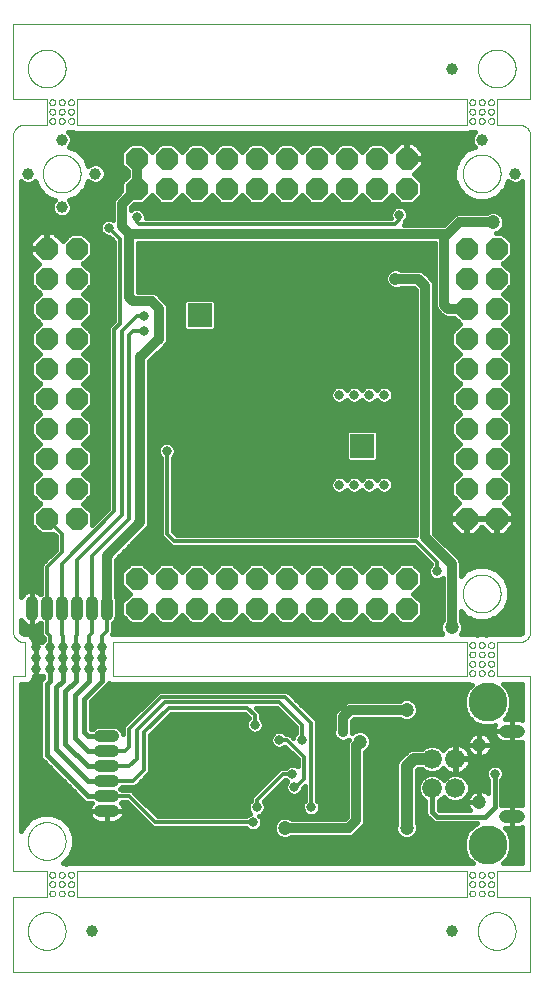
<source format=gbl>
G75*
%MOIN*%
%OFA0B0*%
%FSLAX25Y25*%
%IPPOS*%
%LPD*%
%AMOC8*
5,1,8,0,0,1.08239X$1,22.5*
%
%ADD10C,0.00000*%
%ADD11OC8,0.07400*%
%ADD12C,0.03937*%
%ADD13C,0.04134*%
%ADD14C,0.04245*%
%ADD15C,0.04724*%
%ADD16C,0.06600*%
%ADD17C,0.13000*%
%ADD18C,0.03169*%
%ADD19R,0.07874X0.07874*%
%ADD20C,0.01200*%
%ADD21C,0.01600*%
%ADD22C,0.03200*%
%ADD23C,0.04134*%
%ADD24C,0.03562*%
%ADD25C,0.04000*%
D10*
X0003000Y0001000D02*
X0175500Y0001000D01*
X0175500Y0026000D01*
X0164250Y0026000D01*
X0164250Y0034750D01*
X0175500Y0034750D01*
X0175500Y0099750D01*
X0164250Y0099750D01*
X0164250Y0111000D01*
X0171750Y0111000D01*
X0171870Y0111002D01*
X0171990Y0111008D01*
X0172110Y0111017D01*
X0172230Y0111031D01*
X0172348Y0111048D01*
X0172467Y0111069D01*
X0172584Y0111094D01*
X0172701Y0111123D01*
X0172817Y0111155D01*
X0172932Y0111191D01*
X0173045Y0111231D01*
X0173157Y0111274D01*
X0173268Y0111321D01*
X0173377Y0111371D01*
X0173485Y0111425D01*
X0173590Y0111483D01*
X0173694Y0111543D01*
X0173796Y0111607D01*
X0173895Y0111674D01*
X0173993Y0111745D01*
X0174088Y0111818D01*
X0174181Y0111895D01*
X0174271Y0111974D01*
X0174359Y0112056D01*
X0174444Y0112141D01*
X0174526Y0112229D01*
X0174605Y0112319D01*
X0174682Y0112412D01*
X0174755Y0112507D01*
X0174826Y0112605D01*
X0174893Y0112704D01*
X0174957Y0112806D01*
X0175017Y0112910D01*
X0175075Y0113015D01*
X0175129Y0113123D01*
X0175179Y0113232D01*
X0175226Y0113343D01*
X0175269Y0113455D01*
X0175309Y0113568D01*
X0175345Y0113683D01*
X0175377Y0113799D01*
X0175406Y0113916D01*
X0175431Y0114033D01*
X0175452Y0114152D01*
X0175469Y0114270D01*
X0175483Y0114390D01*
X0175492Y0114510D01*
X0175498Y0114630D01*
X0175500Y0114750D01*
X0175500Y0279750D01*
X0175498Y0279870D01*
X0175492Y0279990D01*
X0175483Y0280110D01*
X0175469Y0280230D01*
X0175452Y0280348D01*
X0175431Y0280467D01*
X0175406Y0280584D01*
X0175377Y0280701D01*
X0175345Y0280817D01*
X0175309Y0280932D01*
X0175269Y0281045D01*
X0175226Y0281157D01*
X0175179Y0281268D01*
X0175129Y0281377D01*
X0175075Y0281485D01*
X0175017Y0281590D01*
X0174957Y0281694D01*
X0174893Y0281796D01*
X0174826Y0281895D01*
X0174755Y0281993D01*
X0174682Y0282088D01*
X0174605Y0282181D01*
X0174526Y0282271D01*
X0174444Y0282359D01*
X0174359Y0282444D01*
X0174271Y0282526D01*
X0174181Y0282605D01*
X0174088Y0282682D01*
X0173993Y0282755D01*
X0173895Y0282826D01*
X0173796Y0282893D01*
X0173694Y0282957D01*
X0173590Y0283017D01*
X0173485Y0283075D01*
X0173377Y0283129D01*
X0173268Y0283179D01*
X0173157Y0283226D01*
X0173045Y0283269D01*
X0172932Y0283309D01*
X0172817Y0283345D01*
X0172701Y0283377D01*
X0172584Y0283406D01*
X0172467Y0283431D01*
X0172348Y0283452D01*
X0172230Y0283469D01*
X0172110Y0283483D01*
X0171990Y0283492D01*
X0171870Y0283498D01*
X0171750Y0283500D01*
X0164250Y0283500D01*
X0164250Y0292250D01*
X0175500Y0292250D01*
X0175500Y0317250D01*
X0003000Y0317250D01*
X0003000Y0292250D01*
X0014250Y0292250D01*
X0014250Y0283500D01*
X0006750Y0283500D01*
X0006630Y0283498D01*
X0006510Y0283492D01*
X0006390Y0283483D01*
X0006270Y0283469D01*
X0006152Y0283452D01*
X0006033Y0283431D01*
X0005916Y0283406D01*
X0005799Y0283377D01*
X0005683Y0283345D01*
X0005568Y0283309D01*
X0005455Y0283269D01*
X0005343Y0283226D01*
X0005232Y0283179D01*
X0005123Y0283129D01*
X0005015Y0283075D01*
X0004910Y0283017D01*
X0004806Y0282957D01*
X0004704Y0282893D01*
X0004605Y0282826D01*
X0004507Y0282755D01*
X0004412Y0282682D01*
X0004319Y0282605D01*
X0004229Y0282526D01*
X0004141Y0282444D01*
X0004056Y0282359D01*
X0003974Y0282271D01*
X0003895Y0282181D01*
X0003818Y0282088D01*
X0003745Y0281993D01*
X0003674Y0281895D01*
X0003607Y0281796D01*
X0003543Y0281694D01*
X0003483Y0281590D01*
X0003425Y0281485D01*
X0003371Y0281377D01*
X0003321Y0281268D01*
X0003274Y0281157D01*
X0003231Y0281045D01*
X0003191Y0280932D01*
X0003155Y0280817D01*
X0003123Y0280701D01*
X0003094Y0280584D01*
X0003069Y0280467D01*
X0003048Y0280348D01*
X0003031Y0280230D01*
X0003017Y0280110D01*
X0003008Y0279990D01*
X0003002Y0279870D01*
X0003000Y0279750D01*
X0003000Y0114750D01*
X0003002Y0114630D01*
X0003008Y0114510D01*
X0003017Y0114390D01*
X0003031Y0114270D01*
X0003048Y0114152D01*
X0003069Y0114033D01*
X0003094Y0113916D01*
X0003123Y0113799D01*
X0003155Y0113683D01*
X0003191Y0113568D01*
X0003231Y0113455D01*
X0003274Y0113343D01*
X0003321Y0113232D01*
X0003371Y0113123D01*
X0003425Y0113015D01*
X0003483Y0112910D01*
X0003543Y0112806D01*
X0003607Y0112704D01*
X0003674Y0112605D01*
X0003745Y0112507D01*
X0003818Y0112412D01*
X0003895Y0112319D01*
X0003974Y0112229D01*
X0004056Y0112141D01*
X0004141Y0112056D01*
X0004229Y0111974D01*
X0004319Y0111895D01*
X0004412Y0111818D01*
X0004507Y0111745D01*
X0004605Y0111674D01*
X0004704Y0111607D01*
X0004806Y0111543D01*
X0004910Y0111483D01*
X0005015Y0111425D01*
X0005123Y0111371D01*
X0005232Y0111321D01*
X0005343Y0111274D01*
X0005455Y0111231D01*
X0005568Y0111191D01*
X0005683Y0111155D01*
X0005799Y0111123D01*
X0005916Y0111094D01*
X0006033Y0111069D01*
X0006152Y0111048D01*
X0006270Y0111031D01*
X0006390Y0111017D01*
X0006510Y0111008D01*
X0006630Y0111002D01*
X0006750Y0111000D01*
X0007062Y0111000D01*
X0007062Y0099750D01*
X0003000Y0099750D01*
X0003000Y0034750D01*
X0014250Y0034750D01*
X0014250Y0026000D01*
X0003000Y0026000D01*
X0003000Y0001000D01*
X0007951Y0014750D02*
X0007953Y0014908D01*
X0007959Y0015066D01*
X0007969Y0015224D01*
X0007983Y0015382D01*
X0008001Y0015539D01*
X0008022Y0015696D01*
X0008048Y0015852D01*
X0008078Y0016008D01*
X0008111Y0016163D01*
X0008149Y0016316D01*
X0008190Y0016469D01*
X0008235Y0016621D01*
X0008284Y0016772D01*
X0008337Y0016921D01*
X0008393Y0017069D01*
X0008453Y0017215D01*
X0008517Y0017360D01*
X0008585Y0017503D01*
X0008656Y0017645D01*
X0008730Y0017785D01*
X0008808Y0017922D01*
X0008890Y0018058D01*
X0008974Y0018192D01*
X0009063Y0018323D01*
X0009154Y0018452D01*
X0009249Y0018579D01*
X0009346Y0018704D01*
X0009447Y0018826D01*
X0009551Y0018945D01*
X0009658Y0019062D01*
X0009768Y0019176D01*
X0009881Y0019287D01*
X0009996Y0019396D01*
X0010114Y0019501D01*
X0010235Y0019603D01*
X0010358Y0019703D01*
X0010484Y0019799D01*
X0010612Y0019892D01*
X0010742Y0019982D01*
X0010875Y0020068D01*
X0011010Y0020152D01*
X0011146Y0020231D01*
X0011285Y0020308D01*
X0011426Y0020380D01*
X0011568Y0020450D01*
X0011712Y0020515D01*
X0011858Y0020577D01*
X0012005Y0020635D01*
X0012154Y0020690D01*
X0012304Y0020741D01*
X0012455Y0020788D01*
X0012607Y0020831D01*
X0012760Y0020870D01*
X0012915Y0020906D01*
X0013070Y0020937D01*
X0013226Y0020965D01*
X0013382Y0020989D01*
X0013539Y0021009D01*
X0013697Y0021025D01*
X0013854Y0021037D01*
X0014013Y0021045D01*
X0014171Y0021049D01*
X0014329Y0021049D01*
X0014487Y0021045D01*
X0014646Y0021037D01*
X0014803Y0021025D01*
X0014961Y0021009D01*
X0015118Y0020989D01*
X0015274Y0020965D01*
X0015430Y0020937D01*
X0015585Y0020906D01*
X0015740Y0020870D01*
X0015893Y0020831D01*
X0016045Y0020788D01*
X0016196Y0020741D01*
X0016346Y0020690D01*
X0016495Y0020635D01*
X0016642Y0020577D01*
X0016788Y0020515D01*
X0016932Y0020450D01*
X0017074Y0020380D01*
X0017215Y0020308D01*
X0017354Y0020231D01*
X0017490Y0020152D01*
X0017625Y0020068D01*
X0017758Y0019982D01*
X0017888Y0019892D01*
X0018016Y0019799D01*
X0018142Y0019703D01*
X0018265Y0019603D01*
X0018386Y0019501D01*
X0018504Y0019396D01*
X0018619Y0019287D01*
X0018732Y0019176D01*
X0018842Y0019062D01*
X0018949Y0018945D01*
X0019053Y0018826D01*
X0019154Y0018704D01*
X0019251Y0018579D01*
X0019346Y0018452D01*
X0019437Y0018323D01*
X0019526Y0018192D01*
X0019610Y0018058D01*
X0019692Y0017922D01*
X0019770Y0017785D01*
X0019844Y0017645D01*
X0019915Y0017503D01*
X0019983Y0017360D01*
X0020047Y0017215D01*
X0020107Y0017069D01*
X0020163Y0016921D01*
X0020216Y0016772D01*
X0020265Y0016621D01*
X0020310Y0016469D01*
X0020351Y0016316D01*
X0020389Y0016163D01*
X0020422Y0016008D01*
X0020452Y0015852D01*
X0020478Y0015696D01*
X0020499Y0015539D01*
X0020517Y0015382D01*
X0020531Y0015224D01*
X0020541Y0015066D01*
X0020547Y0014908D01*
X0020549Y0014750D01*
X0020547Y0014592D01*
X0020541Y0014434D01*
X0020531Y0014276D01*
X0020517Y0014118D01*
X0020499Y0013961D01*
X0020478Y0013804D01*
X0020452Y0013648D01*
X0020422Y0013492D01*
X0020389Y0013337D01*
X0020351Y0013184D01*
X0020310Y0013031D01*
X0020265Y0012879D01*
X0020216Y0012728D01*
X0020163Y0012579D01*
X0020107Y0012431D01*
X0020047Y0012285D01*
X0019983Y0012140D01*
X0019915Y0011997D01*
X0019844Y0011855D01*
X0019770Y0011715D01*
X0019692Y0011578D01*
X0019610Y0011442D01*
X0019526Y0011308D01*
X0019437Y0011177D01*
X0019346Y0011048D01*
X0019251Y0010921D01*
X0019154Y0010796D01*
X0019053Y0010674D01*
X0018949Y0010555D01*
X0018842Y0010438D01*
X0018732Y0010324D01*
X0018619Y0010213D01*
X0018504Y0010104D01*
X0018386Y0009999D01*
X0018265Y0009897D01*
X0018142Y0009797D01*
X0018016Y0009701D01*
X0017888Y0009608D01*
X0017758Y0009518D01*
X0017625Y0009432D01*
X0017490Y0009348D01*
X0017354Y0009269D01*
X0017215Y0009192D01*
X0017074Y0009120D01*
X0016932Y0009050D01*
X0016788Y0008985D01*
X0016642Y0008923D01*
X0016495Y0008865D01*
X0016346Y0008810D01*
X0016196Y0008759D01*
X0016045Y0008712D01*
X0015893Y0008669D01*
X0015740Y0008630D01*
X0015585Y0008594D01*
X0015430Y0008563D01*
X0015274Y0008535D01*
X0015118Y0008511D01*
X0014961Y0008491D01*
X0014803Y0008475D01*
X0014646Y0008463D01*
X0014487Y0008455D01*
X0014329Y0008451D01*
X0014171Y0008451D01*
X0014013Y0008455D01*
X0013854Y0008463D01*
X0013697Y0008475D01*
X0013539Y0008491D01*
X0013382Y0008511D01*
X0013226Y0008535D01*
X0013070Y0008563D01*
X0012915Y0008594D01*
X0012760Y0008630D01*
X0012607Y0008669D01*
X0012455Y0008712D01*
X0012304Y0008759D01*
X0012154Y0008810D01*
X0012005Y0008865D01*
X0011858Y0008923D01*
X0011712Y0008985D01*
X0011568Y0009050D01*
X0011426Y0009120D01*
X0011285Y0009192D01*
X0011146Y0009269D01*
X0011010Y0009348D01*
X0010875Y0009432D01*
X0010742Y0009518D01*
X0010612Y0009608D01*
X0010484Y0009701D01*
X0010358Y0009797D01*
X0010235Y0009897D01*
X0010114Y0009999D01*
X0009996Y0010104D01*
X0009881Y0010213D01*
X0009768Y0010324D01*
X0009658Y0010438D01*
X0009551Y0010555D01*
X0009447Y0010674D01*
X0009346Y0010796D01*
X0009249Y0010921D01*
X0009154Y0011048D01*
X0009063Y0011177D01*
X0008974Y0011308D01*
X0008890Y0011442D01*
X0008808Y0011578D01*
X0008730Y0011715D01*
X0008656Y0011855D01*
X0008585Y0011997D01*
X0008517Y0012140D01*
X0008453Y0012285D01*
X0008393Y0012431D01*
X0008337Y0012579D01*
X0008284Y0012728D01*
X0008235Y0012879D01*
X0008190Y0013031D01*
X0008149Y0013184D01*
X0008111Y0013337D01*
X0008078Y0013492D01*
X0008048Y0013648D01*
X0008022Y0013804D01*
X0008001Y0013961D01*
X0007983Y0014118D01*
X0007969Y0014276D01*
X0007959Y0014434D01*
X0007953Y0014592D01*
X0007951Y0014750D01*
X0015141Y0027250D02*
X0015143Y0027312D01*
X0015149Y0027375D01*
X0015159Y0027436D01*
X0015173Y0027497D01*
X0015190Y0027557D01*
X0015211Y0027616D01*
X0015237Y0027673D01*
X0015265Y0027728D01*
X0015297Y0027782D01*
X0015333Y0027833D01*
X0015371Y0027883D01*
X0015413Y0027929D01*
X0015457Y0027973D01*
X0015505Y0028014D01*
X0015554Y0028052D01*
X0015606Y0028086D01*
X0015660Y0028117D01*
X0015716Y0028145D01*
X0015774Y0028169D01*
X0015833Y0028190D01*
X0015893Y0028206D01*
X0015954Y0028219D01*
X0016016Y0028228D01*
X0016078Y0028233D01*
X0016141Y0028234D01*
X0016203Y0028231D01*
X0016265Y0028224D01*
X0016327Y0028213D01*
X0016387Y0028198D01*
X0016447Y0028180D01*
X0016505Y0028158D01*
X0016562Y0028132D01*
X0016617Y0028102D01*
X0016670Y0028069D01*
X0016721Y0028033D01*
X0016769Y0027994D01*
X0016815Y0027951D01*
X0016858Y0027906D01*
X0016898Y0027858D01*
X0016935Y0027808D01*
X0016969Y0027755D01*
X0017000Y0027701D01*
X0017026Y0027645D01*
X0017050Y0027587D01*
X0017069Y0027527D01*
X0017085Y0027467D01*
X0017097Y0027405D01*
X0017105Y0027344D01*
X0017109Y0027281D01*
X0017109Y0027219D01*
X0017105Y0027156D01*
X0017097Y0027095D01*
X0017085Y0027033D01*
X0017069Y0026973D01*
X0017050Y0026913D01*
X0017026Y0026855D01*
X0017000Y0026799D01*
X0016969Y0026745D01*
X0016935Y0026692D01*
X0016898Y0026642D01*
X0016858Y0026594D01*
X0016815Y0026549D01*
X0016769Y0026506D01*
X0016721Y0026467D01*
X0016670Y0026431D01*
X0016617Y0026398D01*
X0016562Y0026368D01*
X0016505Y0026342D01*
X0016447Y0026320D01*
X0016387Y0026302D01*
X0016327Y0026287D01*
X0016265Y0026276D01*
X0016203Y0026269D01*
X0016141Y0026266D01*
X0016078Y0026267D01*
X0016016Y0026272D01*
X0015954Y0026281D01*
X0015893Y0026294D01*
X0015833Y0026310D01*
X0015774Y0026331D01*
X0015716Y0026355D01*
X0015660Y0026383D01*
X0015606Y0026414D01*
X0015554Y0026448D01*
X0015505Y0026486D01*
X0015457Y0026527D01*
X0015413Y0026571D01*
X0015371Y0026617D01*
X0015333Y0026667D01*
X0015297Y0026718D01*
X0015265Y0026772D01*
X0015237Y0026827D01*
X0015211Y0026884D01*
X0015190Y0026943D01*
X0015173Y0027003D01*
X0015159Y0027064D01*
X0015149Y0027125D01*
X0015143Y0027188D01*
X0015141Y0027250D01*
X0015141Y0030375D02*
X0015143Y0030437D01*
X0015149Y0030500D01*
X0015159Y0030561D01*
X0015173Y0030622D01*
X0015190Y0030682D01*
X0015211Y0030741D01*
X0015237Y0030798D01*
X0015265Y0030853D01*
X0015297Y0030907D01*
X0015333Y0030958D01*
X0015371Y0031008D01*
X0015413Y0031054D01*
X0015457Y0031098D01*
X0015505Y0031139D01*
X0015554Y0031177D01*
X0015606Y0031211D01*
X0015660Y0031242D01*
X0015716Y0031270D01*
X0015774Y0031294D01*
X0015833Y0031315D01*
X0015893Y0031331D01*
X0015954Y0031344D01*
X0016016Y0031353D01*
X0016078Y0031358D01*
X0016141Y0031359D01*
X0016203Y0031356D01*
X0016265Y0031349D01*
X0016327Y0031338D01*
X0016387Y0031323D01*
X0016447Y0031305D01*
X0016505Y0031283D01*
X0016562Y0031257D01*
X0016617Y0031227D01*
X0016670Y0031194D01*
X0016721Y0031158D01*
X0016769Y0031119D01*
X0016815Y0031076D01*
X0016858Y0031031D01*
X0016898Y0030983D01*
X0016935Y0030933D01*
X0016969Y0030880D01*
X0017000Y0030826D01*
X0017026Y0030770D01*
X0017050Y0030712D01*
X0017069Y0030652D01*
X0017085Y0030592D01*
X0017097Y0030530D01*
X0017105Y0030469D01*
X0017109Y0030406D01*
X0017109Y0030344D01*
X0017105Y0030281D01*
X0017097Y0030220D01*
X0017085Y0030158D01*
X0017069Y0030098D01*
X0017050Y0030038D01*
X0017026Y0029980D01*
X0017000Y0029924D01*
X0016969Y0029870D01*
X0016935Y0029817D01*
X0016898Y0029767D01*
X0016858Y0029719D01*
X0016815Y0029674D01*
X0016769Y0029631D01*
X0016721Y0029592D01*
X0016670Y0029556D01*
X0016617Y0029523D01*
X0016562Y0029493D01*
X0016505Y0029467D01*
X0016447Y0029445D01*
X0016387Y0029427D01*
X0016327Y0029412D01*
X0016265Y0029401D01*
X0016203Y0029394D01*
X0016141Y0029391D01*
X0016078Y0029392D01*
X0016016Y0029397D01*
X0015954Y0029406D01*
X0015893Y0029419D01*
X0015833Y0029435D01*
X0015774Y0029456D01*
X0015716Y0029480D01*
X0015660Y0029508D01*
X0015606Y0029539D01*
X0015554Y0029573D01*
X0015505Y0029611D01*
X0015457Y0029652D01*
X0015413Y0029696D01*
X0015371Y0029742D01*
X0015333Y0029792D01*
X0015297Y0029843D01*
X0015265Y0029897D01*
X0015237Y0029952D01*
X0015211Y0030009D01*
X0015190Y0030068D01*
X0015173Y0030128D01*
X0015159Y0030189D01*
X0015149Y0030250D01*
X0015143Y0030313D01*
X0015141Y0030375D01*
X0015141Y0033500D02*
X0015143Y0033562D01*
X0015149Y0033625D01*
X0015159Y0033686D01*
X0015173Y0033747D01*
X0015190Y0033807D01*
X0015211Y0033866D01*
X0015237Y0033923D01*
X0015265Y0033978D01*
X0015297Y0034032D01*
X0015333Y0034083D01*
X0015371Y0034133D01*
X0015413Y0034179D01*
X0015457Y0034223D01*
X0015505Y0034264D01*
X0015554Y0034302D01*
X0015606Y0034336D01*
X0015660Y0034367D01*
X0015716Y0034395D01*
X0015774Y0034419D01*
X0015833Y0034440D01*
X0015893Y0034456D01*
X0015954Y0034469D01*
X0016016Y0034478D01*
X0016078Y0034483D01*
X0016141Y0034484D01*
X0016203Y0034481D01*
X0016265Y0034474D01*
X0016327Y0034463D01*
X0016387Y0034448D01*
X0016447Y0034430D01*
X0016505Y0034408D01*
X0016562Y0034382D01*
X0016617Y0034352D01*
X0016670Y0034319D01*
X0016721Y0034283D01*
X0016769Y0034244D01*
X0016815Y0034201D01*
X0016858Y0034156D01*
X0016898Y0034108D01*
X0016935Y0034058D01*
X0016969Y0034005D01*
X0017000Y0033951D01*
X0017026Y0033895D01*
X0017050Y0033837D01*
X0017069Y0033777D01*
X0017085Y0033717D01*
X0017097Y0033655D01*
X0017105Y0033594D01*
X0017109Y0033531D01*
X0017109Y0033469D01*
X0017105Y0033406D01*
X0017097Y0033345D01*
X0017085Y0033283D01*
X0017069Y0033223D01*
X0017050Y0033163D01*
X0017026Y0033105D01*
X0017000Y0033049D01*
X0016969Y0032995D01*
X0016935Y0032942D01*
X0016898Y0032892D01*
X0016858Y0032844D01*
X0016815Y0032799D01*
X0016769Y0032756D01*
X0016721Y0032717D01*
X0016670Y0032681D01*
X0016617Y0032648D01*
X0016562Y0032618D01*
X0016505Y0032592D01*
X0016447Y0032570D01*
X0016387Y0032552D01*
X0016327Y0032537D01*
X0016265Y0032526D01*
X0016203Y0032519D01*
X0016141Y0032516D01*
X0016078Y0032517D01*
X0016016Y0032522D01*
X0015954Y0032531D01*
X0015893Y0032544D01*
X0015833Y0032560D01*
X0015774Y0032581D01*
X0015716Y0032605D01*
X0015660Y0032633D01*
X0015606Y0032664D01*
X0015554Y0032698D01*
X0015505Y0032736D01*
X0015457Y0032777D01*
X0015413Y0032821D01*
X0015371Y0032867D01*
X0015333Y0032917D01*
X0015297Y0032968D01*
X0015265Y0033022D01*
X0015237Y0033077D01*
X0015211Y0033134D01*
X0015190Y0033193D01*
X0015173Y0033253D01*
X0015159Y0033314D01*
X0015149Y0033375D01*
X0015143Y0033438D01*
X0015141Y0033500D01*
X0018266Y0033500D02*
X0018268Y0033562D01*
X0018274Y0033625D01*
X0018284Y0033686D01*
X0018298Y0033747D01*
X0018315Y0033807D01*
X0018336Y0033866D01*
X0018362Y0033923D01*
X0018390Y0033978D01*
X0018422Y0034032D01*
X0018458Y0034083D01*
X0018496Y0034133D01*
X0018538Y0034179D01*
X0018582Y0034223D01*
X0018630Y0034264D01*
X0018679Y0034302D01*
X0018731Y0034336D01*
X0018785Y0034367D01*
X0018841Y0034395D01*
X0018899Y0034419D01*
X0018958Y0034440D01*
X0019018Y0034456D01*
X0019079Y0034469D01*
X0019141Y0034478D01*
X0019203Y0034483D01*
X0019266Y0034484D01*
X0019328Y0034481D01*
X0019390Y0034474D01*
X0019452Y0034463D01*
X0019512Y0034448D01*
X0019572Y0034430D01*
X0019630Y0034408D01*
X0019687Y0034382D01*
X0019742Y0034352D01*
X0019795Y0034319D01*
X0019846Y0034283D01*
X0019894Y0034244D01*
X0019940Y0034201D01*
X0019983Y0034156D01*
X0020023Y0034108D01*
X0020060Y0034058D01*
X0020094Y0034005D01*
X0020125Y0033951D01*
X0020151Y0033895D01*
X0020175Y0033837D01*
X0020194Y0033777D01*
X0020210Y0033717D01*
X0020222Y0033655D01*
X0020230Y0033594D01*
X0020234Y0033531D01*
X0020234Y0033469D01*
X0020230Y0033406D01*
X0020222Y0033345D01*
X0020210Y0033283D01*
X0020194Y0033223D01*
X0020175Y0033163D01*
X0020151Y0033105D01*
X0020125Y0033049D01*
X0020094Y0032995D01*
X0020060Y0032942D01*
X0020023Y0032892D01*
X0019983Y0032844D01*
X0019940Y0032799D01*
X0019894Y0032756D01*
X0019846Y0032717D01*
X0019795Y0032681D01*
X0019742Y0032648D01*
X0019687Y0032618D01*
X0019630Y0032592D01*
X0019572Y0032570D01*
X0019512Y0032552D01*
X0019452Y0032537D01*
X0019390Y0032526D01*
X0019328Y0032519D01*
X0019266Y0032516D01*
X0019203Y0032517D01*
X0019141Y0032522D01*
X0019079Y0032531D01*
X0019018Y0032544D01*
X0018958Y0032560D01*
X0018899Y0032581D01*
X0018841Y0032605D01*
X0018785Y0032633D01*
X0018731Y0032664D01*
X0018679Y0032698D01*
X0018630Y0032736D01*
X0018582Y0032777D01*
X0018538Y0032821D01*
X0018496Y0032867D01*
X0018458Y0032917D01*
X0018422Y0032968D01*
X0018390Y0033022D01*
X0018362Y0033077D01*
X0018336Y0033134D01*
X0018315Y0033193D01*
X0018298Y0033253D01*
X0018284Y0033314D01*
X0018274Y0033375D01*
X0018268Y0033438D01*
X0018266Y0033500D01*
X0018266Y0030375D02*
X0018268Y0030437D01*
X0018274Y0030500D01*
X0018284Y0030561D01*
X0018298Y0030622D01*
X0018315Y0030682D01*
X0018336Y0030741D01*
X0018362Y0030798D01*
X0018390Y0030853D01*
X0018422Y0030907D01*
X0018458Y0030958D01*
X0018496Y0031008D01*
X0018538Y0031054D01*
X0018582Y0031098D01*
X0018630Y0031139D01*
X0018679Y0031177D01*
X0018731Y0031211D01*
X0018785Y0031242D01*
X0018841Y0031270D01*
X0018899Y0031294D01*
X0018958Y0031315D01*
X0019018Y0031331D01*
X0019079Y0031344D01*
X0019141Y0031353D01*
X0019203Y0031358D01*
X0019266Y0031359D01*
X0019328Y0031356D01*
X0019390Y0031349D01*
X0019452Y0031338D01*
X0019512Y0031323D01*
X0019572Y0031305D01*
X0019630Y0031283D01*
X0019687Y0031257D01*
X0019742Y0031227D01*
X0019795Y0031194D01*
X0019846Y0031158D01*
X0019894Y0031119D01*
X0019940Y0031076D01*
X0019983Y0031031D01*
X0020023Y0030983D01*
X0020060Y0030933D01*
X0020094Y0030880D01*
X0020125Y0030826D01*
X0020151Y0030770D01*
X0020175Y0030712D01*
X0020194Y0030652D01*
X0020210Y0030592D01*
X0020222Y0030530D01*
X0020230Y0030469D01*
X0020234Y0030406D01*
X0020234Y0030344D01*
X0020230Y0030281D01*
X0020222Y0030220D01*
X0020210Y0030158D01*
X0020194Y0030098D01*
X0020175Y0030038D01*
X0020151Y0029980D01*
X0020125Y0029924D01*
X0020094Y0029870D01*
X0020060Y0029817D01*
X0020023Y0029767D01*
X0019983Y0029719D01*
X0019940Y0029674D01*
X0019894Y0029631D01*
X0019846Y0029592D01*
X0019795Y0029556D01*
X0019742Y0029523D01*
X0019687Y0029493D01*
X0019630Y0029467D01*
X0019572Y0029445D01*
X0019512Y0029427D01*
X0019452Y0029412D01*
X0019390Y0029401D01*
X0019328Y0029394D01*
X0019266Y0029391D01*
X0019203Y0029392D01*
X0019141Y0029397D01*
X0019079Y0029406D01*
X0019018Y0029419D01*
X0018958Y0029435D01*
X0018899Y0029456D01*
X0018841Y0029480D01*
X0018785Y0029508D01*
X0018731Y0029539D01*
X0018679Y0029573D01*
X0018630Y0029611D01*
X0018582Y0029652D01*
X0018538Y0029696D01*
X0018496Y0029742D01*
X0018458Y0029792D01*
X0018422Y0029843D01*
X0018390Y0029897D01*
X0018362Y0029952D01*
X0018336Y0030009D01*
X0018315Y0030068D01*
X0018298Y0030128D01*
X0018284Y0030189D01*
X0018274Y0030250D01*
X0018268Y0030313D01*
X0018266Y0030375D01*
X0018266Y0027250D02*
X0018268Y0027312D01*
X0018274Y0027375D01*
X0018284Y0027436D01*
X0018298Y0027497D01*
X0018315Y0027557D01*
X0018336Y0027616D01*
X0018362Y0027673D01*
X0018390Y0027728D01*
X0018422Y0027782D01*
X0018458Y0027833D01*
X0018496Y0027883D01*
X0018538Y0027929D01*
X0018582Y0027973D01*
X0018630Y0028014D01*
X0018679Y0028052D01*
X0018731Y0028086D01*
X0018785Y0028117D01*
X0018841Y0028145D01*
X0018899Y0028169D01*
X0018958Y0028190D01*
X0019018Y0028206D01*
X0019079Y0028219D01*
X0019141Y0028228D01*
X0019203Y0028233D01*
X0019266Y0028234D01*
X0019328Y0028231D01*
X0019390Y0028224D01*
X0019452Y0028213D01*
X0019512Y0028198D01*
X0019572Y0028180D01*
X0019630Y0028158D01*
X0019687Y0028132D01*
X0019742Y0028102D01*
X0019795Y0028069D01*
X0019846Y0028033D01*
X0019894Y0027994D01*
X0019940Y0027951D01*
X0019983Y0027906D01*
X0020023Y0027858D01*
X0020060Y0027808D01*
X0020094Y0027755D01*
X0020125Y0027701D01*
X0020151Y0027645D01*
X0020175Y0027587D01*
X0020194Y0027527D01*
X0020210Y0027467D01*
X0020222Y0027405D01*
X0020230Y0027344D01*
X0020234Y0027281D01*
X0020234Y0027219D01*
X0020230Y0027156D01*
X0020222Y0027095D01*
X0020210Y0027033D01*
X0020194Y0026973D01*
X0020175Y0026913D01*
X0020151Y0026855D01*
X0020125Y0026799D01*
X0020094Y0026745D01*
X0020060Y0026692D01*
X0020023Y0026642D01*
X0019983Y0026594D01*
X0019940Y0026549D01*
X0019894Y0026506D01*
X0019846Y0026467D01*
X0019795Y0026431D01*
X0019742Y0026398D01*
X0019687Y0026368D01*
X0019630Y0026342D01*
X0019572Y0026320D01*
X0019512Y0026302D01*
X0019452Y0026287D01*
X0019390Y0026276D01*
X0019328Y0026269D01*
X0019266Y0026266D01*
X0019203Y0026267D01*
X0019141Y0026272D01*
X0019079Y0026281D01*
X0019018Y0026294D01*
X0018958Y0026310D01*
X0018899Y0026331D01*
X0018841Y0026355D01*
X0018785Y0026383D01*
X0018731Y0026414D01*
X0018679Y0026448D01*
X0018630Y0026486D01*
X0018582Y0026527D01*
X0018538Y0026571D01*
X0018496Y0026617D01*
X0018458Y0026667D01*
X0018422Y0026718D01*
X0018390Y0026772D01*
X0018362Y0026827D01*
X0018336Y0026884D01*
X0018315Y0026943D01*
X0018298Y0027003D01*
X0018284Y0027064D01*
X0018274Y0027125D01*
X0018268Y0027188D01*
X0018266Y0027250D01*
X0021391Y0027250D02*
X0021393Y0027312D01*
X0021399Y0027375D01*
X0021409Y0027436D01*
X0021423Y0027497D01*
X0021440Y0027557D01*
X0021461Y0027616D01*
X0021487Y0027673D01*
X0021515Y0027728D01*
X0021547Y0027782D01*
X0021583Y0027833D01*
X0021621Y0027883D01*
X0021663Y0027929D01*
X0021707Y0027973D01*
X0021755Y0028014D01*
X0021804Y0028052D01*
X0021856Y0028086D01*
X0021910Y0028117D01*
X0021966Y0028145D01*
X0022024Y0028169D01*
X0022083Y0028190D01*
X0022143Y0028206D01*
X0022204Y0028219D01*
X0022266Y0028228D01*
X0022328Y0028233D01*
X0022391Y0028234D01*
X0022453Y0028231D01*
X0022515Y0028224D01*
X0022577Y0028213D01*
X0022637Y0028198D01*
X0022697Y0028180D01*
X0022755Y0028158D01*
X0022812Y0028132D01*
X0022867Y0028102D01*
X0022920Y0028069D01*
X0022971Y0028033D01*
X0023019Y0027994D01*
X0023065Y0027951D01*
X0023108Y0027906D01*
X0023148Y0027858D01*
X0023185Y0027808D01*
X0023219Y0027755D01*
X0023250Y0027701D01*
X0023276Y0027645D01*
X0023300Y0027587D01*
X0023319Y0027527D01*
X0023335Y0027467D01*
X0023347Y0027405D01*
X0023355Y0027344D01*
X0023359Y0027281D01*
X0023359Y0027219D01*
X0023355Y0027156D01*
X0023347Y0027095D01*
X0023335Y0027033D01*
X0023319Y0026973D01*
X0023300Y0026913D01*
X0023276Y0026855D01*
X0023250Y0026799D01*
X0023219Y0026745D01*
X0023185Y0026692D01*
X0023148Y0026642D01*
X0023108Y0026594D01*
X0023065Y0026549D01*
X0023019Y0026506D01*
X0022971Y0026467D01*
X0022920Y0026431D01*
X0022867Y0026398D01*
X0022812Y0026368D01*
X0022755Y0026342D01*
X0022697Y0026320D01*
X0022637Y0026302D01*
X0022577Y0026287D01*
X0022515Y0026276D01*
X0022453Y0026269D01*
X0022391Y0026266D01*
X0022328Y0026267D01*
X0022266Y0026272D01*
X0022204Y0026281D01*
X0022143Y0026294D01*
X0022083Y0026310D01*
X0022024Y0026331D01*
X0021966Y0026355D01*
X0021910Y0026383D01*
X0021856Y0026414D01*
X0021804Y0026448D01*
X0021755Y0026486D01*
X0021707Y0026527D01*
X0021663Y0026571D01*
X0021621Y0026617D01*
X0021583Y0026667D01*
X0021547Y0026718D01*
X0021515Y0026772D01*
X0021487Y0026827D01*
X0021461Y0026884D01*
X0021440Y0026943D01*
X0021423Y0027003D01*
X0021409Y0027064D01*
X0021399Y0027125D01*
X0021393Y0027188D01*
X0021391Y0027250D01*
X0021391Y0030375D02*
X0021393Y0030437D01*
X0021399Y0030500D01*
X0021409Y0030561D01*
X0021423Y0030622D01*
X0021440Y0030682D01*
X0021461Y0030741D01*
X0021487Y0030798D01*
X0021515Y0030853D01*
X0021547Y0030907D01*
X0021583Y0030958D01*
X0021621Y0031008D01*
X0021663Y0031054D01*
X0021707Y0031098D01*
X0021755Y0031139D01*
X0021804Y0031177D01*
X0021856Y0031211D01*
X0021910Y0031242D01*
X0021966Y0031270D01*
X0022024Y0031294D01*
X0022083Y0031315D01*
X0022143Y0031331D01*
X0022204Y0031344D01*
X0022266Y0031353D01*
X0022328Y0031358D01*
X0022391Y0031359D01*
X0022453Y0031356D01*
X0022515Y0031349D01*
X0022577Y0031338D01*
X0022637Y0031323D01*
X0022697Y0031305D01*
X0022755Y0031283D01*
X0022812Y0031257D01*
X0022867Y0031227D01*
X0022920Y0031194D01*
X0022971Y0031158D01*
X0023019Y0031119D01*
X0023065Y0031076D01*
X0023108Y0031031D01*
X0023148Y0030983D01*
X0023185Y0030933D01*
X0023219Y0030880D01*
X0023250Y0030826D01*
X0023276Y0030770D01*
X0023300Y0030712D01*
X0023319Y0030652D01*
X0023335Y0030592D01*
X0023347Y0030530D01*
X0023355Y0030469D01*
X0023359Y0030406D01*
X0023359Y0030344D01*
X0023355Y0030281D01*
X0023347Y0030220D01*
X0023335Y0030158D01*
X0023319Y0030098D01*
X0023300Y0030038D01*
X0023276Y0029980D01*
X0023250Y0029924D01*
X0023219Y0029870D01*
X0023185Y0029817D01*
X0023148Y0029767D01*
X0023108Y0029719D01*
X0023065Y0029674D01*
X0023019Y0029631D01*
X0022971Y0029592D01*
X0022920Y0029556D01*
X0022867Y0029523D01*
X0022812Y0029493D01*
X0022755Y0029467D01*
X0022697Y0029445D01*
X0022637Y0029427D01*
X0022577Y0029412D01*
X0022515Y0029401D01*
X0022453Y0029394D01*
X0022391Y0029391D01*
X0022328Y0029392D01*
X0022266Y0029397D01*
X0022204Y0029406D01*
X0022143Y0029419D01*
X0022083Y0029435D01*
X0022024Y0029456D01*
X0021966Y0029480D01*
X0021910Y0029508D01*
X0021856Y0029539D01*
X0021804Y0029573D01*
X0021755Y0029611D01*
X0021707Y0029652D01*
X0021663Y0029696D01*
X0021621Y0029742D01*
X0021583Y0029792D01*
X0021547Y0029843D01*
X0021515Y0029897D01*
X0021487Y0029952D01*
X0021461Y0030009D01*
X0021440Y0030068D01*
X0021423Y0030128D01*
X0021409Y0030189D01*
X0021399Y0030250D01*
X0021393Y0030313D01*
X0021391Y0030375D01*
X0021391Y0033500D02*
X0021393Y0033562D01*
X0021399Y0033625D01*
X0021409Y0033686D01*
X0021423Y0033747D01*
X0021440Y0033807D01*
X0021461Y0033866D01*
X0021487Y0033923D01*
X0021515Y0033978D01*
X0021547Y0034032D01*
X0021583Y0034083D01*
X0021621Y0034133D01*
X0021663Y0034179D01*
X0021707Y0034223D01*
X0021755Y0034264D01*
X0021804Y0034302D01*
X0021856Y0034336D01*
X0021910Y0034367D01*
X0021966Y0034395D01*
X0022024Y0034419D01*
X0022083Y0034440D01*
X0022143Y0034456D01*
X0022204Y0034469D01*
X0022266Y0034478D01*
X0022328Y0034483D01*
X0022391Y0034484D01*
X0022453Y0034481D01*
X0022515Y0034474D01*
X0022577Y0034463D01*
X0022637Y0034448D01*
X0022697Y0034430D01*
X0022755Y0034408D01*
X0022812Y0034382D01*
X0022867Y0034352D01*
X0022920Y0034319D01*
X0022971Y0034283D01*
X0023019Y0034244D01*
X0023065Y0034201D01*
X0023108Y0034156D01*
X0023148Y0034108D01*
X0023185Y0034058D01*
X0023219Y0034005D01*
X0023250Y0033951D01*
X0023276Y0033895D01*
X0023300Y0033837D01*
X0023319Y0033777D01*
X0023335Y0033717D01*
X0023347Y0033655D01*
X0023355Y0033594D01*
X0023359Y0033531D01*
X0023359Y0033469D01*
X0023355Y0033406D01*
X0023347Y0033345D01*
X0023335Y0033283D01*
X0023319Y0033223D01*
X0023300Y0033163D01*
X0023276Y0033105D01*
X0023250Y0033049D01*
X0023219Y0032995D01*
X0023185Y0032942D01*
X0023148Y0032892D01*
X0023108Y0032844D01*
X0023065Y0032799D01*
X0023019Y0032756D01*
X0022971Y0032717D01*
X0022920Y0032681D01*
X0022867Y0032648D01*
X0022812Y0032618D01*
X0022755Y0032592D01*
X0022697Y0032570D01*
X0022637Y0032552D01*
X0022577Y0032537D01*
X0022515Y0032526D01*
X0022453Y0032519D01*
X0022391Y0032516D01*
X0022328Y0032517D01*
X0022266Y0032522D01*
X0022204Y0032531D01*
X0022143Y0032544D01*
X0022083Y0032560D01*
X0022024Y0032581D01*
X0021966Y0032605D01*
X0021910Y0032633D01*
X0021856Y0032664D01*
X0021804Y0032698D01*
X0021755Y0032736D01*
X0021707Y0032777D01*
X0021663Y0032821D01*
X0021621Y0032867D01*
X0021583Y0032917D01*
X0021547Y0032968D01*
X0021515Y0033022D01*
X0021487Y0033077D01*
X0021461Y0033134D01*
X0021440Y0033193D01*
X0021423Y0033253D01*
X0021409Y0033314D01*
X0021399Y0033375D01*
X0021393Y0033438D01*
X0021391Y0033500D01*
X0024250Y0034750D02*
X0024250Y0026000D01*
X0154250Y0026000D01*
X0154250Y0034750D01*
X0024250Y0034750D01*
X0007951Y0044750D02*
X0007953Y0044908D01*
X0007959Y0045066D01*
X0007969Y0045224D01*
X0007983Y0045382D01*
X0008001Y0045539D01*
X0008022Y0045696D01*
X0008048Y0045852D01*
X0008078Y0046008D01*
X0008111Y0046163D01*
X0008149Y0046316D01*
X0008190Y0046469D01*
X0008235Y0046621D01*
X0008284Y0046772D01*
X0008337Y0046921D01*
X0008393Y0047069D01*
X0008453Y0047215D01*
X0008517Y0047360D01*
X0008585Y0047503D01*
X0008656Y0047645D01*
X0008730Y0047785D01*
X0008808Y0047922D01*
X0008890Y0048058D01*
X0008974Y0048192D01*
X0009063Y0048323D01*
X0009154Y0048452D01*
X0009249Y0048579D01*
X0009346Y0048704D01*
X0009447Y0048826D01*
X0009551Y0048945D01*
X0009658Y0049062D01*
X0009768Y0049176D01*
X0009881Y0049287D01*
X0009996Y0049396D01*
X0010114Y0049501D01*
X0010235Y0049603D01*
X0010358Y0049703D01*
X0010484Y0049799D01*
X0010612Y0049892D01*
X0010742Y0049982D01*
X0010875Y0050068D01*
X0011010Y0050152D01*
X0011146Y0050231D01*
X0011285Y0050308D01*
X0011426Y0050380D01*
X0011568Y0050450D01*
X0011712Y0050515D01*
X0011858Y0050577D01*
X0012005Y0050635D01*
X0012154Y0050690D01*
X0012304Y0050741D01*
X0012455Y0050788D01*
X0012607Y0050831D01*
X0012760Y0050870D01*
X0012915Y0050906D01*
X0013070Y0050937D01*
X0013226Y0050965D01*
X0013382Y0050989D01*
X0013539Y0051009D01*
X0013697Y0051025D01*
X0013854Y0051037D01*
X0014013Y0051045D01*
X0014171Y0051049D01*
X0014329Y0051049D01*
X0014487Y0051045D01*
X0014646Y0051037D01*
X0014803Y0051025D01*
X0014961Y0051009D01*
X0015118Y0050989D01*
X0015274Y0050965D01*
X0015430Y0050937D01*
X0015585Y0050906D01*
X0015740Y0050870D01*
X0015893Y0050831D01*
X0016045Y0050788D01*
X0016196Y0050741D01*
X0016346Y0050690D01*
X0016495Y0050635D01*
X0016642Y0050577D01*
X0016788Y0050515D01*
X0016932Y0050450D01*
X0017074Y0050380D01*
X0017215Y0050308D01*
X0017354Y0050231D01*
X0017490Y0050152D01*
X0017625Y0050068D01*
X0017758Y0049982D01*
X0017888Y0049892D01*
X0018016Y0049799D01*
X0018142Y0049703D01*
X0018265Y0049603D01*
X0018386Y0049501D01*
X0018504Y0049396D01*
X0018619Y0049287D01*
X0018732Y0049176D01*
X0018842Y0049062D01*
X0018949Y0048945D01*
X0019053Y0048826D01*
X0019154Y0048704D01*
X0019251Y0048579D01*
X0019346Y0048452D01*
X0019437Y0048323D01*
X0019526Y0048192D01*
X0019610Y0048058D01*
X0019692Y0047922D01*
X0019770Y0047785D01*
X0019844Y0047645D01*
X0019915Y0047503D01*
X0019983Y0047360D01*
X0020047Y0047215D01*
X0020107Y0047069D01*
X0020163Y0046921D01*
X0020216Y0046772D01*
X0020265Y0046621D01*
X0020310Y0046469D01*
X0020351Y0046316D01*
X0020389Y0046163D01*
X0020422Y0046008D01*
X0020452Y0045852D01*
X0020478Y0045696D01*
X0020499Y0045539D01*
X0020517Y0045382D01*
X0020531Y0045224D01*
X0020541Y0045066D01*
X0020547Y0044908D01*
X0020549Y0044750D01*
X0020547Y0044592D01*
X0020541Y0044434D01*
X0020531Y0044276D01*
X0020517Y0044118D01*
X0020499Y0043961D01*
X0020478Y0043804D01*
X0020452Y0043648D01*
X0020422Y0043492D01*
X0020389Y0043337D01*
X0020351Y0043184D01*
X0020310Y0043031D01*
X0020265Y0042879D01*
X0020216Y0042728D01*
X0020163Y0042579D01*
X0020107Y0042431D01*
X0020047Y0042285D01*
X0019983Y0042140D01*
X0019915Y0041997D01*
X0019844Y0041855D01*
X0019770Y0041715D01*
X0019692Y0041578D01*
X0019610Y0041442D01*
X0019526Y0041308D01*
X0019437Y0041177D01*
X0019346Y0041048D01*
X0019251Y0040921D01*
X0019154Y0040796D01*
X0019053Y0040674D01*
X0018949Y0040555D01*
X0018842Y0040438D01*
X0018732Y0040324D01*
X0018619Y0040213D01*
X0018504Y0040104D01*
X0018386Y0039999D01*
X0018265Y0039897D01*
X0018142Y0039797D01*
X0018016Y0039701D01*
X0017888Y0039608D01*
X0017758Y0039518D01*
X0017625Y0039432D01*
X0017490Y0039348D01*
X0017354Y0039269D01*
X0017215Y0039192D01*
X0017074Y0039120D01*
X0016932Y0039050D01*
X0016788Y0038985D01*
X0016642Y0038923D01*
X0016495Y0038865D01*
X0016346Y0038810D01*
X0016196Y0038759D01*
X0016045Y0038712D01*
X0015893Y0038669D01*
X0015740Y0038630D01*
X0015585Y0038594D01*
X0015430Y0038563D01*
X0015274Y0038535D01*
X0015118Y0038511D01*
X0014961Y0038491D01*
X0014803Y0038475D01*
X0014646Y0038463D01*
X0014487Y0038455D01*
X0014329Y0038451D01*
X0014171Y0038451D01*
X0014013Y0038455D01*
X0013854Y0038463D01*
X0013697Y0038475D01*
X0013539Y0038491D01*
X0013382Y0038511D01*
X0013226Y0038535D01*
X0013070Y0038563D01*
X0012915Y0038594D01*
X0012760Y0038630D01*
X0012607Y0038669D01*
X0012455Y0038712D01*
X0012304Y0038759D01*
X0012154Y0038810D01*
X0012005Y0038865D01*
X0011858Y0038923D01*
X0011712Y0038985D01*
X0011568Y0039050D01*
X0011426Y0039120D01*
X0011285Y0039192D01*
X0011146Y0039269D01*
X0011010Y0039348D01*
X0010875Y0039432D01*
X0010742Y0039518D01*
X0010612Y0039608D01*
X0010484Y0039701D01*
X0010358Y0039797D01*
X0010235Y0039897D01*
X0010114Y0039999D01*
X0009996Y0040104D01*
X0009881Y0040213D01*
X0009768Y0040324D01*
X0009658Y0040438D01*
X0009551Y0040555D01*
X0009447Y0040674D01*
X0009346Y0040796D01*
X0009249Y0040921D01*
X0009154Y0041048D01*
X0009063Y0041177D01*
X0008974Y0041308D01*
X0008890Y0041442D01*
X0008808Y0041578D01*
X0008730Y0041715D01*
X0008656Y0041855D01*
X0008585Y0041997D01*
X0008517Y0042140D01*
X0008453Y0042285D01*
X0008393Y0042431D01*
X0008337Y0042579D01*
X0008284Y0042728D01*
X0008235Y0042879D01*
X0008190Y0043031D01*
X0008149Y0043184D01*
X0008111Y0043337D01*
X0008078Y0043492D01*
X0008048Y0043648D01*
X0008022Y0043804D01*
X0008001Y0043961D01*
X0007983Y0044118D01*
X0007969Y0044276D01*
X0007959Y0044434D01*
X0007953Y0044592D01*
X0007951Y0044750D01*
X0036438Y0099750D02*
X0036438Y0111000D01*
X0154250Y0111000D01*
X0154250Y0099750D01*
X0036438Y0099750D01*
X0012951Y0267250D02*
X0012953Y0267408D01*
X0012959Y0267566D01*
X0012969Y0267724D01*
X0012983Y0267882D01*
X0013001Y0268039D01*
X0013022Y0268196D01*
X0013048Y0268352D01*
X0013078Y0268508D01*
X0013111Y0268663D01*
X0013149Y0268816D01*
X0013190Y0268969D01*
X0013235Y0269121D01*
X0013284Y0269272D01*
X0013337Y0269421D01*
X0013393Y0269569D01*
X0013453Y0269715D01*
X0013517Y0269860D01*
X0013585Y0270003D01*
X0013656Y0270145D01*
X0013730Y0270285D01*
X0013808Y0270422D01*
X0013890Y0270558D01*
X0013974Y0270692D01*
X0014063Y0270823D01*
X0014154Y0270952D01*
X0014249Y0271079D01*
X0014346Y0271204D01*
X0014447Y0271326D01*
X0014551Y0271445D01*
X0014658Y0271562D01*
X0014768Y0271676D01*
X0014881Y0271787D01*
X0014996Y0271896D01*
X0015114Y0272001D01*
X0015235Y0272103D01*
X0015358Y0272203D01*
X0015484Y0272299D01*
X0015612Y0272392D01*
X0015742Y0272482D01*
X0015875Y0272568D01*
X0016010Y0272652D01*
X0016146Y0272731D01*
X0016285Y0272808D01*
X0016426Y0272880D01*
X0016568Y0272950D01*
X0016712Y0273015D01*
X0016858Y0273077D01*
X0017005Y0273135D01*
X0017154Y0273190D01*
X0017304Y0273241D01*
X0017455Y0273288D01*
X0017607Y0273331D01*
X0017760Y0273370D01*
X0017915Y0273406D01*
X0018070Y0273437D01*
X0018226Y0273465D01*
X0018382Y0273489D01*
X0018539Y0273509D01*
X0018697Y0273525D01*
X0018854Y0273537D01*
X0019013Y0273545D01*
X0019171Y0273549D01*
X0019329Y0273549D01*
X0019487Y0273545D01*
X0019646Y0273537D01*
X0019803Y0273525D01*
X0019961Y0273509D01*
X0020118Y0273489D01*
X0020274Y0273465D01*
X0020430Y0273437D01*
X0020585Y0273406D01*
X0020740Y0273370D01*
X0020893Y0273331D01*
X0021045Y0273288D01*
X0021196Y0273241D01*
X0021346Y0273190D01*
X0021495Y0273135D01*
X0021642Y0273077D01*
X0021788Y0273015D01*
X0021932Y0272950D01*
X0022074Y0272880D01*
X0022215Y0272808D01*
X0022354Y0272731D01*
X0022490Y0272652D01*
X0022625Y0272568D01*
X0022758Y0272482D01*
X0022888Y0272392D01*
X0023016Y0272299D01*
X0023142Y0272203D01*
X0023265Y0272103D01*
X0023386Y0272001D01*
X0023504Y0271896D01*
X0023619Y0271787D01*
X0023732Y0271676D01*
X0023842Y0271562D01*
X0023949Y0271445D01*
X0024053Y0271326D01*
X0024154Y0271204D01*
X0024251Y0271079D01*
X0024346Y0270952D01*
X0024437Y0270823D01*
X0024526Y0270692D01*
X0024610Y0270558D01*
X0024692Y0270422D01*
X0024770Y0270285D01*
X0024844Y0270145D01*
X0024915Y0270003D01*
X0024983Y0269860D01*
X0025047Y0269715D01*
X0025107Y0269569D01*
X0025163Y0269421D01*
X0025216Y0269272D01*
X0025265Y0269121D01*
X0025310Y0268969D01*
X0025351Y0268816D01*
X0025389Y0268663D01*
X0025422Y0268508D01*
X0025452Y0268352D01*
X0025478Y0268196D01*
X0025499Y0268039D01*
X0025517Y0267882D01*
X0025531Y0267724D01*
X0025541Y0267566D01*
X0025547Y0267408D01*
X0025549Y0267250D01*
X0025547Y0267092D01*
X0025541Y0266934D01*
X0025531Y0266776D01*
X0025517Y0266618D01*
X0025499Y0266461D01*
X0025478Y0266304D01*
X0025452Y0266148D01*
X0025422Y0265992D01*
X0025389Y0265837D01*
X0025351Y0265684D01*
X0025310Y0265531D01*
X0025265Y0265379D01*
X0025216Y0265228D01*
X0025163Y0265079D01*
X0025107Y0264931D01*
X0025047Y0264785D01*
X0024983Y0264640D01*
X0024915Y0264497D01*
X0024844Y0264355D01*
X0024770Y0264215D01*
X0024692Y0264078D01*
X0024610Y0263942D01*
X0024526Y0263808D01*
X0024437Y0263677D01*
X0024346Y0263548D01*
X0024251Y0263421D01*
X0024154Y0263296D01*
X0024053Y0263174D01*
X0023949Y0263055D01*
X0023842Y0262938D01*
X0023732Y0262824D01*
X0023619Y0262713D01*
X0023504Y0262604D01*
X0023386Y0262499D01*
X0023265Y0262397D01*
X0023142Y0262297D01*
X0023016Y0262201D01*
X0022888Y0262108D01*
X0022758Y0262018D01*
X0022625Y0261932D01*
X0022490Y0261848D01*
X0022354Y0261769D01*
X0022215Y0261692D01*
X0022074Y0261620D01*
X0021932Y0261550D01*
X0021788Y0261485D01*
X0021642Y0261423D01*
X0021495Y0261365D01*
X0021346Y0261310D01*
X0021196Y0261259D01*
X0021045Y0261212D01*
X0020893Y0261169D01*
X0020740Y0261130D01*
X0020585Y0261094D01*
X0020430Y0261063D01*
X0020274Y0261035D01*
X0020118Y0261011D01*
X0019961Y0260991D01*
X0019803Y0260975D01*
X0019646Y0260963D01*
X0019487Y0260955D01*
X0019329Y0260951D01*
X0019171Y0260951D01*
X0019013Y0260955D01*
X0018854Y0260963D01*
X0018697Y0260975D01*
X0018539Y0260991D01*
X0018382Y0261011D01*
X0018226Y0261035D01*
X0018070Y0261063D01*
X0017915Y0261094D01*
X0017760Y0261130D01*
X0017607Y0261169D01*
X0017455Y0261212D01*
X0017304Y0261259D01*
X0017154Y0261310D01*
X0017005Y0261365D01*
X0016858Y0261423D01*
X0016712Y0261485D01*
X0016568Y0261550D01*
X0016426Y0261620D01*
X0016285Y0261692D01*
X0016146Y0261769D01*
X0016010Y0261848D01*
X0015875Y0261932D01*
X0015742Y0262018D01*
X0015612Y0262108D01*
X0015484Y0262201D01*
X0015358Y0262297D01*
X0015235Y0262397D01*
X0015114Y0262499D01*
X0014996Y0262604D01*
X0014881Y0262713D01*
X0014768Y0262824D01*
X0014658Y0262938D01*
X0014551Y0263055D01*
X0014447Y0263174D01*
X0014346Y0263296D01*
X0014249Y0263421D01*
X0014154Y0263548D01*
X0014063Y0263677D01*
X0013974Y0263808D01*
X0013890Y0263942D01*
X0013808Y0264078D01*
X0013730Y0264215D01*
X0013656Y0264355D01*
X0013585Y0264497D01*
X0013517Y0264640D01*
X0013453Y0264785D01*
X0013393Y0264931D01*
X0013337Y0265079D01*
X0013284Y0265228D01*
X0013235Y0265379D01*
X0013190Y0265531D01*
X0013149Y0265684D01*
X0013111Y0265837D01*
X0013078Y0265992D01*
X0013048Y0266148D01*
X0013022Y0266304D01*
X0013001Y0266461D01*
X0012983Y0266618D01*
X0012969Y0266776D01*
X0012959Y0266934D01*
X0012953Y0267092D01*
X0012951Y0267250D01*
X0015141Y0284750D02*
X0015143Y0284812D01*
X0015149Y0284875D01*
X0015159Y0284936D01*
X0015173Y0284997D01*
X0015190Y0285057D01*
X0015211Y0285116D01*
X0015237Y0285173D01*
X0015265Y0285228D01*
X0015297Y0285282D01*
X0015333Y0285333D01*
X0015371Y0285383D01*
X0015413Y0285429D01*
X0015457Y0285473D01*
X0015505Y0285514D01*
X0015554Y0285552D01*
X0015606Y0285586D01*
X0015660Y0285617D01*
X0015716Y0285645D01*
X0015774Y0285669D01*
X0015833Y0285690D01*
X0015893Y0285706D01*
X0015954Y0285719D01*
X0016016Y0285728D01*
X0016078Y0285733D01*
X0016141Y0285734D01*
X0016203Y0285731D01*
X0016265Y0285724D01*
X0016327Y0285713D01*
X0016387Y0285698D01*
X0016447Y0285680D01*
X0016505Y0285658D01*
X0016562Y0285632D01*
X0016617Y0285602D01*
X0016670Y0285569D01*
X0016721Y0285533D01*
X0016769Y0285494D01*
X0016815Y0285451D01*
X0016858Y0285406D01*
X0016898Y0285358D01*
X0016935Y0285308D01*
X0016969Y0285255D01*
X0017000Y0285201D01*
X0017026Y0285145D01*
X0017050Y0285087D01*
X0017069Y0285027D01*
X0017085Y0284967D01*
X0017097Y0284905D01*
X0017105Y0284844D01*
X0017109Y0284781D01*
X0017109Y0284719D01*
X0017105Y0284656D01*
X0017097Y0284595D01*
X0017085Y0284533D01*
X0017069Y0284473D01*
X0017050Y0284413D01*
X0017026Y0284355D01*
X0017000Y0284299D01*
X0016969Y0284245D01*
X0016935Y0284192D01*
X0016898Y0284142D01*
X0016858Y0284094D01*
X0016815Y0284049D01*
X0016769Y0284006D01*
X0016721Y0283967D01*
X0016670Y0283931D01*
X0016617Y0283898D01*
X0016562Y0283868D01*
X0016505Y0283842D01*
X0016447Y0283820D01*
X0016387Y0283802D01*
X0016327Y0283787D01*
X0016265Y0283776D01*
X0016203Y0283769D01*
X0016141Y0283766D01*
X0016078Y0283767D01*
X0016016Y0283772D01*
X0015954Y0283781D01*
X0015893Y0283794D01*
X0015833Y0283810D01*
X0015774Y0283831D01*
X0015716Y0283855D01*
X0015660Y0283883D01*
X0015606Y0283914D01*
X0015554Y0283948D01*
X0015505Y0283986D01*
X0015457Y0284027D01*
X0015413Y0284071D01*
X0015371Y0284117D01*
X0015333Y0284167D01*
X0015297Y0284218D01*
X0015265Y0284272D01*
X0015237Y0284327D01*
X0015211Y0284384D01*
X0015190Y0284443D01*
X0015173Y0284503D01*
X0015159Y0284564D01*
X0015149Y0284625D01*
X0015143Y0284688D01*
X0015141Y0284750D01*
X0015141Y0287875D02*
X0015143Y0287937D01*
X0015149Y0288000D01*
X0015159Y0288061D01*
X0015173Y0288122D01*
X0015190Y0288182D01*
X0015211Y0288241D01*
X0015237Y0288298D01*
X0015265Y0288353D01*
X0015297Y0288407D01*
X0015333Y0288458D01*
X0015371Y0288508D01*
X0015413Y0288554D01*
X0015457Y0288598D01*
X0015505Y0288639D01*
X0015554Y0288677D01*
X0015606Y0288711D01*
X0015660Y0288742D01*
X0015716Y0288770D01*
X0015774Y0288794D01*
X0015833Y0288815D01*
X0015893Y0288831D01*
X0015954Y0288844D01*
X0016016Y0288853D01*
X0016078Y0288858D01*
X0016141Y0288859D01*
X0016203Y0288856D01*
X0016265Y0288849D01*
X0016327Y0288838D01*
X0016387Y0288823D01*
X0016447Y0288805D01*
X0016505Y0288783D01*
X0016562Y0288757D01*
X0016617Y0288727D01*
X0016670Y0288694D01*
X0016721Y0288658D01*
X0016769Y0288619D01*
X0016815Y0288576D01*
X0016858Y0288531D01*
X0016898Y0288483D01*
X0016935Y0288433D01*
X0016969Y0288380D01*
X0017000Y0288326D01*
X0017026Y0288270D01*
X0017050Y0288212D01*
X0017069Y0288152D01*
X0017085Y0288092D01*
X0017097Y0288030D01*
X0017105Y0287969D01*
X0017109Y0287906D01*
X0017109Y0287844D01*
X0017105Y0287781D01*
X0017097Y0287720D01*
X0017085Y0287658D01*
X0017069Y0287598D01*
X0017050Y0287538D01*
X0017026Y0287480D01*
X0017000Y0287424D01*
X0016969Y0287370D01*
X0016935Y0287317D01*
X0016898Y0287267D01*
X0016858Y0287219D01*
X0016815Y0287174D01*
X0016769Y0287131D01*
X0016721Y0287092D01*
X0016670Y0287056D01*
X0016617Y0287023D01*
X0016562Y0286993D01*
X0016505Y0286967D01*
X0016447Y0286945D01*
X0016387Y0286927D01*
X0016327Y0286912D01*
X0016265Y0286901D01*
X0016203Y0286894D01*
X0016141Y0286891D01*
X0016078Y0286892D01*
X0016016Y0286897D01*
X0015954Y0286906D01*
X0015893Y0286919D01*
X0015833Y0286935D01*
X0015774Y0286956D01*
X0015716Y0286980D01*
X0015660Y0287008D01*
X0015606Y0287039D01*
X0015554Y0287073D01*
X0015505Y0287111D01*
X0015457Y0287152D01*
X0015413Y0287196D01*
X0015371Y0287242D01*
X0015333Y0287292D01*
X0015297Y0287343D01*
X0015265Y0287397D01*
X0015237Y0287452D01*
X0015211Y0287509D01*
X0015190Y0287568D01*
X0015173Y0287628D01*
X0015159Y0287689D01*
X0015149Y0287750D01*
X0015143Y0287813D01*
X0015141Y0287875D01*
X0015141Y0291000D02*
X0015143Y0291062D01*
X0015149Y0291125D01*
X0015159Y0291186D01*
X0015173Y0291247D01*
X0015190Y0291307D01*
X0015211Y0291366D01*
X0015237Y0291423D01*
X0015265Y0291478D01*
X0015297Y0291532D01*
X0015333Y0291583D01*
X0015371Y0291633D01*
X0015413Y0291679D01*
X0015457Y0291723D01*
X0015505Y0291764D01*
X0015554Y0291802D01*
X0015606Y0291836D01*
X0015660Y0291867D01*
X0015716Y0291895D01*
X0015774Y0291919D01*
X0015833Y0291940D01*
X0015893Y0291956D01*
X0015954Y0291969D01*
X0016016Y0291978D01*
X0016078Y0291983D01*
X0016141Y0291984D01*
X0016203Y0291981D01*
X0016265Y0291974D01*
X0016327Y0291963D01*
X0016387Y0291948D01*
X0016447Y0291930D01*
X0016505Y0291908D01*
X0016562Y0291882D01*
X0016617Y0291852D01*
X0016670Y0291819D01*
X0016721Y0291783D01*
X0016769Y0291744D01*
X0016815Y0291701D01*
X0016858Y0291656D01*
X0016898Y0291608D01*
X0016935Y0291558D01*
X0016969Y0291505D01*
X0017000Y0291451D01*
X0017026Y0291395D01*
X0017050Y0291337D01*
X0017069Y0291277D01*
X0017085Y0291217D01*
X0017097Y0291155D01*
X0017105Y0291094D01*
X0017109Y0291031D01*
X0017109Y0290969D01*
X0017105Y0290906D01*
X0017097Y0290845D01*
X0017085Y0290783D01*
X0017069Y0290723D01*
X0017050Y0290663D01*
X0017026Y0290605D01*
X0017000Y0290549D01*
X0016969Y0290495D01*
X0016935Y0290442D01*
X0016898Y0290392D01*
X0016858Y0290344D01*
X0016815Y0290299D01*
X0016769Y0290256D01*
X0016721Y0290217D01*
X0016670Y0290181D01*
X0016617Y0290148D01*
X0016562Y0290118D01*
X0016505Y0290092D01*
X0016447Y0290070D01*
X0016387Y0290052D01*
X0016327Y0290037D01*
X0016265Y0290026D01*
X0016203Y0290019D01*
X0016141Y0290016D01*
X0016078Y0290017D01*
X0016016Y0290022D01*
X0015954Y0290031D01*
X0015893Y0290044D01*
X0015833Y0290060D01*
X0015774Y0290081D01*
X0015716Y0290105D01*
X0015660Y0290133D01*
X0015606Y0290164D01*
X0015554Y0290198D01*
X0015505Y0290236D01*
X0015457Y0290277D01*
X0015413Y0290321D01*
X0015371Y0290367D01*
X0015333Y0290417D01*
X0015297Y0290468D01*
X0015265Y0290522D01*
X0015237Y0290577D01*
X0015211Y0290634D01*
X0015190Y0290693D01*
X0015173Y0290753D01*
X0015159Y0290814D01*
X0015149Y0290875D01*
X0015143Y0290938D01*
X0015141Y0291000D01*
X0018266Y0291000D02*
X0018268Y0291062D01*
X0018274Y0291125D01*
X0018284Y0291186D01*
X0018298Y0291247D01*
X0018315Y0291307D01*
X0018336Y0291366D01*
X0018362Y0291423D01*
X0018390Y0291478D01*
X0018422Y0291532D01*
X0018458Y0291583D01*
X0018496Y0291633D01*
X0018538Y0291679D01*
X0018582Y0291723D01*
X0018630Y0291764D01*
X0018679Y0291802D01*
X0018731Y0291836D01*
X0018785Y0291867D01*
X0018841Y0291895D01*
X0018899Y0291919D01*
X0018958Y0291940D01*
X0019018Y0291956D01*
X0019079Y0291969D01*
X0019141Y0291978D01*
X0019203Y0291983D01*
X0019266Y0291984D01*
X0019328Y0291981D01*
X0019390Y0291974D01*
X0019452Y0291963D01*
X0019512Y0291948D01*
X0019572Y0291930D01*
X0019630Y0291908D01*
X0019687Y0291882D01*
X0019742Y0291852D01*
X0019795Y0291819D01*
X0019846Y0291783D01*
X0019894Y0291744D01*
X0019940Y0291701D01*
X0019983Y0291656D01*
X0020023Y0291608D01*
X0020060Y0291558D01*
X0020094Y0291505D01*
X0020125Y0291451D01*
X0020151Y0291395D01*
X0020175Y0291337D01*
X0020194Y0291277D01*
X0020210Y0291217D01*
X0020222Y0291155D01*
X0020230Y0291094D01*
X0020234Y0291031D01*
X0020234Y0290969D01*
X0020230Y0290906D01*
X0020222Y0290845D01*
X0020210Y0290783D01*
X0020194Y0290723D01*
X0020175Y0290663D01*
X0020151Y0290605D01*
X0020125Y0290549D01*
X0020094Y0290495D01*
X0020060Y0290442D01*
X0020023Y0290392D01*
X0019983Y0290344D01*
X0019940Y0290299D01*
X0019894Y0290256D01*
X0019846Y0290217D01*
X0019795Y0290181D01*
X0019742Y0290148D01*
X0019687Y0290118D01*
X0019630Y0290092D01*
X0019572Y0290070D01*
X0019512Y0290052D01*
X0019452Y0290037D01*
X0019390Y0290026D01*
X0019328Y0290019D01*
X0019266Y0290016D01*
X0019203Y0290017D01*
X0019141Y0290022D01*
X0019079Y0290031D01*
X0019018Y0290044D01*
X0018958Y0290060D01*
X0018899Y0290081D01*
X0018841Y0290105D01*
X0018785Y0290133D01*
X0018731Y0290164D01*
X0018679Y0290198D01*
X0018630Y0290236D01*
X0018582Y0290277D01*
X0018538Y0290321D01*
X0018496Y0290367D01*
X0018458Y0290417D01*
X0018422Y0290468D01*
X0018390Y0290522D01*
X0018362Y0290577D01*
X0018336Y0290634D01*
X0018315Y0290693D01*
X0018298Y0290753D01*
X0018284Y0290814D01*
X0018274Y0290875D01*
X0018268Y0290938D01*
X0018266Y0291000D01*
X0018266Y0287875D02*
X0018268Y0287937D01*
X0018274Y0288000D01*
X0018284Y0288061D01*
X0018298Y0288122D01*
X0018315Y0288182D01*
X0018336Y0288241D01*
X0018362Y0288298D01*
X0018390Y0288353D01*
X0018422Y0288407D01*
X0018458Y0288458D01*
X0018496Y0288508D01*
X0018538Y0288554D01*
X0018582Y0288598D01*
X0018630Y0288639D01*
X0018679Y0288677D01*
X0018731Y0288711D01*
X0018785Y0288742D01*
X0018841Y0288770D01*
X0018899Y0288794D01*
X0018958Y0288815D01*
X0019018Y0288831D01*
X0019079Y0288844D01*
X0019141Y0288853D01*
X0019203Y0288858D01*
X0019266Y0288859D01*
X0019328Y0288856D01*
X0019390Y0288849D01*
X0019452Y0288838D01*
X0019512Y0288823D01*
X0019572Y0288805D01*
X0019630Y0288783D01*
X0019687Y0288757D01*
X0019742Y0288727D01*
X0019795Y0288694D01*
X0019846Y0288658D01*
X0019894Y0288619D01*
X0019940Y0288576D01*
X0019983Y0288531D01*
X0020023Y0288483D01*
X0020060Y0288433D01*
X0020094Y0288380D01*
X0020125Y0288326D01*
X0020151Y0288270D01*
X0020175Y0288212D01*
X0020194Y0288152D01*
X0020210Y0288092D01*
X0020222Y0288030D01*
X0020230Y0287969D01*
X0020234Y0287906D01*
X0020234Y0287844D01*
X0020230Y0287781D01*
X0020222Y0287720D01*
X0020210Y0287658D01*
X0020194Y0287598D01*
X0020175Y0287538D01*
X0020151Y0287480D01*
X0020125Y0287424D01*
X0020094Y0287370D01*
X0020060Y0287317D01*
X0020023Y0287267D01*
X0019983Y0287219D01*
X0019940Y0287174D01*
X0019894Y0287131D01*
X0019846Y0287092D01*
X0019795Y0287056D01*
X0019742Y0287023D01*
X0019687Y0286993D01*
X0019630Y0286967D01*
X0019572Y0286945D01*
X0019512Y0286927D01*
X0019452Y0286912D01*
X0019390Y0286901D01*
X0019328Y0286894D01*
X0019266Y0286891D01*
X0019203Y0286892D01*
X0019141Y0286897D01*
X0019079Y0286906D01*
X0019018Y0286919D01*
X0018958Y0286935D01*
X0018899Y0286956D01*
X0018841Y0286980D01*
X0018785Y0287008D01*
X0018731Y0287039D01*
X0018679Y0287073D01*
X0018630Y0287111D01*
X0018582Y0287152D01*
X0018538Y0287196D01*
X0018496Y0287242D01*
X0018458Y0287292D01*
X0018422Y0287343D01*
X0018390Y0287397D01*
X0018362Y0287452D01*
X0018336Y0287509D01*
X0018315Y0287568D01*
X0018298Y0287628D01*
X0018284Y0287689D01*
X0018274Y0287750D01*
X0018268Y0287813D01*
X0018266Y0287875D01*
X0018266Y0284750D02*
X0018268Y0284812D01*
X0018274Y0284875D01*
X0018284Y0284936D01*
X0018298Y0284997D01*
X0018315Y0285057D01*
X0018336Y0285116D01*
X0018362Y0285173D01*
X0018390Y0285228D01*
X0018422Y0285282D01*
X0018458Y0285333D01*
X0018496Y0285383D01*
X0018538Y0285429D01*
X0018582Y0285473D01*
X0018630Y0285514D01*
X0018679Y0285552D01*
X0018731Y0285586D01*
X0018785Y0285617D01*
X0018841Y0285645D01*
X0018899Y0285669D01*
X0018958Y0285690D01*
X0019018Y0285706D01*
X0019079Y0285719D01*
X0019141Y0285728D01*
X0019203Y0285733D01*
X0019266Y0285734D01*
X0019328Y0285731D01*
X0019390Y0285724D01*
X0019452Y0285713D01*
X0019512Y0285698D01*
X0019572Y0285680D01*
X0019630Y0285658D01*
X0019687Y0285632D01*
X0019742Y0285602D01*
X0019795Y0285569D01*
X0019846Y0285533D01*
X0019894Y0285494D01*
X0019940Y0285451D01*
X0019983Y0285406D01*
X0020023Y0285358D01*
X0020060Y0285308D01*
X0020094Y0285255D01*
X0020125Y0285201D01*
X0020151Y0285145D01*
X0020175Y0285087D01*
X0020194Y0285027D01*
X0020210Y0284967D01*
X0020222Y0284905D01*
X0020230Y0284844D01*
X0020234Y0284781D01*
X0020234Y0284719D01*
X0020230Y0284656D01*
X0020222Y0284595D01*
X0020210Y0284533D01*
X0020194Y0284473D01*
X0020175Y0284413D01*
X0020151Y0284355D01*
X0020125Y0284299D01*
X0020094Y0284245D01*
X0020060Y0284192D01*
X0020023Y0284142D01*
X0019983Y0284094D01*
X0019940Y0284049D01*
X0019894Y0284006D01*
X0019846Y0283967D01*
X0019795Y0283931D01*
X0019742Y0283898D01*
X0019687Y0283868D01*
X0019630Y0283842D01*
X0019572Y0283820D01*
X0019512Y0283802D01*
X0019452Y0283787D01*
X0019390Y0283776D01*
X0019328Y0283769D01*
X0019266Y0283766D01*
X0019203Y0283767D01*
X0019141Y0283772D01*
X0019079Y0283781D01*
X0019018Y0283794D01*
X0018958Y0283810D01*
X0018899Y0283831D01*
X0018841Y0283855D01*
X0018785Y0283883D01*
X0018731Y0283914D01*
X0018679Y0283948D01*
X0018630Y0283986D01*
X0018582Y0284027D01*
X0018538Y0284071D01*
X0018496Y0284117D01*
X0018458Y0284167D01*
X0018422Y0284218D01*
X0018390Y0284272D01*
X0018362Y0284327D01*
X0018336Y0284384D01*
X0018315Y0284443D01*
X0018298Y0284503D01*
X0018284Y0284564D01*
X0018274Y0284625D01*
X0018268Y0284688D01*
X0018266Y0284750D01*
X0021391Y0284750D02*
X0021393Y0284812D01*
X0021399Y0284875D01*
X0021409Y0284936D01*
X0021423Y0284997D01*
X0021440Y0285057D01*
X0021461Y0285116D01*
X0021487Y0285173D01*
X0021515Y0285228D01*
X0021547Y0285282D01*
X0021583Y0285333D01*
X0021621Y0285383D01*
X0021663Y0285429D01*
X0021707Y0285473D01*
X0021755Y0285514D01*
X0021804Y0285552D01*
X0021856Y0285586D01*
X0021910Y0285617D01*
X0021966Y0285645D01*
X0022024Y0285669D01*
X0022083Y0285690D01*
X0022143Y0285706D01*
X0022204Y0285719D01*
X0022266Y0285728D01*
X0022328Y0285733D01*
X0022391Y0285734D01*
X0022453Y0285731D01*
X0022515Y0285724D01*
X0022577Y0285713D01*
X0022637Y0285698D01*
X0022697Y0285680D01*
X0022755Y0285658D01*
X0022812Y0285632D01*
X0022867Y0285602D01*
X0022920Y0285569D01*
X0022971Y0285533D01*
X0023019Y0285494D01*
X0023065Y0285451D01*
X0023108Y0285406D01*
X0023148Y0285358D01*
X0023185Y0285308D01*
X0023219Y0285255D01*
X0023250Y0285201D01*
X0023276Y0285145D01*
X0023300Y0285087D01*
X0023319Y0285027D01*
X0023335Y0284967D01*
X0023347Y0284905D01*
X0023355Y0284844D01*
X0023359Y0284781D01*
X0023359Y0284719D01*
X0023355Y0284656D01*
X0023347Y0284595D01*
X0023335Y0284533D01*
X0023319Y0284473D01*
X0023300Y0284413D01*
X0023276Y0284355D01*
X0023250Y0284299D01*
X0023219Y0284245D01*
X0023185Y0284192D01*
X0023148Y0284142D01*
X0023108Y0284094D01*
X0023065Y0284049D01*
X0023019Y0284006D01*
X0022971Y0283967D01*
X0022920Y0283931D01*
X0022867Y0283898D01*
X0022812Y0283868D01*
X0022755Y0283842D01*
X0022697Y0283820D01*
X0022637Y0283802D01*
X0022577Y0283787D01*
X0022515Y0283776D01*
X0022453Y0283769D01*
X0022391Y0283766D01*
X0022328Y0283767D01*
X0022266Y0283772D01*
X0022204Y0283781D01*
X0022143Y0283794D01*
X0022083Y0283810D01*
X0022024Y0283831D01*
X0021966Y0283855D01*
X0021910Y0283883D01*
X0021856Y0283914D01*
X0021804Y0283948D01*
X0021755Y0283986D01*
X0021707Y0284027D01*
X0021663Y0284071D01*
X0021621Y0284117D01*
X0021583Y0284167D01*
X0021547Y0284218D01*
X0021515Y0284272D01*
X0021487Y0284327D01*
X0021461Y0284384D01*
X0021440Y0284443D01*
X0021423Y0284503D01*
X0021409Y0284564D01*
X0021399Y0284625D01*
X0021393Y0284688D01*
X0021391Y0284750D01*
X0021391Y0287875D02*
X0021393Y0287937D01*
X0021399Y0288000D01*
X0021409Y0288061D01*
X0021423Y0288122D01*
X0021440Y0288182D01*
X0021461Y0288241D01*
X0021487Y0288298D01*
X0021515Y0288353D01*
X0021547Y0288407D01*
X0021583Y0288458D01*
X0021621Y0288508D01*
X0021663Y0288554D01*
X0021707Y0288598D01*
X0021755Y0288639D01*
X0021804Y0288677D01*
X0021856Y0288711D01*
X0021910Y0288742D01*
X0021966Y0288770D01*
X0022024Y0288794D01*
X0022083Y0288815D01*
X0022143Y0288831D01*
X0022204Y0288844D01*
X0022266Y0288853D01*
X0022328Y0288858D01*
X0022391Y0288859D01*
X0022453Y0288856D01*
X0022515Y0288849D01*
X0022577Y0288838D01*
X0022637Y0288823D01*
X0022697Y0288805D01*
X0022755Y0288783D01*
X0022812Y0288757D01*
X0022867Y0288727D01*
X0022920Y0288694D01*
X0022971Y0288658D01*
X0023019Y0288619D01*
X0023065Y0288576D01*
X0023108Y0288531D01*
X0023148Y0288483D01*
X0023185Y0288433D01*
X0023219Y0288380D01*
X0023250Y0288326D01*
X0023276Y0288270D01*
X0023300Y0288212D01*
X0023319Y0288152D01*
X0023335Y0288092D01*
X0023347Y0288030D01*
X0023355Y0287969D01*
X0023359Y0287906D01*
X0023359Y0287844D01*
X0023355Y0287781D01*
X0023347Y0287720D01*
X0023335Y0287658D01*
X0023319Y0287598D01*
X0023300Y0287538D01*
X0023276Y0287480D01*
X0023250Y0287424D01*
X0023219Y0287370D01*
X0023185Y0287317D01*
X0023148Y0287267D01*
X0023108Y0287219D01*
X0023065Y0287174D01*
X0023019Y0287131D01*
X0022971Y0287092D01*
X0022920Y0287056D01*
X0022867Y0287023D01*
X0022812Y0286993D01*
X0022755Y0286967D01*
X0022697Y0286945D01*
X0022637Y0286927D01*
X0022577Y0286912D01*
X0022515Y0286901D01*
X0022453Y0286894D01*
X0022391Y0286891D01*
X0022328Y0286892D01*
X0022266Y0286897D01*
X0022204Y0286906D01*
X0022143Y0286919D01*
X0022083Y0286935D01*
X0022024Y0286956D01*
X0021966Y0286980D01*
X0021910Y0287008D01*
X0021856Y0287039D01*
X0021804Y0287073D01*
X0021755Y0287111D01*
X0021707Y0287152D01*
X0021663Y0287196D01*
X0021621Y0287242D01*
X0021583Y0287292D01*
X0021547Y0287343D01*
X0021515Y0287397D01*
X0021487Y0287452D01*
X0021461Y0287509D01*
X0021440Y0287568D01*
X0021423Y0287628D01*
X0021409Y0287689D01*
X0021399Y0287750D01*
X0021393Y0287813D01*
X0021391Y0287875D01*
X0021391Y0291000D02*
X0021393Y0291062D01*
X0021399Y0291125D01*
X0021409Y0291186D01*
X0021423Y0291247D01*
X0021440Y0291307D01*
X0021461Y0291366D01*
X0021487Y0291423D01*
X0021515Y0291478D01*
X0021547Y0291532D01*
X0021583Y0291583D01*
X0021621Y0291633D01*
X0021663Y0291679D01*
X0021707Y0291723D01*
X0021755Y0291764D01*
X0021804Y0291802D01*
X0021856Y0291836D01*
X0021910Y0291867D01*
X0021966Y0291895D01*
X0022024Y0291919D01*
X0022083Y0291940D01*
X0022143Y0291956D01*
X0022204Y0291969D01*
X0022266Y0291978D01*
X0022328Y0291983D01*
X0022391Y0291984D01*
X0022453Y0291981D01*
X0022515Y0291974D01*
X0022577Y0291963D01*
X0022637Y0291948D01*
X0022697Y0291930D01*
X0022755Y0291908D01*
X0022812Y0291882D01*
X0022867Y0291852D01*
X0022920Y0291819D01*
X0022971Y0291783D01*
X0023019Y0291744D01*
X0023065Y0291701D01*
X0023108Y0291656D01*
X0023148Y0291608D01*
X0023185Y0291558D01*
X0023219Y0291505D01*
X0023250Y0291451D01*
X0023276Y0291395D01*
X0023300Y0291337D01*
X0023319Y0291277D01*
X0023335Y0291217D01*
X0023347Y0291155D01*
X0023355Y0291094D01*
X0023359Y0291031D01*
X0023359Y0290969D01*
X0023355Y0290906D01*
X0023347Y0290845D01*
X0023335Y0290783D01*
X0023319Y0290723D01*
X0023300Y0290663D01*
X0023276Y0290605D01*
X0023250Y0290549D01*
X0023219Y0290495D01*
X0023185Y0290442D01*
X0023148Y0290392D01*
X0023108Y0290344D01*
X0023065Y0290299D01*
X0023019Y0290256D01*
X0022971Y0290217D01*
X0022920Y0290181D01*
X0022867Y0290148D01*
X0022812Y0290118D01*
X0022755Y0290092D01*
X0022697Y0290070D01*
X0022637Y0290052D01*
X0022577Y0290037D01*
X0022515Y0290026D01*
X0022453Y0290019D01*
X0022391Y0290016D01*
X0022328Y0290017D01*
X0022266Y0290022D01*
X0022204Y0290031D01*
X0022143Y0290044D01*
X0022083Y0290060D01*
X0022024Y0290081D01*
X0021966Y0290105D01*
X0021910Y0290133D01*
X0021856Y0290164D01*
X0021804Y0290198D01*
X0021755Y0290236D01*
X0021707Y0290277D01*
X0021663Y0290321D01*
X0021621Y0290367D01*
X0021583Y0290417D01*
X0021547Y0290468D01*
X0021515Y0290522D01*
X0021487Y0290577D01*
X0021461Y0290634D01*
X0021440Y0290693D01*
X0021423Y0290753D01*
X0021409Y0290814D01*
X0021399Y0290875D01*
X0021393Y0290938D01*
X0021391Y0291000D01*
X0024250Y0292250D02*
X0024250Y0283500D01*
X0154250Y0283500D01*
X0154250Y0292250D01*
X0024250Y0292250D01*
X0007951Y0302250D02*
X0007953Y0302408D01*
X0007959Y0302566D01*
X0007969Y0302724D01*
X0007983Y0302882D01*
X0008001Y0303039D01*
X0008022Y0303196D01*
X0008048Y0303352D01*
X0008078Y0303508D01*
X0008111Y0303663D01*
X0008149Y0303816D01*
X0008190Y0303969D01*
X0008235Y0304121D01*
X0008284Y0304272D01*
X0008337Y0304421D01*
X0008393Y0304569D01*
X0008453Y0304715D01*
X0008517Y0304860D01*
X0008585Y0305003D01*
X0008656Y0305145D01*
X0008730Y0305285D01*
X0008808Y0305422D01*
X0008890Y0305558D01*
X0008974Y0305692D01*
X0009063Y0305823D01*
X0009154Y0305952D01*
X0009249Y0306079D01*
X0009346Y0306204D01*
X0009447Y0306326D01*
X0009551Y0306445D01*
X0009658Y0306562D01*
X0009768Y0306676D01*
X0009881Y0306787D01*
X0009996Y0306896D01*
X0010114Y0307001D01*
X0010235Y0307103D01*
X0010358Y0307203D01*
X0010484Y0307299D01*
X0010612Y0307392D01*
X0010742Y0307482D01*
X0010875Y0307568D01*
X0011010Y0307652D01*
X0011146Y0307731D01*
X0011285Y0307808D01*
X0011426Y0307880D01*
X0011568Y0307950D01*
X0011712Y0308015D01*
X0011858Y0308077D01*
X0012005Y0308135D01*
X0012154Y0308190D01*
X0012304Y0308241D01*
X0012455Y0308288D01*
X0012607Y0308331D01*
X0012760Y0308370D01*
X0012915Y0308406D01*
X0013070Y0308437D01*
X0013226Y0308465D01*
X0013382Y0308489D01*
X0013539Y0308509D01*
X0013697Y0308525D01*
X0013854Y0308537D01*
X0014013Y0308545D01*
X0014171Y0308549D01*
X0014329Y0308549D01*
X0014487Y0308545D01*
X0014646Y0308537D01*
X0014803Y0308525D01*
X0014961Y0308509D01*
X0015118Y0308489D01*
X0015274Y0308465D01*
X0015430Y0308437D01*
X0015585Y0308406D01*
X0015740Y0308370D01*
X0015893Y0308331D01*
X0016045Y0308288D01*
X0016196Y0308241D01*
X0016346Y0308190D01*
X0016495Y0308135D01*
X0016642Y0308077D01*
X0016788Y0308015D01*
X0016932Y0307950D01*
X0017074Y0307880D01*
X0017215Y0307808D01*
X0017354Y0307731D01*
X0017490Y0307652D01*
X0017625Y0307568D01*
X0017758Y0307482D01*
X0017888Y0307392D01*
X0018016Y0307299D01*
X0018142Y0307203D01*
X0018265Y0307103D01*
X0018386Y0307001D01*
X0018504Y0306896D01*
X0018619Y0306787D01*
X0018732Y0306676D01*
X0018842Y0306562D01*
X0018949Y0306445D01*
X0019053Y0306326D01*
X0019154Y0306204D01*
X0019251Y0306079D01*
X0019346Y0305952D01*
X0019437Y0305823D01*
X0019526Y0305692D01*
X0019610Y0305558D01*
X0019692Y0305422D01*
X0019770Y0305285D01*
X0019844Y0305145D01*
X0019915Y0305003D01*
X0019983Y0304860D01*
X0020047Y0304715D01*
X0020107Y0304569D01*
X0020163Y0304421D01*
X0020216Y0304272D01*
X0020265Y0304121D01*
X0020310Y0303969D01*
X0020351Y0303816D01*
X0020389Y0303663D01*
X0020422Y0303508D01*
X0020452Y0303352D01*
X0020478Y0303196D01*
X0020499Y0303039D01*
X0020517Y0302882D01*
X0020531Y0302724D01*
X0020541Y0302566D01*
X0020547Y0302408D01*
X0020549Y0302250D01*
X0020547Y0302092D01*
X0020541Y0301934D01*
X0020531Y0301776D01*
X0020517Y0301618D01*
X0020499Y0301461D01*
X0020478Y0301304D01*
X0020452Y0301148D01*
X0020422Y0300992D01*
X0020389Y0300837D01*
X0020351Y0300684D01*
X0020310Y0300531D01*
X0020265Y0300379D01*
X0020216Y0300228D01*
X0020163Y0300079D01*
X0020107Y0299931D01*
X0020047Y0299785D01*
X0019983Y0299640D01*
X0019915Y0299497D01*
X0019844Y0299355D01*
X0019770Y0299215D01*
X0019692Y0299078D01*
X0019610Y0298942D01*
X0019526Y0298808D01*
X0019437Y0298677D01*
X0019346Y0298548D01*
X0019251Y0298421D01*
X0019154Y0298296D01*
X0019053Y0298174D01*
X0018949Y0298055D01*
X0018842Y0297938D01*
X0018732Y0297824D01*
X0018619Y0297713D01*
X0018504Y0297604D01*
X0018386Y0297499D01*
X0018265Y0297397D01*
X0018142Y0297297D01*
X0018016Y0297201D01*
X0017888Y0297108D01*
X0017758Y0297018D01*
X0017625Y0296932D01*
X0017490Y0296848D01*
X0017354Y0296769D01*
X0017215Y0296692D01*
X0017074Y0296620D01*
X0016932Y0296550D01*
X0016788Y0296485D01*
X0016642Y0296423D01*
X0016495Y0296365D01*
X0016346Y0296310D01*
X0016196Y0296259D01*
X0016045Y0296212D01*
X0015893Y0296169D01*
X0015740Y0296130D01*
X0015585Y0296094D01*
X0015430Y0296063D01*
X0015274Y0296035D01*
X0015118Y0296011D01*
X0014961Y0295991D01*
X0014803Y0295975D01*
X0014646Y0295963D01*
X0014487Y0295955D01*
X0014329Y0295951D01*
X0014171Y0295951D01*
X0014013Y0295955D01*
X0013854Y0295963D01*
X0013697Y0295975D01*
X0013539Y0295991D01*
X0013382Y0296011D01*
X0013226Y0296035D01*
X0013070Y0296063D01*
X0012915Y0296094D01*
X0012760Y0296130D01*
X0012607Y0296169D01*
X0012455Y0296212D01*
X0012304Y0296259D01*
X0012154Y0296310D01*
X0012005Y0296365D01*
X0011858Y0296423D01*
X0011712Y0296485D01*
X0011568Y0296550D01*
X0011426Y0296620D01*
X0011285Y0296692D01*
X0011146Y0296769D01*
X0011010Y0296848D01*
X0010875Y0296932D01*
X0010742Y0297018D01*
X0010612Y0297108D01*
X0010484Y0297201D01*
X0010358Y0297297D01*
X0010235Y0297397D01*
X0010114Y0297499D01*
X0009996Y0297604D01*
X0009881Y0297713D01*
X0009768Y0297824D01*
X0009658Y0297938D01*
X0009551Y0298055D01*
X0009447Y0298174D01*
X0009346Y0298296D01*
X0009249Y0298421D01*
X0009154Y0298548D01*
X0009063Y0298677D01*
X0008974Y0298808D01*
X0008890Y0298942D01*
X0008808Y0299078D01*
X0008730Y0299215D01*
X0008656Y0299355D01*
X0008585Y0299497D01*
X0008517Y0299640D01*
X0008453Y0299785D01*
X0008393Y0299931D01*
X0008337Y0300079D01*
X0008284Y0300228D01*
X0008235Y0300379D01*
X0008190Y0300531D01*
X0008149Y0300684D01*
X0008111Y0300837D01*
X0008078Y0300992D01*
X0008048Y0301148D01*
X0008022Y0301304D01*
X0008001Y0301461D01*
X0007983Y0301618D01*
X0007969Y0301776D01*
X0007959Y0301934D01*
X0007953Y0302092D01*
X0007951Y0302250D01*
X0155141Y0291000D02*
X0155143Y0291062D01*
X0155149Y0291125D01*
X0155159Y0291186D01*
X0155173Y0291247D01*
X0155190Y0291307D01*
X0155211Y0291366D01*
X0155237Y0291423D01*
X0155265Y0291478D01*
X0155297Y0291532D01*
X0155333Y0291583D01*
X0155371Y0291633D01*
X0155413Y0291679D01*
X0155457Y0291723D01*
X0155505Y0291764D01*
X0155554Y0291802D01*
X0155606Y0291836D01*
X0155660Y0291867D01*
X0155716Y0291895D01*
X0155774Y0291919D01*
X0155833Y0291940D01*
X0155893Y0291956D01*
X0155954Y0291969D01*
X0156016Y0291978D01*
X0156078Y0291983D01*
X0156141Y0291984D01*
X0156203Y0291981D01*
X0156265Y0291974D01*
X0156327Y0291963D01*
X0156387Y0291948D01*
X0156447Y0291930D01*
X0156505Y0291908D01*
X0156562Y0291882D01*
X0156617Y0291852D01*
X0156670Y0291819D01*
X0156721Y0291783D01*
X0156769Y0291744D01*
X0156815Y0291701D01*
X0156858Y0291656D01*
X0156898Y0291608D01*
X0156935Y0291558D01*
X0156969Y0291505D01*
X0157000Y0291451D01*
X0157026Y0291395D01*
X0157050Y0291337D01*
X0157069Y0291277D01*
X0157085Y0291217D01*
X0157097Y0291155D01*
X0157105Y0291094D01*
X0157109Y0291031D01*
X0157109Y0290969D01*
X0157105Y0290906D01*
X0157097Y0290845D01*
X0157085Y0290783D01*
X0157069Y0290723D01*
X0157050Y0290663D01*
X0157026Y0290605D01*
X0157000Y0290549D01*
X0156969Y0290495D01*
X0156935Y0290442D01*
X0156898Y0290392D01*
X0156858Y0290344D01*
X0156815Y0290299D01*
X0156769Y0290256D01*
X0156721Y0290217D01*
X0156670Y0290181D01*
X0156617Y0290148D01*
X0156562Y0290118D01*
X0156505Y0290092D01*
X0156447Y0290070D01*
X0156387Y0290052D01*
X0156327Y0290037D01*
X0156265Y0290026D01*
X0156203Y0290019D01*
X0156141Y0290016D01*
X0156078Y0290017D01*
X0156016Y0290022D01*
X0155954Y0290031D01*
X0155893Y0290044D01*
X0155833Y0290060D01*
X0155774Y0290081D01*
X0155716Y0290105D01*
X0155660Y0290133D01*
X0155606Y0290164D01*
X0155554Y0290198D01*
X0155505Y0290236D01*
X0155457Y0290277D01*
X0155413Y0290321D01*
X0155371Y0290367D01*
X0155333Y0290417D01*
X0155297Y0290468D01*
X0155265Y0290522D01*
X0155237Y0290577D01*
X0155211Y0290634D01*
X0155190Y0290693D01*
X0155173Y0290753D01*
X0155159Y0290814D01*
X0155149Y0290875D01*
X0155143Y0290938D01*
X0155141Y0291000D01*
X0155141Y0287875D02*
X0155143Y0287937D01*
X0155149Y0288000D01*
X0155159Y0288061D01*
X0155173Y0288122D01*
X0155190Y0288182D01*
X0155211Y0288241D01*
X0155237Y0288298D01*
X0155265Y0288353D01*
X0155297Y0288407D01*
X0155333Y0288458D01*
X0155371Y0288508D01*
X0155413Y0288554D01*
X0155457Y0288598D01*
X0155505Y0288639D01*
X0155554Y0288677D01*
X0155606Y0288711D01*
X0155660Y0288742D01*
X0155716Y0288770D01*
X0155774Y0288794D01*
X0155833Y0288815D01*
X0155893Y0288831D01*
X0155954Y0288844D01*
X0156016Y0288853D01*
X0156078Y0288858D01*
X0156141Y0288859D01*
X0156203Y0288856D01*
X0156265Y0288849D01*
X0156327Y0288838D01*
X0156387Y0288823D01*
X0156447Y0288805D01*
X0156505Y0288783D01*
X0156562Y0288757D01*
X0156617Y0288727D01*
X0156670Y0288694D01*
X0156721Y0288658D01*
X0156769Y0288619D01*
X0156815Y0288576D01*
X0156858Y0288531D01*
X0156898Y0288483D01*
X0156935Y0288433D01*
X0156969Y0288380D01*
X0157000Y0288326D01*
X0157026Y0288270D01*
X0157050Y0288212D01*
X0157069Y0288152D01*
X0157085Y0288092D01*
X0157097Y0288030D01*
X0157105Y0287969D01*
X0157109Y0287906D01*
X0157109Y0287844D01*
X0157105Y0287781D01*
X0157097Y0287720D01*
X0157085Y0287658D01*
X0157069Y0287598D01*
X0157050Y0287538D01*
X0157026Y0287480D01*
X0157000Y0287424D01*
X0156969Y0287370D01*
X0156935Y0287317D01*
X0156898Y0287267D01*
X0156858Y0287219D01*
X0156815Y0287174D01*
X0156769Y0287131D01*
X0156721Y0287092D01*
X0156670Y0287056D01*
X0156617Y0287023D01*
X0156562Y0286993D01*
X0156505Y0286967D01*
X0156447Y0286945D01*
X0156387Y0286927D01*
X0156327Y0286912D01*
X0156265Y0286901D01*
X0156203Y0286894D01*
X0156141Y0286891D01*
X0156078Y0286892D01*
X0156016Y0286897D01*
X0155954Y0286906D01*
X0155893Y0286919D01*
X0155833Y0286935D01*
X0155774Y0286956D01*
X0155716Y0286980D01*
X0155660Y0287008D01*
X0155606Y0287039D01*
X0155554Y0287073D01*
X0155505Y0287111D01*
X0155457Y0287152D01*
X0155413Y0287196D01*
X0155371Y0287242D01*
X0155333Y0287292D01*
X0155297Y0287343D01*
X0155265Y0287397D01*
X0155237Y0287452D01*
X0155211Y0287509D01*
X0155190Y0287568D01*
X0155173Y0287628D01*
X0155159Y0287689D01*
X0155149Y0287750D01*
X0155143Y0287813D01*
X0155141Y0287875D01*
X0155141Y0284750D02*
X0155143Y0284812D01*
X0155149Y0284875D01*
X0155159Y0284936D01*
X0155173Y0284997D01*
X0155190Y0285057D01*
X0155211Y0285116D01*
X0155237Y0285173D01*
X0155265Y0285228D01*
X0155297Y0285282D01*
X0155333Y0285333D01*
X0155371Y0285383D01*
X0155413Y0285429D01*
X0155457Y0285473D01*
X0155505Y0285514D01*
X0155554Y0285552D01*
X0155606Y0285586D01*
X0155660Y0285617D01*
X0155716Y0285645D01*
X0155774Y0285669D01*
X0155833Y0285690D01*
X0155893Y0285706D01*
X0155954Y0285719D01*
X0156016Y0285728D01*
X0156078Y0285733D01*
X0156141Y0285734D01*
X0156203Y0285731D01*
X0156265Y0285724D01*
X0156327Y0285713D01*
X0156387Y0285698D01*
X0156447Y0285680D01*
X0156505Y0285658D01*
X0156562Y0285632D01*
X0156617Y0285602D01*
X0156670Y0285569D01*
X0156721Y0285533D01*
X0156769Y0285494D01*
X0156815Y0285451D01*
X0156858Y0285406D01*
X0156898Y0285358D01*
X0156935Y0285308D01*
X0156969Y0285255D01*
X0157000Y0285201D01*
X0157026Y0285145D01*
X0157050Y0285087D01*
X0157069Y0285027D01*
X0157085Y0284967D01*
X0157097Y0284905D01*
X0157105Y0284844D01*
X0157109Y0284781D01*
X0157109Y0284719D01*
X0157105Y0284656D01*
X0157097Y0284595D01*
X0157085Y0284533D01*
X0157069Y0284473D01*
X0157050Y0284413D01*
X0157026Y0284355D01*
X0157000Y0284299D01*
X0156969Y0284245D01*
X0156935Y0284192D01*
X0156898Y0284142D01*
X0156858Y0284094D01*
X0156815Y0284049D01*
X0156769Y0284006D01*
X0156721Y0283967D01*
X0156670Y0283931D01*
X0156617Y0283898D01*
X0156562Y0283868D01*
X0156505Y0283842D01*
X0156447Y0283820D01*
X0156387Y0283802D01*
X0156327Y0283787D01*
X0156265Y0283776D01*
X0156203Y0283769D01*
X0156141Y0283766D01*
X0156078Y0283767D01*
X0156016Y0283772D01*
X0155954Y0283781D01*
X0155893Y0283794D01*
X0155833Y0283810D01*
X0155774Y0283831D01*
X0155716Y0283855D01*
X0155660Y0283883D01*
X0155606Y0283914D01*
X0155554Y0283948D01*
X0155505Y0283986D01*
X0155457Y0284027D01*
X0155413Y0284071D01*
X0155371Y0284117D01*
X0155333Y0284167D01*
X0155297Y0284218D01*
X0155265Y0284272D01*
X0155237Y0284327D01*
X0155211Y0284384D01*
X0155190Y0284443D01*
X0155173Y0284503D01*
X0155159Y0284564D01*
X0155149Y0284625D01*
X0155143Y0284688D01*
X0155141Y0284750D01*
X0158266Y0284750D02*
X0158268Y0284812D01*
X0158274Y0284875D01*
X0158284Y0284936D01*
X0158298Y0284997D01*
X0158315Y0285057D01*
X0158336Y0285116D01*
X0158362Y0285173D01*
X0158390Y0285228D01*
X0158422Y0285282D01*
X0158458Y0285333D01*
X0158496Y0285383D01*
X0158538Y0285429D01*
X0158582Y0285473D01*
X0158630Y0285514D01*
X0158679Y0285552D01*
X0158731Y0285586D01*
X0158785Y0285617D01*
X0158841Y0285645D01*
X0158899Y0285669D01*
X0158958Y0285690D01*
X0159018Y0285706D01*
X0159079Y0285719D01*
X0159141Y0285728D01*
X0159203Y0285733D01*
X0159266Y0285734D01*
X0159328Y0285731D01*
X0159390Y0285724D01*
X0159452Y0285713D01*
X0159512Y0285698D01*
X0159572Y0285680D01*
X0159630Y0285658D01*
X0159687Y0285632D01*
X0159742Y0285602D01*
X0159795Y0285569D01*
X0159846Y0285533D01*
X0159894Y0285494D01*
X0159940Y0285451D01*
X0159983Y0285406D01*
X0160023Y0285358D01*
X0160060Y0285308D01*
X0160094Y0285255D01*
X0160125Y0285201D01*
X0160151Y0285145D01*
X0160175Y0285087D01*
X0160194Y0285027D01*
X0160210Y0284967D01*
X0160222Y0284905D01*
X0160230Y0284844D01*
X0160234Y0284781D01*
X0160234Y0284719D01*
X0160230Y0284656D01*
X0160222Y0284595D01*
X0160210Y0284533D01*
X0160194Y0284473D01*
X0160175Y0284413D01*
X0160151Y0284355D01*
X0160125Y0284299D01*
X0160094Y0284245D01*
X0160060Y0284192D01*
X0160023Y0284142D01*
X0159983Y0284094D01*
X0159940Y0284049D01*
X0159894Y0284006D01*
X0159846Y0283967D01*
X0159795Y0283931D01*
X0159742Y0283898D01*
X0159687Y0283868D01*
X0159630Y0283842D01*
X0159572Y0283820D01*
X0159512Y0283802D01*
X0159452Y0283787D01*
X0159390Y0283776D01*
X0159328Y0283769D01*
X0159266Y0283766D01*
X0159203Y0283767D01*
X0159141Y0283772D01*
X0159079Y0283781D01*
X0159018Y0283794D01*
X0158958Y0283810D01*
X0158899Y0283831D01*
X0158841Y0283855D01*
X0158785Y0283883D01*
X0158731Y0283914D01*
X0158679Y0283948D01*
X0158630Y0283986D01*
X0158582Y0284027D01*
X0158538Y0284071D01*
X0158496Y0284117D01*
X0158458Y0284167D01*
X0158422Y0284218D01*
X0158390Y0284272D01*
X0158362Y0284327D01*
X0158336Y0284384D01*
X0158315Y0284443D01*
X0158298Y0284503D01*
X0158284Y0284564D01*
X0158274Y0284625D01*
X0158268Y0284688D01*
X0158266Y0284750D01*
X0158266Y0287875D02*
X0158268Y0287937D01*
X0158274Y0288000D01*
X0158284Y0288061D01*
X0158298Y0288122D01*
X0158315Y0288182D01*
X0158336Y0288241D01*
X0158362Y0288298D01*
X0158390Y0288353D01*
X0158422Y0288407D01*
X0158458Y0288458D01*
X0158496Y0288508D01*
X0158538Y0288554D01*
X0158582Y0288598D01*
X0158630Y0288639D01*
X0158679Y0288677D01*
X0158731Y0288711D01*
X0158785Y0288742D01*
X0158841Y0288770D01*
X0158899Y0288794D01*
X0158958Y0288815D01*
X0159018Y0288831D01*
X0159079Y0288844D01*
X0159141Y0288853D01*
X0159203Y0288858D01*
X0159266Y0288859D01*
X0159328Y0288856D01*
X0159390Y0288849D01*
X0159452Y0288838D01*
X0159512Y0288823D01*
X0159572Y0288805D01*
X0159630Y0288783D01*
X0159687Y0288757D01*
X0159742Y0288727D01*
X0159795Y0288694D01*
X0159846Y0288658D01*
X0159894Y0288619D01*
X0159940Y0288576D01*
X0159983Y0288531D01*
X0160023Y0288483D01*
X0160060Y0288433D01*
X0160094Y0288380D01*
X0160125Y0288326D01*
X0160151Y0288270D01*
X0160175Y0288212D01*
X0160194Y0288152D01*
X0160210Y0288092D01*
X0160222Y0288030D01*
X0160230Y0287969D01*
X0160234Y0287906D01*
X0160234Y0287844D01*
X0160230Y0287781D01*
X0160222Y0287720D01*
X0160210Y0287658D01*
X0160194Y0287598D01*
X0160175Y0287538D01*
X0160151Y0287480D01*
X0160125Y0287424D01*
X0160094Y0287370D01*
X0160060Y0287317D01*
X0160023Y0287267D01*
X0159983Y0287219D01*
X0159940Y0287174D01*
X0159894Y0287131D01*
X0159846Y0287092D01*
X0159795Y0287056D01*
X0159742Y0287023D01*
X0159687Y0286993D01*
X0159630Y0286967D01*
X0159572Y0286945D01*
X0159512Y0286927D01*
X0159452Y0286912D01*
X0159390Y0286901D01*
X0159328Y0286894D01*
X0159266Y0286891D01*
X0159203Y0286892D01*
X0159141Y0286897D01*
X0159079Y0286906D01*
X0159018Y0286919D01*
X0158958Y0286935D01*
X0158899Y0286956D01*
X0158841Y0286980D01*
X0158785Y0287008D01*
X0158731Y0287039D01*
X0158679Y0287073D01*
X0158630Y0287111D01*
X0158582Y0287152D01*
X0158538Y0287196D01*
X0158496Y0287242D01*
X0158458Y0287292D01*
X0158422Y0287343D01*
X0158390Y0287397D01*
X0158362Y0287452D01*
X0158336Y0287509D01*
X0158315Y0287568D01*
X0158298Y0287628D01*
X0158284Y0287689D01*
X0158274Y0287750D01*
X0158268Y0287813D01*
X0158266Y0287875D01*
X0158266Y0291000D02*
X0158268Y0291062D01*
X0158274Y0291125D01*
X0158284Y0291186D01*
X0158298Y0291247D01*
X0158315Y0291307D01*
X0158336Y0291366D01*
X0158362Y0291423D01*
X0158390Y0291478D01*
X0158422Y0291532D01*
X0158458Y0291583D01*
X0158496Y0291633D01*
X0158538Y0291679D01*
X0158582Y0291723D01*
X0158630Y0291764D01*
X0158679Y0291802D01*
X0158731Y0291836D01*
X0158785Y0291867D01*
X0158841Y0291895D01*
X0158899Y0291919D01*
X0158958Y0291940D01*
X0159018Y0291956D01*
X0159079Y0291969D01*
X0159141Y0291978D01*
X0159203Y0291983D01*
X0159266Y0291984D01*
X0159328Y0291981D01*
X0159390Y0291974D01*
X0159452Y0291963D01*
X0159512Y0291948D01*
X0159572Y0291930D01*
X0159630Y0291908D01*
X0159687Y0291882D01*
X0159742Y0291852D01*
X0159795Y0291819D01*
X0159846Y0291783D01*
X0159894Y0291744D01*
X0159940Y0291701D01*
X0159983Y0291656D01*
X0160023Y0291608D01*
X0160060Y0291558D01*
X0160094Y0291505D01*
X0160125Y0291451D01*
X0160151Y0291395D01*
X0160175Y0291337D01*
X0160194Y0291277D01*
X0160210Y0291217D01*
X0160222Y0291155D01*
X0160230Y0291094D01*
X0160234Y0291031D01*
X0160234Y0290969D01*
X0160230Y0290906D01*
X0160222Y0290845D01*
X0160210Y0290783D01*
X0160194Y0290723D01*
X0160175Y0290663D01*
X0160151Y0290605D01*
X0160125Y0290549D01*
X0160094Y0290495D01*
X0160060Y0290442D01*
X0160023Y0290392D01*
X0159983Y0290344D01*
X0159940Y0290299D01*
X0159894Y0290256D01*
X0159846Y0290217D01*
X0159795Y0290181D01*
X0159742Y0290148D01*
X0159687Y0290118D01*
X0159630Y0290092D01*
X0159572Y0290070D01*
X0159512Y0290052D01*
X0159452Y0290037D01*
X0159390Y0290026D01*
X0159328Y0290019D01*
X0159266Y0290016D01*
X0159203Y0290017D01*
X0159141Y0290022D01*
X0159079Y0290031D01*
X0159018Y0290044D01*
X0158958Y0290060D01*
X0158899Y0290081D01*
X0158841Y0290105D01*
X0158785Y0290133D01*
X0158731Y0290164D01*
X0158679Y0290198D01*
X0158630Y0290236D01*
X0158582Y0290277D01*
X0158538Y0290321D01*
X0158496Y0290367D01*
X0158458Y0290417D01*
X0158422Y0290468D01*
X0158390Y0290522D01*
X0158362Y0290577D01*
X0158336Y0290634D01*
X0158315Y0290693D01*
X0158298Y0290753D01*
X0158284Y0290814D01*
X0158274Y0290875D01*
X0158268Y0290938D01*
X0158266Y0291000D01*
X0161391Y0291000D02*
X0161393Y0291062D01*
X0161399Y0291125D01*
X0161409Y0291186D01*
X0161423Y0291247D01*
X0161440Y0291307D01*
X0161461Y0291366D01*
X0161487Y0291423D01*
X0161515Y0291478D01*
X0161547Y0291532D01*
X0161583Y0291583D01*
X0161621Y0291633D01*
X0161663Y0291679D01*
X0161707Y0291723D01*
X0161755Y0291764D01*
X0161804Y0291802D01*
X0161856Y0291836D01*
X0161910Y0291867D01*
X0161966Y0291895D01*
X0162024Y0291919D01*
X0162083Y0291940D01*
X0162143Y0291956D01*
X0162204Y0291969D01*
X0162266Y0291978D01*
X0162328Y0291983D01*
X0162391Y0291984D01*
X0162453Y0291981D01*
X0162515Y0291974D01*
X0162577Y0291963D01*
X0162637Y0291948D01*
X0162697Y0291930D01*
X0162755Y0291908D01*
X0162812Y0291882D01*
X0162867Y0291852D01*
X0162920Y0291819D01*
X0162971Y0291783D01*
X0163019Y0291744D01*
X0163065Y0291701D01*
X0163108Y0291656D01*
X0163148Y0291608D01*
X0163185Y0291558D01*
X0163219Y0291505D01*
X0163250Y0291451D01*
X0163276Y0291395D01*
X0163300Y0291337D01*
X0163319Y0291277D01*
X0163335Y0291217D01*
X0163347Y0291155D01*
X0163355Y0291094D01*
X0163359Y0291031D01*
X0163359Y0290969D01*
X0163355Y0290906D01*
X0163347Y0290845D01*
X0163335Y0290783D01*
X0163319Y0290723D01*
X0163300Y0290663D01*
X0163276Y0290605D01*
X0163250Y0290549D01*
X0163219Y0290495D01*
X0163185Y0290442D01*
X0163148Y0290392D01*
X0163108Y0290344D01*
X0163065Y0290299D01*
X0163019Y0290256D01*
X0162971Y0290217D01*
X0162920Y0290181D01*
X0162867Y0290148D01*
X0162812Y0290118D01*
X0162755Y0290092D01*
X0162697Y0290070D01*
X0162637Y0290052D01*
X0162577Y0290037D01*
X0162515Y0290026D01*
X0162453Y0290019D01*
X0162391Y0290016D01*
X0162328Y0290017D01*
X0162266Y0290022D01*
X0162204Y0290031D01*
X0162143Y0290044D01*
X0162083Y0290060D01*
X0162024Y0290081D01*
X0161966Y0290105D01*
X0161910Y0290133D01*
X0161856Y0290164D01*
X0161804Y0290198D01*
X0161755Y0290236D01*
X0161707Y0290277D01*
X0161663Y0290321D01*
X0161621Y0290367D01*
X0161583Y0290417D01*
X0161547Y0290468D01*
X0161515Y0290522D01*
X0161487Y0290577D01*
X0161461Y0290634D01*
X0161440Y0290693D01*
X0161423Y0290753D01*
X0161409Y0290814D01*
X0161399Y0290875D01*
X0161393Y0290938D01*
X0161391Y0291000D01*
X0161391Y0287875D02*
X0161393Y0287937D01*
X0161399Y0288000D01*
X0161409Y0288061D01*
X0161423Y0288122D01*
X0161440Y0288182D01*
X0161461Y0288241D01*
X0161487Y0288298D01*
X0161515Y0288353D01*
X0161547Y0288407D01*
X0161583Y0288458D01*
X0161621Y0288508D01*
X0161663Y0288554D01*
X0161707Y0288598D01*
X0161755Y0288639D01*
X0161804Y0288677D01*
X0161856Y0288711D01*
X0161910Y0288742D01*
X0161966Y0288770D01*
X0162024Y0288794D01*
X0162083Y0288815D01*
X0162143Y0288831D01*
X0162204Y0288844D01*
X0162266Y0288853D01*
X0162328Y0288858D01*
X0162391Y0288859D01*
X0162453Y0288856D01*
X0162515Y0288849D01*
X0162577Y0288838D01*
X0162637Y0288823D01*
X0162697Y0288805D01*
X0162755Y0288783D01*
X0162812Y0288757D01*
X0162867Y0288727D01*
X0162920Y0288694D01*
X0162971Y0288658D01*
X0163019Y0288619D01*
X0163065Y0288576D01*
X0163108Y0288531D01*
X0163148Y0288483D01*
X0163185Y0288433D01*
X0163219Y0288380D01*
X0163250Y0288326D01*
X0163276Y0288270D01*
X0163300Y0288212D01*
X0163319Y0288152D01*
X0163335Y0288092D01*
X0163347Y0288030D01*
X0163355Y0287969D01*
X0163359Y0287906D01*
X0163359Y0287844D01*
X0163355Y0287781D01*
X0163347Y0287720D01*
X0163335Y0287658D01*
X0163319Y0287598D01*
X0163300Y0287538D01*
X0163276Y0287480D01*
X0163250Y0287424D01*
X0163219Y0287370D01*
X0163185Y0287317D01*
X0163148Y0287267D01*
X0163108Y0287219D01*
X0163065Y0287174D01*
X0163019Y0287131D01*
X0162971Y0287092D01*
X0162920Y0287056D01*
X0162867Y0287023D01*
X0162812Y0286993D01*
X0162755Y0286967D01*
X0162697Y0286945D01*
X0162637Y0286927D01*
X0162577Y0286912D01*
X0162515Y0286901D01*
X0162453Y0286894D01*
X0162391Y0286891D01*
X0162328Y0286892D01*
X0162266Y0286897D01*
X0162204Y0286906D01*
X0162143Y0286919D01*
X0162083Y0286935D01*
X0162024Y0286956D01*
X0161966Y0286980D01*
X0161910Y0287008D01*
X0161856Y0287039D01*
X0161804Y0287073D01*
X0161755Y0287111D01*
X0161707Y0287152D01*
X0161663Y0287196D01*
X0161621Y0287242D01*
X0161583Y0287292D01*
X0161547Y0287343D01*
X0161515Y0287397D01*
X0161487Y0287452D01*
X0161461Y0287509D01*
X0161440Y0287568D01*
X0161423Y0287628D01*
X0161409Y0287689D01*
X0161399Y0287750D01*
X0161393Y0287813D01*
X0161391Y0287875D01*
X0161391Y0284750D02*
X0161393Y0284812D01*
X0161399Y0284875D01*
X0161409Y0284936D01*
X0161423Y0284997D01*
X0161440Y0285057D01*
X0161461Y0285116D01*
X0161487Y0285173D01*
X0161515Y0285228D01*
X0161547Y0285282D01*
X0161583Y0285333D01*
X0161621Y0285383D01*
X0161663Y0285429D01*
X0161707Y0285473D01*
X0161755Y0285514D01*
X0161804Y0285552D01*
X0161856Y0285586D01*
X0161910Y0285617D01*
X0161966Y0285645D01*
X0162024Y0285669D01*
X0162083Y0285690D01*
X0162143Y0285706D01*
X0162204Y0285719D01*
X0162266Y0285728D01*
X0162328Y0285733D01*
X0162391Y0285734D01*
X0162453Y0285731D01*
X0162515Y0285724D01*
X0162577Y0285713D01*
X0162637Y0285698D01*
X0162697Y0285680D01*
X0162755Y0285658D01*
X0162812Y0285632D01*
X0162867Y0285602D01*
X0162920Y0285569D01*
X0162971Y0285533D01*
X0163019Y0285494D01*
X0163065Y0285451D01*
X0163108Y0285406D01*
X0163148Y0285358D01*
X0163185Y0285308D01*
X0163219Y0285255D01*
X0163250Y0285201D01*
X0163276Y0285145D01*
X0163300Y0285087D01*
X0163319Y0285027D01*
X0163335Y0284967D01*
X0163347Y0284905D01*
X0163355Y0284844D01*
X0163359Y0284781D01*
X0163359Y0284719D01*
X0163355Y0284656D01*
X0163347Y0284595D01*
X0163335Y0284533D01*
X0163319Y0284473D01*
X0163300Y0284413D01*
X0163276Y0284355D01*
X0163250Y0284299D01*
X0163219Y0284245D01*
X0163185Y0284192D01*
X0163148Y0284142D01*
X0163108Y0284094D01*
X0163065Y0284049D01*
X0163019Y0284006D01*
X0162971Y0283967D01*
X0162920Y0283931D01*
X0162867Y0283898D01*
X0162812Y0283868D01*
X0162755Y0283842D01*
X0162697Y0283820D01*
X0162637Y0283802D01*
X0162577Y0283787D01*
X0162515Y0283776D01*
X0162453Y0283769D01*
X0162391Y0283766D01*
X0162328Y0283767D01*
X0162266Y0283772D01*
X0162204Y0283781D01*
X0162143Y0283794D01*
X0162083Y0283810D01*
X0162024Y0283831D01*
X0161966Y0283855D01*
X0161910Y0283883D01*
X0161856Y0283914D01*
X0161804Y0283948D01*
X0161755Y0283986D01*
X0161707Y0284027D01*
X0161663Y0284071D01*
X0161621Y0284117D01*
X0161583Y0284167D01*
X0161547Y0284218D01*
X0161515Y0284272D01*
X0161487Y0284327D01*
X0161461Y0284384D01*
X0161440Y0284443D01*
X0161423Y0284503D01*
X0161409Y0284564D01*
X0161399Y0284625D01*
X0161393Y0284688D01*
X0161391Y0284750D01*
X0157951Y0302250D02*
X0157953Y0302408D01*
X0157959Y0302566D01*
X0157969Y0302724D01*
X0157983Y0302882D01*
X0158001Y0303039D01*
X0158022Y0303196D01*
X0158048Y0303352D01*
X0158078Y0303508D01*
X0158111Y0303663D01*
X0158149Y0303816D01*
X0158190Y0303969D01*
X0158235Y0304121D01*
X0158284Y0304272D01*
X0158337Y0304421D01*
X0158393Y0304569D01*
X0158453Y0304715D01*
X0158517Y0304860D01*
X0158585Y0305003D01*
X0158656Y0305145D01*
X0158730Y0305285D01*
X0158808Y0305422D01*
X0158890Y0305558D01*
X0158974Y0305692D01*
X0159063Y0305823D01*
X0159154Y0305952D01*
X0159249Y0306079D01*
X0159346Y0306204D01*
X0159447Y0306326D01*
X0159551Y0306445D01*
X0159658Y0306562D01*
X0159768Y0306676D01*
X0159881Y0306787D01*
X0159996Y0306896D01*
X0160114Y0307001D01*
X0160235Y0307103D01*
X0160358Y0307203D01*
X0160484Y0307299D01*
X0160612Y0307392D01*
X0160742Y0307482D01*
X0160875Y0307568D01*
X0161010Y0307652D01*
X0161146Y0307731D01*
X0161285Y0307808D01*
X0161426Y0307880D01*
X0161568Y0307950D01*
X0161712Y0308015D01*
X0161858Y0308077D01*
X0162005Y0308135D01*
X0162154Y0308190D01*
X0162304Y0308241D01*
X0162455Y0308288D01*
X0162607Y0308331D01*
X0162760Y0308370D01*
X0162915Y0308406D01*
X0163070Y0308437D01*
X0163226Y0308465D01*
X0163382Y0308489D01*
X0163539Y0308509D01*
X0163697Y0308525D01*
X0163854Y0308537D01*
X0164013Y0308545D01*
X0164171Y0308549D01*
X0164329Y0308549D01*
X0164487Y0308545D01*
X0164646Y0308537D01*
X0164803Y0308525D01*
X0164961Y0308509D01*
X0165118Y0308489D01*
X0165274Y0308465D01*
X0165430Y0308437D01*
X0165585Y0308406D01*
X0165740Y0308370D01*
X0165893Y0308331D01*
X0166045Y0308288D01*
X0166196Y0308241D01*
X0166346Y0308190D01*
X0166495Y0308135D01*
X0166642Y0308077D01*
X0166788Y0308015D01*
X0166932Y0307950D01*
X0167074Y0307880D01*
X0167215Y0307808D01*
X0167354Y0307731D01*
X0167490Y0307652D01*
X0167625Y0307568D01*
X0167758Y0307482D01*
X0167888Y0307392D01*
X0168016Y0307299D01*
X0168142Y0307203D01*
X0168265Y0307103D01*
X0168386Y0307001D01*
X0168504Y0306896D01*
X0168619Y0306787D01*
X0168732Y0306676D01*
X0168842Y0306562D01*
X0168949Y0306445D01*
X0169053Y0306326D01*
X0169154Y0306204D01*
X0169251Y0306079D01*
X0169346Y0305952D01*
X0169437Y0305823D01*
X0169526Y0305692D01*
X0169610Y0305558D01*
X0169692Y0305422D01*
X0169770Y0305285D01*
X0169844Y0305145D01*
X0169915Y0305003D01*
X0169983Y0304860D01*
X0170047Y0304715D01*
X0170107Y0304569D01*
X0170163Y0304421D01*
X0170216Y0304272D01*
X0170265Y0304121D01*
X0170310Y0303969D01*
X0170351Y0303816D01*
X0170389Y0303663D01*
X0170422Y0303508D01*
X0170452Y0303352D01*
X0170478Y0303196D01*
X0170499Y0303039D01*
X0170517Y0302882D01*
X0170531Y0302724D01*
X0170541Y0302566D01*
X0170547Y0302408D01*
X0170549Y0302250D01*
X0170547Y0302092D01*
X0170541Y0301934D01*
X0170531Y0301776D01*
X0170517Y0301618D01*
X0170499Y0301461D01*
X0170478Y0301304D01*
X0170452Y0301148D01*
X0170422Y0300992D01*
X0170389Y0300837D01*
X0170351Y0300684D01*
X0170310Y0300531D01*
X0170265Y0300379D01*
X0170216Y0300228D01*
X0170163Y0300079D01*
X0170107Y0299931D01*
X0170047Y0299785D01*
X0169983Y0299640D01*
X0169915Y0299497D01*
X0169844Y0299355D01*
X0169770Y0299215D01*
X0169692Y0299078D01*
X0169610Y0298942D01*
X0169526Y0298808D01*
X0169437Y0298677D01*
X0169346Y0298548D01*
X0169251Y0298421D01*
X0169154Y0298296D01*
X0169053Y0298174D01*
X0168949Y0298055D01*
X0168842Y0297938D01*
X0168732Y0297824D01*
X0168619Y0297713D01*
X0168504Y0297604D01*
X0168386Y0297499D01*
X0168265Y0297397D01*
X0168142Y0297297D01*
X0168016Y0297201D01*
X0167888Y0297108D01*
X0167758Y0297018D01*
X0167625Y0296932D01*
X0167490Y0296848D01*
X0167354Y0296769D01*
X0167215Y0296692D01*
X0167074Y0296620D01*
X0166932Y0296550D01*
X0166788Y0296485D01*
X0166642Y0296423D01*
X0166495Y0296365D01*
X0166346Y0296310D01*
X0166196Y0296259D01*
X0166045Y0296212D01*
X0165893Y0296169D01*
X0165740Y0296130D01*
X0165585Y0296094D01*
X0165430Y0296063D01*
X0165274Y0296035D01*
X0165118Y0296011D01*
X0164961Y0295991D01*
X0164803Y0295975D01*
X0164646Y0295963D01*
X0164487Y0295955D01*
X0164329Y0295951D01*
X0164171Y0295951D01*
X0164013Y0295955D01*
X0163854Y0295963D01*
X0163697Y0295975D01*
X0163539Y0295991D01*
X0163382Y0296011D01*
X0163226Y0296035D01*
X0163070Y0296063D01*
X0162915Y0296094D01*
X0162760Y0296130D01*
X0162607Y0296169D01*
X0162455Y0296212D01*
X0162304Y0296259D01*
X0162154Y0296310D01*
X0162005Y0296365D01*
X0161858Y0296423D01*
X0161712Y0296485D01*
X0161568Y0296550D01*
X0161426Y0296620D01*
X0161285Y0296692D01*
X0161146Y0296769D01*
X0161010Y0296848D01*
X0160875Y0296932D01*
X0160742Y0297018D01*
X0160612Y0297108D01*
X0160484Y0297201D01*
X0160358Y0297297D01*
X0160235Y0297397D01*
X0160114Y0297499D01*
X0159996Y0297604D01*
X0159881Y0297713D01*
X0159768Y0297824D01*
X0159658Y0297938D01*
X0159551Y0298055D01*
X0159447Y0298174D01*
X0159346Y0298296D01*
X0159249Y0298421D01*
X0159154Y0298548D01*
X0159063Y0298677D01*
X0158974Y0298808D01*
X0158890Y0298942D01*
X0158808Y0299078D01*
X0158730Y0299215D01*
X0158656Y0299355D01*
X0158585Y0299497D01*
X0158517Y0299640D01*
X0158453Y0299785D01*
X0158393Y0299931D01*
X0158337Y0300079D01*
X0158284Y0300228D01*
X0158235Y0300379D01*
X0158190Y0300531D01*
X0158149Y0300684D01*
X0158111Y0300837D01*
X0158078Y0300992D01*
X0158048Y0301148D01*
X0158022Y0301304D01*
X0158001Y0301461D01*
X0157983Y0301618D01*
X0157969Y0301776D01*
X0157959Y0301934D01*
X0157953Y0302092D01*
X0157951Y0302250D01*
X0152951Y0267250D02*
X0152953Y0267408D01*
X0152959Y0267566D01*
X0152969Y0267724D01*
X0152983Y0267882D01*
X0153001Y0268039D01*
X0153022Y0268196D01*
X0153048Y0268352D01*
X0153078Y0268508D01*
X0153111Y0268663D01*
X0153149Y0268816D01*
X0153190Y0268969D01*
X0153235Y0269121D01*
X0153284Y0269272D01*
X0153337Y0269421D01*
X0153393Y0269569D01*
X0153453Y0269715D01*
X0153517Y0269860D01*
X0153585Y0270003D01*
X0153656Y0270145D01*
X0153730Y0270285D01*
X0153808Y0270422D01*
X0153890Y0270558D01*
X0153974Y0270692D01*
X0154063Y0270823D01*
X0154154Y0270952D01*
X0154249Y0271079D01*
X0154346Y0271204D01*
X0154447Y0271326D01*
X0154551Y0271445D01*
X0154658Y0271562D01*
X0154768Y0271676D01*
X0154881Y0271787D01*
X0154996Y0271896D01*
X0155114Y0272001D01*
X0155235Y0272103D01*
X0155358Y0272203D01*
X0155484Y0272299D01*
X0155612Y0272392D01*
X0155742Y0272482D01*
X0155875Y0272568D01*
X0156010Y0272652D01*
X0156146Y0272731D01*
X0156285Y0272808D01*
X0156426Y0272880D01*
X0156568Y0272950D01*
X0156712Y0273015D01*
X0156858Y0273077D01*
X0157005Y0273135D01*
X0157154Y0273190D01*
X0157304Y0273241D01*
X0157455Y0273288D01*
X0157607Y0273331D01*
X0157760Y0273370D01*
X0157915Y0273406D01*
X0158070Y0273437D01*
X0158226Y0273465D01*
X0158382Y0273489D01*
X0158539Y0273509D01*
X0158697Y0273525D01*
X0158854Y0273537D01*
X0159013Y0273545D01*
X0159171Y0273549D01*
X0159329Y0273549D01*
X0159487Y0273545D01*
X0159646Y0273537D01*
X0159803Y0273525D01*
X0159961Y0273509D01*
X0160118Y0273489D01*
X0160274Y0273465D01*
X0160430Y0273437D01*
X0160585Y0273406D01*
X0160740Y0273370D01*
X0160893Y0273331D01*
X0161045Y0273288D01*
X0161196Y0273241D01*
X0161346Y0273190D01*
X0161495Y0273135D01*
X0161642Y0273077D01*
X0161788Y0273015D01*
X0161932Y0272950D01*
X0162074Y0272880D01*
X0162215Y0272808D01*
X0162354Y0272731D01*
X0162490Y0272652D01*
X0162625Y0272568D01*
X0162758Y0272482D01*
X0162888Y0272392D01*
X0163016Y0272299D01*
X0163142Y0272203D01*
X0163265Y0272103D01*
X0163386Y0272001D01*
X0163504Y0271896D01*
X0163619Y0271787D01*
X0163732Y0271676D01*
X0163842Y0271562D01*
X0163949Y0271445D01*
X0164053Y0271326D01*
X0164154Y0271204D01*
X0164251Y0271079D01*
X0164346Y0270952D01*
X0164437Y0270823D01*
X0164526Y0270692D01*
X0164610Y0270558D01*
X0164692Y0270422D01*
X0164770Y0270285D01*
X0164844Y0270145D01*
X0164915Y0270003D01*
X0164983Y0269860D01*
X0165047Y0269715D01*
X0165107Y0269569D01*
X0165163Y0269421D01*
X0165216Y0269272D01*
X0165265Y0269121D01*
X0165310Y0268969D01*
X0165351Y0268816D01*
X0165389Y0268663D01*
X0165422Y0268508D01*
X0165452Y0268352D01*
X0165478Y0268196D01*
X0165499Y0268039D01*
X0165517Y0267882D01*
X0165531Y0267724D01*
X0165541Y0267566D01*
X0165547Y0267408D01*
X0165549Y0267250D01*
X0165547Y0267092D01*
X0165541Y0266934D01*
X0165531Y0266776D01*
X0165517Y0266618D01*
X0165499Y0266461D01*
X0165478Y0266304D01*
X0165452Y0266148D01*
X0165422Y0265992D01*
X0165389Y0265837D01*
X0165351Y0265684D01*
X0165310Y0265531D01*
X0165265Y0265379D01*
X0165216Y0265228D01*
X0165163Y0265079D01*
X0165107Y0264931D01*
X0165047Y0264785D01*
X0164983Y0264640D01*
X0164915Y0264497D01*
X0164844Y0264355D01*
X0164770Y0264215D01*
X0164692Y0264078D01*
X0164610Y0263942D01*
X0164526Y0263808D01*
X0164437Y0263677D01*
X0164346Y0263548D01*
X0164251Y0263421D01*
X0164154Y0263296D01*
X0164053Y0263174D01*
X0163949Y0263055D01*
X0163842Y0262938D01*
X0163732Y0262824D01*
X0163619Y0262713D01*
X0163504Y0262604D01*
X0163386Y0262499D01*
X0163265Y0262397D01*
X0163142Y0262297D01*
X0163016Y0262201D01*
X0162888Y0262108D01*
X0162758Y0262018D01*
X0162625Y0261932D01*
X0162490Y0261848D01*
X0162354Y0261769D01*
X0162215Y0261692D01*
X0162074Y0261620D01*
X0161932Y0261550D01*
X0161788Y0261485D01*
X0161642Y0261423D01*
X0161495Y0261365D01*
X0161346Y0261310D01*
X0161196Y0261259D01*
X0161045Y0261212D01*
X0160893Y0261169D01*
X0160740Y0261130D01*
X0160585Y0261094D01*
X0160430Y0261063D01*
X0160274Y0261035D01*
X0160118Y0261011D01*
X0159961Y0260991D01*
X0159803Y0260975D01*
X0159646Y0260963D01*
X0159487Y0260955D01*
X0159329Y0260951D01*
X0159171Y0260951D01*
X0159013Y0260955D01*
X0158854Y0260963D01*
X0158697Y0260975D01*
X0158539Y0260991D01*
X0158382Y0261011D01*
X0158226Y0261035D01*
X0158070Y0261063D01*
X0157915Y0261094D01*
X0157760Y0261130D01*
X0157607Y0261169D01*
X0157455Y0261212D01*
X0157304Y0261259D01*
X0157154Y0261310D01*
X0157005Y0261365D01*
X0156858Y0261423D01*
X0156712Y0261485D01*
X0156568Y0261550D01*
X0156426Y0261620D01*
X0156285Y0261692D01*
X0156146Y0261769D01*
X0156010Y0261848D01*
X0155875Y0261932D01*
X0155742Y0262018D01*
X0155612Y0262108D01*
X0155484Y0262201D01*
X0155358Y0262297D01*
X0155235Y0262397D01*
X0155114Y0262499D01*
X0154996Y0262604D01*
X0154881Y0262713D01*
X0154768Y0262824D01*
X0154658Y0262938D01*
X0154551Y0263055D01*
X0154447Y0263174D01*
X0154346Y0263296D01*
X0154249Y0263421D01*
X0154154Y0263548D01*
X0154063Y0263677D01*
X0153974Y0263808D01*
X0153890Y0263942D01*
X0153808Y0264078D01*
X0153730Y0264215D01*
X0153656Y0264355D01*
X0153585Y0264497D01*
X0153517Y0264640D01*
X0153453Y0264785D01*
X0153393Y0264931D01*
X0153337Y0265079D01*
X0153284Y0265228D01*
X0153235Y0265379D01*
X0153190Y0265531D01*
X0153149Y0265684D01*
X0153111Y0265837D01*
X0153078Y0265992D01*
X0153048Y0266148D01*
X0153022Y0266304D01*
X0153001Y0266461D01*
X0152983Y0266618D01*
X0152969Y0266776D01*
X0152959Y0266934D01*
X0152953Y0267092D01*
X0152951Y0267250D01*
X0152951Y0127250D02*
X0152953Y0127408D01*
X0152959Y0127566D01*
X0152969Y0127724D01*
X0152983Y0127882D01*
X0153001Y0128039D01*
X0153022Y0128196D01*
X0153048Y0128352D01*
X0153078Y0128508D01*
X0153111Y0128663D01*
X0153149Y0128816D01*
X0153190Y0128969D01*
X0153235Y0129121D01*
X0153284Y0129272D01*
X0153337Y0129421D01*
X0153393Y0129569D01*
X0153453Y0129715D01*
X0153517Y0129860D01*
X0153585Y0130003D01*
X0153656Y0130145D01*
X0153730Y0130285D01*
X0153808Y0130422D01*
X0153890Y0130558D01*
X0153974Y0130692D01*
X0154063Y0130823D01*
X0154154Y0130952D01*
X0154249Y0131079D01*
X0154346Y0131204D01*
X0154447Y0131326D01*
X0154551Y0131445D01*
X0154658Y0131562D01*
X0154768Y0131676D01*
X0154881Y0131787D01*
X0154996Y0131896D01*
X0155114Y0132001D01*
X0155235Y0132103D01*
X0155358Y0132203D01*
X0155484Y0132299D01*
X0155612Y0132392D01*
X0155742Y0132482D01*
X0155875Y0132568D01*
X0156010Y0132652D01*
X0156146Y0132731D01*
X0156285Y0132808D01*
X0156426Y0132880D01*
X0156568Y0132950D01*
X0156712Y0133015D01*
X0156858Y0133077D01*
X0157005Y0133135D01*
X0157154Y0133190D01*
X0157304Y0133241D01*
X0157455Y0133288D01*
X0157607Y0133331D01*
X0157760Y0133370D01*
X0157915Y0133406D01*
X0158070Y0133437D01*
X0158226Y0133465D01*
X0158382Y0133489D01*
X0158539Y0133509D01*
X0158697Y0133525D01*
X0158854Y0133537D01*
X0159013Y0133545D01*
X0159171Y0133549D01*
X0159329Y0133549D01*
X0159487Y0133545D01*
X0159646Y0133537D01*
X0159803Y0133525D01*
X0159961Y0133509D01*
X0160118Y0133489D01*
X0160274Y0133465D01*
X0160430Y0133437D01*
X0160585Y0133406D01*
X0160740Y0133370D01*
X0160893Y0133331D01*
X0161045Y0133288D01*
X0161196Y0133241D01*
X0161346Y0133190D01*
X0161495Y0133135D01*
X0161642Y0133077D01*
X0161788Y0133015D01*
X0161932Y0132950D01*
X0162074Y0132880D01*
X0162215Y0132808D01*
X0162354Y0132731D01*
X0162490Y0132652D01*
X0162625Y0132568D01*
X0162758Y0132482D01*
X0162888Y0132392D01*
X0163016Y0132299D01*
X0163142Y0132203D01*
X0163265Y0132103D01*
X0163386Y0132001D01*
X0163504Y0131896D01*
X0163619Y0131787D01*
X0163732Y0131676D01*
X0163842Y0131562D01*
X0163949Y0131445D01*
X0164053Y0131326D01*
X0164154Y0131204D01*
X0164251Y0131079D01*
X0164346Y0130952D01*
X0164437Y0130823D01*
X0164526Y0130692D01*
X0164610Y0130558D01*
X0164692Y0130422D01*
X0164770Y0130285D01*
X0164844Y0130145D01*
X0164915Y0130003D01*
X0164983Y0129860D01*
X0165047Y0129715D01*
X0165107Y0129569D01*
X0165163Y0129421D01*
X0165216Y0129272D01*
X0165265Y0129121D01*
X0165310Y0128969D01*
X0165351Y0128816D01*
X0165389Y0128663D01*
X0165422Y0128508D01*
X0165452Y0128352D01*
X0165478Y0128196D01*
X0165499Y0128039D01*
X0165517Y0127882D01*
X0165531Y0127724D01*
X0165541Y0127566D01*
X0165547Y0127408D01*
X0165549Y0127250D01*
X0165547Y0127092D01*
X0165541Y0126934D01*
X0165531Y0126776D01*
X0165517Y0126618D01*
X0165499Y0126461D01*
X0165478Y0126304D01*
X0165452Y0126148D01*
X0165422Y0125992D01*
X0165389Y0125837D01*
X0165351Y0125684D01*
X0165310Y0125531D01*
X0165265Y0125379D01*
X0165216Y0125228D01*
X0165163Y0125079D01*
X0165107Y0124931D01*
X0165047Y0124785D01*
X0164983Y0124640D01*
X0164915Y0124497D01*
X0164844Y0124355D01*
X0164770Y0124215D01*
X0164692Y0124078D01*
X0164610Y0123942D01*
X0164526Y0123808D01*
X0164437Y0123677D01*
X0164346Y0123548D01*
X0164251Y0123421D01*
X0164154Y0123296D01*
X0164053Y0123174D01*
X0163949Y0123055D01*
X0163842Y0122938D01*
X0163732Y0122824D01*
X0163619Y0122713D01*
X0163504Y0122604D01*
X0163386Y0122499D01*
X0163265Y0122397D01*
X0163142Y0122297D01*
X0163016Y0122201D01*
X0162888Y0122108D01*
X0162758Y0122018D01*
X0162625Y0121932D01*
X0162490Y0121848D01*
X0162354Y0121769D01*
X0162215Y0121692D01*
X0162074Y0121620D01*
X0161932Y0121550D01*
X0161788Y0121485D01*
X0161642Y0121423D01*
X0161495Y0121365D01*
X0161346Y0121310D01*
X0161196Y0121259D01*
X0161045Y0121212D01*
X0160893Y0121169D01*
X0160740Y0121130D01*
X0160585Y0121094D01*
X0160430Y0121063D01*
X0160274Y0121035D01*
X0160118Y0121011D01*
X0159961Y0120991D01*
X0159803Y0120975D01*
X0159646Y0120963D01*
X0159487Y0120955D01*
X0159329Y0120951D01*
X0159171Y0120951D01*
X0159013Y0120955D01*
X0158854Y0120963D01*
X0158697Y0120975D01*
X0158539Y0120991D01*
X0158382Y0121011D01*
X0158226Y0121035D01*
X0158070Y0121063D01*
X0157915Y0121094D01*
X0157760Y0121130D01*
X0157607Y0121169D01*
X0157455Y0121212D01*
X0157304Y0121259D01*
X0157154Y0121310D01*
X0157005Y0121365D01*
X0156858Y0121423D01*
X0156712Y0121485D01*
X0156568Y0121550D01*
X0156426Y0121620D01*
X0156285Y0121692D01*
X0156146Y0121769D01*
X0156010Y0121848D01*
X0155875Y0121932D01*
X0155742Y0122018D01*
X0155612Y0122108D01*
X0155484Y0122201D01*
X0155358Y0122297D01*
X0155235Y0122397D01*
X0155114Y0122499D01*
X0154996Y0122604D01*
X0154881Y0122713D01*
X0154768Y0122824D01*
X0154658Y0122938D01*
X0154551Y0123055D01*
X0154447Y0123174D01*
X0154346Y0123296D01*
X0154249Y0123421D01*
X0154154Y0123548D01*
X0154063Y0123677D01*
X0153974Y0123808D01*
X0153890Y0123942D01*
X0153808Y0124078D01*
X0153730Y0124215D01*
X0153656Y0124355D01*
X0153585Y0124497D01*
X0153517Y0124640D01*
X0153453Y0124785D01*
X0153393Y0124931D01*
X0153337Y0125079D01*
X0153284Y0125228D01*
X0153235Y0125379D01*
X0153190Y0125531D01*
X0153149Y0125684D01*
X0153111Y0125837D01*
X0153078Y0125992D01*
X0153048Y0126148D01*
X0153022Y0126304D01*
X0153001Y0126461D01*
X0152983Y0126618D01*
X0152969Y0126776D01*
X0152959Y0126934D01*
X0152953Y0127092D01*
X0152951Y0127250D01*
X0155141Y0110062D02*
X0155143Y0110124D01*
X0155149Y0110187D01*
X0155159Y0110248D01*
X0155173Y0110309D01*
X0155190Y0110369D01*
X0155211Y0110428D01*
X0155237Y0110485D01*
X0155265Y0110540D01*
X0155297Y0110594D01*
X0155333Y0110645D01*
X0155371Y0110695D01*
X0155413Y0110741D01*
X0155457Y0110785D01*
X0155505Y0110826D01*
X0155554Y0110864D01*
X0155606Y0110898D01*
X0155660Y0110929D01*
X0155716Y0110957D01*
X0155774Y0110981D01*
X0155833Y0111002D01*
X0155893Y0111018D01*
X0155954Y0111031D01*
X0156016Y0111040D01*
X0156078Y0111045D01*
X0156141Y0111046D01*
X0156203Y0111043D01*
X0156265Y0111036D01*
X0156327Y0111025D01*
X0156387Y0111010D01*
X0156447Y0110992D01*
X0156505Y0110970D01*
X0156562Y0110944D01*
X0156617Y0110914D01*
X0156670Y0110881D01*
X0156721Y0110845D01*
X0156769Y0110806D01*
X0156815Y0110763D01*
X0156858Y0110718D01*
X0156898Y0110670D01*
X0156935Y0110620D01*
X0156969Y0110567D01*
X0157000Y0110513D01*
X0157026Y0110457D01*
X0157050Y0110399D01*
X0157069Y0110339D01*
X0157085Y0110279D01*
X0157097Y0110217D01*
X0157105Y0110156D01*
X0157109Y0110093D01*
X0157109Y0110031D01*
X0157105Y0109968D01*
X0157097Y0109907D01*
X0157085Y0109845D01*
X0157069Y0109785D01*
X0157050Y0109725D01*
X0157026Y0109667D01*
X0157000Y0109611D01*
X0156969Y0109557D01*
X0156935Y0109504D01*
X0156898Y0109454D01*
X0156858Y0109406D01*
X0156815Y0109361D01*
X0156769Y0109318D01*
X0156721Y0109279D01*
X0156670Y0109243D01*
X0156617Y0109210D01*
X0156562Y0109180D01*
X0156505Y0109154D01*
X0156447Y0109132D01*
X0156387Y0109114D01*
X0156327Y0109099D01*
X0156265Y0109088D01*
X0156203Y0109081D01*
X0156141Y0109078D01*
X0156078Y0109079D01*
X0156016Y0109084D01*
X0155954Y0109093D01*
X0155893Y0109106D01*
X0155833Y0109122D01*
X0155774Y0109143D01*
X0155716Y0109167D01*
X0155660Y0109195D01*
X0155606Y0109226D01*
X0155554Y0109260D01*
X0155505Y0109298D01*
X0155457Y0109339D01*
X0155413Y0109383D01*
X0155371Y0109429D01*
X0155333Y0109479D01*
X0155297Y0109530D01*
X0155265Y0109584D01*
X0155237Y0109639D01*
X0155211Y0109696D01*
X0155190Y0109755D01*
X0155173Y0109815D01*
X0155159Y0109876D01*
X0155149Y0109937D01*
X0155143Y0110000D01*
X0155141Y0110062D01*
X0155141Y0106937D02*
X0155143Y0106999D01*
X0155149Y0107062D01*
X0155159Y0107123D01*
X0155173Y0107184D01*
X0155190Y0107244D01*
X0155211Y0107303D01*
X0155237Y0107360D01*
X0155265Y0107415D01*
X0155297Y0107469D01*
X0155333Y0107520D01*
X0155371Y0107570D01*
X0155413Y0107616D01*
X0155457Y0107660D01*
X0155505Y0107701D01*
X0155554Y0107739D01*
X0155606Y0107773D01*
X0155660Y0107804D01*
X0155716Y0107832D01*
X0155774Y0107856D01*
X0155833Y0107877D01*
X0155893Y0107893D01*
X0155954Y0107906D01*
X0156016Y0107915D01*
X0156078Y0107920D01*
X0156141Y0107921D01*
X0156203Y0107918D01*
X0156265Y0107911D01*
X0156327Y0107900D01*
X0156387Y0107885D01*
X0156447Y0107867D01*
X0156505Y0107845D01*
X0156562Y0107819D01*
X0156617Y0107789D01*
X0156670Y0107756D01*
X0156721Y0107720D01*
X0156769Y0107681D01*
X0156815Y0107638D01*
X0156858Y0107593D01*
X0156898Y0107545D01*
X0156935Y0107495D01*
X0156969Y0107442D01*
X0157000Y0107388D01*
X0157026Y0107332D01*
X0157050Y0107274D01*
X0157069Y0107214D01*
X0157085Y0107154D01*
X0157097Y0107092D01*
X0157105Y0107031D01*
X0157109Y0106968D01*
X0157109Y0106906D01*
X0157105Y0106843D01*
X0157097Y0106782D01*
X0157085Y0106720D01*
X0157069Y0106660D01*
X0157050Y0106600D01*
X0157026Y0106542D01*
X0157000Y0106486D01*
X0156969Y0106432D01*
X0156935Y0106379D01*
X0156898Y0106329D01*
X0156858Y0106281D01*
X0156815Y0106236D01*
X0156769Y0106193D01*
X0156721Y0106154D01*
X0156670Y0106118D01*
X0156617Y0106085D01*
X0156562Y0106055D01*
X0156505Y0106029D01*
X0156447Y0106007D01*
X0156387Y0105989D01*
X0156327Y0105974D01*
X0156265Y0105963D01*
X0156203Y0105956D01*
X0156141Y0105953D01*
X0156078Y0105954D01*
X0156016Y0105959D01*
X0155954Y0105968D01*
X0155893Y0105981D01*
X0155833Y0105997D01*
X0155774Y0106018D01*
X0155716Y0106042D01*
X0155660Y0106070D01*
X0155606Y0106101D01*
X0155554Y0106135D01*
X0155505Y0106173D01*
X0155457Y0106214D01*
X0155413Y0106258D01*
X0155371Y0106304D01*
X0155333Y0106354D01*
X0155297Y0106405D01*
X0155265Y0106459D01*
X0155237Y0106514D01*
X0155211Y0106571D01*
X0155190Y0106630D01*
X0155173Y0106690D01*
X0155159Y0106751D01*
X0155149Y0106812D01*
X0155143Y0106875D01*
X0155141Y0106937D01*
X0155141Y0103812D02*
X0155143Y0103874D01*
X0155149Y0103937D01*
X0155159Y0103998D01*
X0155173Y0104059D01*
X0155190Y0104119D01*
X0155211Y0104178D01*
X0155237Y0104235D01*
X0155265Y0104290D01*
X0155297Y0104344D01*
X0155333Y0104395D01*
X0155371Y0104445D01*
X0155413Y0104491D01*
X0155457Y0104535D01*
X0155505Y0104576D01*
X0155554Y0104614D01*
X0155606Y0104648D01*
X0155660Y0104679D01*
X0155716Y0104707D01*
X0155774Y0104731D01*
X0155833Y0104752D01*
X0155893Y0104768D01*
X0155954Y0104781D01*
X0156016Y0104790D01*
X0156078Y0104795D01*
X0156141Y0104796D01*
X0156203Y0104793D01*
X0156265Y0104786D01*
X0156327Y0104775D01*
X0156387Y0104760D01*
X0156447Y0104742D01*
X0156505Y0104720D01*
X0156562Y0104694D01*
X0156617Y0104664D01*
X0156670Y0104631D01*
X0156721Y0104595D01*
X0156769Y0104556D01*
X0156815Y0104513D01*
X0156858Y0104468D01*
X0156898Y0104420D01*
X0156935Y0104370D01*
X0156969Y0104317D01*
X0157000Y0104263D01*
X0157026Y0104207D01*
X0157050Y0104149D01*
X0157069Y0104089D01*
X0157085Y0104029D01*
X0157097Y0103967D01*
X0157105Y0103906D01*
X0157109Y0103843D01*
X0157109Y0103781D01*
X0157105Y0103718D01*
X0157097Y0103657D01*
X0157085Y0103595D01*
X0157069Y0103535D01*
X0157050Y0103475D01*
X0157026Y0103417D01*
X0157000Y0103361D01*
X0156969Y0103307D01*
X0156935Y0103254D01*
X0156898Y0103204D01*
X0156858Y0103156D01*
X0156815Y0103111D01*
X0156769Y0103068D01*
X0156721Y0103029D01*
X0156670Y0102993D01*
X0156617Y0102960D01*
X0156562Y0102930D01*
X0156505Y0102904D01*
X0156447Y0102882D01*
X0156387Y0102864D01*
X0156327Y0102849D01*
X0156265Y0102838D01*
X0156203Y0102831D01*
X0156141Y0102828D01*
X0156078Y0102829D01*
X0156016Y0102834D01*
X0155954Y0102843D01*
X0155893Y0102856D01*
X0155833Y0102872D01*
X0155774Y0102893D01*
X0155716Y0102917D01*
X0155660Y0102945D01*
X0155606Y0102976D01*
X0155554Y0103010D01*
X0155505Y0103048D01*
X0155457Y0103089D01*
X0155413Y0103133D01*
X0155371Y0103179D01*
X0155333Y0103229D01*
X0155297Y0103280D01*
X0155265Y0103334D01*
X0155237Y0103389D01*
X0155211Y0103446D01*
X0155190Y0103505D01*
X0155173Y0103565D01*
X0155159Y0103626D01*
X0155149Y0103687D01*
X0155143Y0103750D01*
X0155141Y0103812D01*
X0155141Y0100687D02*
X0155143Y0100749D01*
X0155149Y0100812D01*
X0155159Y0100873D01*
X0155173Y0100934D01*
X0155190Y0100994D01*
X0155211Y0101053D01*
X0155237Y0101110D01*
X0155265Y0101165D01*
X0155297Y0101219D01*
X0155333Y0101270D01*
X0155371Y0101320D01*
X0155413Y0101366D01*
X0155457Y0101410D01*
X0155505Y0101451D01*
X0155554Y0101489D01*
X0155606Y0101523D01*
X0155660Y0101554D01*
X0155716Y0101582D01*
X0155774Y0101606D01*
X0155833Y0101627D01*
X0155893Y0101643D01*
X0155954Y0101656D01*
X0156016Y0101665D01*
X0156078Y0101670D01*
X0156141Y0101671D01*
X0156203Y0101668D01*
X0156265Y0101661D01*
X0156327Y0101650D01*
X0156387Y0101635D01*
X0156447Y0101617D01*
X0156505Y0101595D01*
X0156562Y0101569D01*
X0156617Y0101539D01*
X0156670Y0101506D01*
X0156721Y0101470D01*
X0156769Y0101431D01*
X0156815Y0101388D01*
X0156858Y0101343D01*
X0156898Y0101295D01*
X0156935Y0101245D01*
X0156969Y0101192D01*
X0157000Y0101138D01*
X0157026Y0101082D01*
X0157050Y0101024D01*
X0157069Y0100964D01*
X0157085Y0100904D01*
X0157097Y0100842D01*
X0157105Y0100781D01*
X0157109Y0100718D01*
X0157109Y0100656D01*
X0157105Y0100593D01*
X0157097Y0100532D01*
X0157085Y0100470D01*
X0157069Y0100410D01*
X0157050Y0100350D01*
X0157026Y0100292D01*
X0157000Y0100236D01*
X0156969Y0100182D01*
X0156935Y0100129D01*
X0156898Y0100079D01*
X0156858Y0100031D01*
X0156815Y0099986D01*
X0156769Y0099943D01*
X0156721Y0099904D01*
X0156670Y0099868D01*
X0156617Y0099835D01*
X0156562Y0099805D01*
X0156505Y0099779D01*
X0156447Y0099757D01*
X0156387Y0099739D01*
X0156327Y0099724D01*
X0156265Y0099713D01*
X0156203Y0099706D01*
X0156141Y0099703D01*
X0156078Y0099704D01*
X0156016Y0099709D01*
X0155954Y0099718D01*
X0155893Y0099731D01*
X0155833Y0099747D01*
X0155774Y0099768D01*
X0155716Y0099792D01*
X0155660Y0099820D01*
X0155606Y0099851D01*
X0155554Y0099885D01*
X0155505Y0099923D01*
X0155457Y0099964D01*
X0155413Y0100008D01*
X0155371Y0100054D01*
X0155333Y0100104D01*
X0155297Y0100155D01*
X0155265Y0100209D01*
X0155237Y0100264D01*
X0155211Y0100321D01*
X0155190Y0100380D01*
X0155173Y0100440D01*
X0155159Y0100501D01*
X0155149Y0100562D01*
X0155143Y0100625D01*
X0155141Y0100687D01*
X0158266Y0100687D02*
X0158268Y0100749D01*
X0158274Y0100812D01*
X0158284Y0100873D01*
X0158298Y0100934D01*
X0158315Y0100994D01*
X0158336Y0101053D01*
X0158362Y0101110D01*
X0158390Y0101165D01*
X0158422Y0101219D01*
X0158458Y0101270D01*
X0158496Y0101320D01*
X0158538Y0101366D01*
X0158582Y0101410D01*
X0158630Y0101451D01*
X0158679Y0101489D01*
X0158731Y0101523D01*
X0158785Y0101554D01*
X0158841Y0101582D01*
X0158899Y0101606D01*
X0158958Y0101627D01*
X0159018Y0101643D01*
X0159079Y0101656D01*
X0159141Y0101665D01*
X0159203Y0101670D01*
X0159266Y0101671D01*
X0159328Y0101668D01*
X0159390Y0101661D01*
X0159452Y0101650D01*
X0159512Y0101635D01*
X0159572Y0101617D01*
X0159630Y0101595D01*
X0159687Y0101569D01*
X0159742Y0101539D01*
X0159795Y0101506D01*
X0159846Y0101470D01*
X0159894Y0101431D01*
X0159940Y0101388D01*
X0159983Y0101343D01*
X0160023Y0101295D01*
X0160060Y0101245D01*
X0160094Y0101192D01*
X0160125Y0101138D01*
X0160151Y0101082D01*
X0160175Y0101024D01*
X0160194Y0100964D01*
X0160210Y0100904D01*
X0160222Y0100842D01*
X0160230Y0100781D01*
X0160234Y0100718D01*
X0160234Y0100656D01*
X0160230Y0100593D01*
X0160222Y0100532D01*
X0160210Y0100470D01*
X0160194Y0100410D01*
X0160175Y0100350D01*
X0160151Y0100292D01*
X0160125Y0100236D01*
X0160094Y0100182D01*
X0160060Y0100129D01*
X0160023Y0100079D01*
X0159983Y0100031D01*
X0159940Y0099986D01*
X0159894Y0099943D01*
X0159846Y0099904D01*
X0159795Y0099868D01*
X0159742Y0099835D01*
X0159687Y0099805D01*
X0159630Y0099779D01*
X0159572Y0099757D01*
X0159512Y0099739D01*
X0159452Y0099724D01*
X0159390Y0099713D01*
X0159328Y0099706D01*
X0159266Y0099703D01*
X0159203Y0099704D01*
X0159141Y0099709D01*
X0159079Y0099718D01*
X0159018Y0099731D01*
X0158958Y0099747D01*
X0158899Y0099768D01*
X0158841Y0099792D01*
X0158785Y0099820D01*
X0158731Y0099851D01*
X0158679Y0099885D01*
X0158630Y0099923D01*
X0158582Y0099964D01*
X0158538Y0100008D01*
X0158496Y0100054D01*
X0158458Y0100104D01*
X0158422Y0100155D01*
X0158390Y0100209D01*
X0158362Y0100264D01*
X0158336Y0100321D01*
X0158315Y0100380D01*
X0158298Y0100440D01*
X0158284Y0100501D01*
X0158274Y0100562D01*
X0158268Y0100625D01*
X0158266Y0100687D01*
X0158266Y0103812D02*
X0158268Y0103874D01*
X0158274Y0103937D01*
X0158284Y0103998D01*
X0158298Y0104059D01*
X0158315Y0104119D01*
X0158336Y0104178D01*
X0158362Y0104235D01*
X0158390Y0104290D01*
X0158422Y0104344D01*
X0158458Y0104395D01*
X0158496Y0104445D01*
X0158538Y0104491D01*
X0158582Y0104535D01*
X0158630Y0104576D01*
X0158679Y0104614D01*
X0158731Y0104648D01*
X0158785Y0104679D01*
X0158841Y0104707D01*
X0158899Y0104731D01*
X0158958Y0104752D01*
X0159018Y0104768D01*
X0159079Y0104781D01*
X0159141Y0104790D01*
X0159203Y0104795D01*
X0159266Y0104796D01*
X0159328Y0104793D01*
X0159390Y0104786D01*
X0159452Y0104775D01*
X0159512Y0104760D01*
X0159572Y0104742D01*
X0159630Y0104720D01*
X0159687Y0104694D01*
X0159742Y0104664D01*
X0159795Y0104631D01*
X0159846Y0104595D01*
X0159894Y0104556D01*
X0159940Y0104513D01*
X0159983Y0104468D01*
X0160023Y0104420D01*
X0160060Y0104370D01*
X0160094Y0104317D01*
X0160125Y0104263D01*
X0160151Y0104207D01*
X0160175Y0104149D01*
X0160194Y0104089D01*
X0160210Y0104029D01*
X0160222Y0103967D01*
X0160230Y0103906D01*
X0160234Y0103843D01*
X0160234Y0103781D01*
X0160230Y0103718D01*
X0160222Y0103657D01*
X0160210Y0103595D01*
X0160194Y0103535D01*
X0160175Y0103475D01*
X0160151Y0103417D01*
X0160125Y0103361D01*
X0160094Y0103307D01*
X0160060Y0103254D01*
X0160023Y0103204D01*
X0159983Y0103156D01*
X0159940Y0103111D01*
X0159894Y0103068D01*
X0159846Y0103029D01*
X0159795Y0102993D01*
X0159742Y0102960D01*
X0159687Y0102930D01*
X0159630Y0102904D01*
X0159572Y0102882D01*
X0159512Y0102864D01*
X0159452Y0102849D01*
X0159390Y0102838D01*
X0159328Y0102831D01*
X0159266Y0102828D01*
X0159203Y0102829D01*
X0159141Y0102834D01*
X0159079Y0102843D01*
X0159018Y0102856D01*
X0158958Y0102872D01*
X0158899Y0102893D01*
X0158841Y0102917D01*
X0158785Y0102945D01*
X0158731Y0102976D01*
X0158679Y0103010D01*
X0158630Y0103048D01*
X0158582Y0103089D01*
X0158538Y0103133D01*
X0158496Y0103179D01*
X0158458Y0103229D01*
X0158422Y0103280D01*
X0158390Y0103334D01*
X0158362Y0103389D01*
X0158336Y0103446D01*
X0158315Y0103505D01*
X0158298Y0103565D01*
X0158284Y0103626D01*
X0158274Y0103687D01*
X0158268Y0103750D01*
X0158266Y0103812D01*
X0158266Y0106937D02*
X0158268Y0106999D01*
X0158274Y0107062D01*
X0158284Y0107123D01*
X0158298Y0107184D01*
X0158315Y0107244D01*
X0158336Y0107303D01*
X0158362Y0107360D01*
X0158390Y0107415D01*
X0158422Y0107469D01*
X0158458Y0107520D01*
X0158496Y0107570D01*
X0158538Y0107616D01*
X0158582Y0107660D01*
X0158630Y0107701D01*
X0158679Y0107739D01*
X0158731Y0107773D01*
X0158785Y0107804D01*
X0158841Y0107832D01*
X0158899Y0107856D01*
X0158958Y0107877D01*
X0159018Y0107893D01*
X0159079Y0107906D01*
X0159141Y0107915D01*
X0159203Y0107920D01*
X0159266Y0107921D01*
X0159328Y0107918D01*
X0159390Y0107911D01*
X0159452Y0107900D01*
X0159512Y0107885D01*
X0159572Y0107867D01*
X0159630Y0107845D01*
X0159687Y0107819D01*
X0159742Y0107789D01*
X0159795Y0107756D01*
X0159846Y0107720D01*
X0159894Y0107681D01*
X0159940Y0107638D01*
X0159983Y0107593D01*
X0160023Y0107545D01*
X0160060Y0107495D01*
X0160094Y0107442D01*
X0160125Y0107388D01*
X0160151Y0107332D01*
X0160175Y0107274D01*
X0160194Y0107214D01*
X0160210Y0107154D01*
X0160222Y0107092D01*
X0160230Y0107031D01*
X0160234Y0106968D01*
X0160234Y0106906D01*
X0160230Y0106843D01*
X0160222Y0106782D01*
X0160210Y0106720D01*
X0160194Y0106660D01*
X0160175Y0106600D01*
X0160151Y0106542D01*
X0160125Y0106486D01*
X0160094Y0106432D01*
X0160060Y0106379D01*
X0160023Y0106329D01*
X0159983Y0106281D01*
X0159940Y0106236D01*
X0159894Y0106193D01*
X0159846Y0106154D01*
X0159795Y0106118D01*
X0159742Y0106085D01*
X0159687Y0106055D01*
X0159630Y0106029D01*
X0159572Y0106007D01*
X0159512Y0105989D01*
X0159452Y0105974D01*
X0159390Y0105963D01*
X0159328Y0105956D01*
X0159266Y0105953D01*
X0159203Y0105954D01*
X0159141Y0105959D01*
X0159079Y0105968D01*
X0159018Y0105981D01*
X0158958Y0105997D01*
X0158899Y0106018D01*
X0158841Y0106042D01*
X0158785Y0106070D01*
X0158731Y0106101D01*
X0158679Y0106135D01*
X0158630Y0106173D01*
X0158582Y0106214D01*
X0158538Y0106258D01*
X0158496Y0106304D01*
X0158458Y0106354D01*
X0158422Y0106405D01*
X0158390Y0106459D01*
X0158362Y0106514D01*
X0158336Y0106571D01*
X0158315Y0106630D01*
X0158298Y0106690D01*
X0158284Y0106751D01*
X0158274Y0106812D01*
X0158268Y0106875D01*
X0158266Y0106937D01*
X0158266Y0110062D02*
X0158268Y0110124D01*
X0158274Y0110187D01*
X0158284Y0110248D01*
X0158298Y0110309D01*
X0158315Y0110369D01*
X0158336Y0110428D01*
X0158362Y0110485D01*
X0158390Y0110540D01*
X0158422Y0110594D01*
X0158458Y0110645D01*
X0158496Y0110695D01*
X0158538Y0110741D01*
X0158582Y0110785D01*
X0158630Y0110826D01*
X0158679Y0110864D01*
X0158731Y0110898D01*
X0158785Y0110929D01*
X0158841Y0110957D01*
X0158899Y0110981D01*
X0158958Y0111002D01*
X0159018Y0111018D01*
X0159079Y0111031D01*
X0159141Y0111040D01*
X0159203Y0111045D01*
X0159266Y0111046D01*
X0159328Y0111043D01*
X0159390Y0111036D01*
X0159452Y0111025D01*
X0159512Y0111010D01*
X0159572Y0110992D01*
X0159630Y0110970D01*
X0159687Y0110944D01*
X0159742Y0110914D01*
X0159795Y0110881D01*
X0159846Y0110845D01*
X0159894Y0110806D01*
X0159940Y0110763D01*
X0159983Y0110718D01*
X0160023Y0110670D01*
X0160060Y0110620D01*
X0160094Y0110567D01*
X0160125Y0110513D01*
X0160151Y0110457D01*
X0160175Y0110399D01*
X0160194Y0110339D01*
X0160210Y0110279D01*
X0160222Y0110217D01*
X0160230Y0110156D01*
X0160234Y0110093D01*
X0160234Y0110031D01*
X0160230Y0109968D01*
X0160222Y0109907D01*
X0160210Y0109845D01*
X0160194Y0109785D01*
X0160175Y0109725D01*
X0160151Y0109667D01*
X0160125Y0109611D01*
X0160094Y0109557D01*
X0160060Y0109504D01*
X0160023Y0109454D01*
X0159983Y0109406D01*
X0159940Y0109361D01*
X0159894Y0109318D01*
X0159846Y0109279D01*
X0159795Y0109243D01*
X0159742Y0109210D01*
X0159687Y0109180D01*
X0159630Y0109154D01*
X0159572Y0109132D01*
X0159512Y0109114D01*
X0159452Y0109099D01*
X0159390Y0109088D01*
X0159328Y0109081D01*
X0159266Y0109078D01*
X0159203Y0109079D01*
X0159141Y0109084D01*
X0159079Y0109093D01*
X0159018Y0109106D01*
X0158958Y0109122D01*
X0158899Y0109143D01*
X0158841Y0109167D01*
X0158785Y0109195D01*
X0158731Y0109226D01*
X0158679Y0109260D01*
X0158630Y0109298D01*
X0158582Y0109339D01*
X0158538Y0109383D01*
X0158496Y0109429D01*
X0158458Y0109479D01*
X0158422Y0109530D01*
X0158390Y0109584D01*
X0158362Y0109639D01*
X0158336Y0109696D01*
X0158315Y0109755D01*
X0158298Y0109815D01*
X0158284Y0109876D01*
X0158274Y0109937D01*
X0158268Y0110000D01*
X0158266Y0110062D01*
X0161391Y0110062D02*
X0161393Y0110124D01*
X0161399Y0110187D01*
X0161409Y0110248D01*
X0161423Y0110309D01*
X0161440Y0110369D01*
X0161461Y0110428D01*
X0161487Y0110485D01*
X0161515Y0110540D01*
X0161547Y0110594D01*
X0161583Y0110645D01*
X0161621Y0110695D01*
X0161663Y0110741D01*
X0161707Y0110785D01*
X0161755Y0110826D01*
X0161804Y0110864D01*
X0161856Y0110898D01*
X0161910Y0110929D01*
X0161966Y0110957D01*
X0162024Y0110981D01*
X0162083Y0111002D01*
X0162143Y0111018D01*
X0162204Y0111031D01*
X0162266Y0111040D01*
X0162328Y0111045D01*
X0162391Y0111046D01*
X0162453Y0111043D01*
X0162515Y0111036D01*
X0162577Y0111025D01*
X0162637Y0111010D01*
X0162697Y0110992D01*
X0162755Y0110970D01*
X0162812Y0110944D01*
X0162867Y0110914D01*
X0162920Y0110881D01*
X0162971Y0110845D01*
X0163019Y0110806D01*
X0163065Y0110763D01*
X0163108Y0110718D01*
X0163148Y0110670D01*
X0163185Y0110620D01*
X0163219Y0110567D01*
X0163250Y0110513D01*
X0163276Y0110457D01*
X0163300Y0110399D01*
X0163319Y0110339D01*
X0163335Y0110279D01*
X0163347Y0110217D01*
X0163355Y0110156D01*
X0163359Y0110093D01*
X0163359Y0110031D01*
X0163355Y0109968D01*
X0163347Y0109907D01*
X0163335Y0109845D01*
X0163319Y0109785D01*
X0163300Y0109725D01*
X0163276Y0109667D01*
X0163250Y0109611D01*
X0163219Y0109557D01*
X0163185Y0109504D01*
X0163148Y0109454D01*
X0163108Y0109406D01*
X0163065Y0109361D01*
X0163019Y0109318D01*
X0162971Y0109279D01*
X0162920Y0109243D01*
X0162867Y0109210D01*
X0162812Y0109180D01*
X0162755Y0109154D01*
X0162697Y0109132D01*
X0162637Y0109114D01*
X0162577Y0109099D01*
X0162515Y0109088D01*
X0162453Y0109081D01*
X0162391Y0109078D01*
X0162328Y0109079D01*
X0162266Y0109084D01*
X0162204Y0109093D01*
X0162143Y0109106D01*
X0162083Y0109122D01*
X0162024Y0109143D01*
X0161966Y0109167D01*
X0161910Y0109195D01*
X0161856Y0109226D01*
X0161804Y0109260D01*
X0161755Y0109298D01*
X0161707Y0109339D01*
X0161663Y0109383D01*
X0161621Y0109429D01*
X0161583Y0109479D01*
X0161547Y0109530D01*
X0161515Y0109584D01*
X0161487Y0109639D01*
X0161461Y0109696D01*
X0161440Y0109755D01*
X0161423Y0109815D01*
X0161409Y0109876D01*
X0161399Y0109937D01*
X0161393Y0110000D01*
X0161391Y0110062D01*
X0161391Y0106937D02*
X0161393Y0106999D01*
X0161399Y0107062D01*
X0161409Y0107123D01*
X0161423Y0107184D01*
X0161440Y0107244D01*
X0161461Y0107303D01*
X0161487Y0107360D01*
X0161515Y0107415D01*
X0161547Y0107469D01*
X0161583Y0107520D01*
X0161621Y0107570D01*
X0161663Y0107616D01*
X0161707Y0107660D01*
X0161755Y0107701D01*
X0161804Y0107739D01*
X0161856Y0107773D01*
X0161910Y0107804D01*
X0161966Y0107832D01*
X0162024Y0107856D01*
X0162083Y0107877D01*
X0162143Y0107893D01*
X0162204Y0107906D01*
X0162266Y0107915D01*
X0162328Y0107920D01*
X0162391Y0107921D01*
X0162453Y0107918D01*
X0162515Y0107911D01*
X0162577Y0107900D01*
X0162637Y0107885D01*
X0162697Y0107867D01*
X0162755Y0107845D01*
X0162812Y0107819D01*
X0162867Y0107789D01*
X0162920Y0107756D01*
X0162971Y0107720D01*
X0163019Y0107681D01*
X0163065Y0107638D01*
X0163108Y0107593D01*
X0163148Y0107545D01*
X0163185Y0107495D01*
X0163219Y0107442D01*
X0163250Y0107388D01*
X0163276Y0107332D01*
X0163300Y0107274D01*
X0163319Y0107214D01*
X0163335Y0107154D01*
X0163347Y0107092D01*
X0163355Y0107031D01*
X0163359Y0106968D01*
X0163359Y0106906D01*
X0163355Y0106843D01*
X0163347Y0106782D01*
X0163335Y0106720D01*
X0163319Y0106660D01*
X0163300Y0106600D01*
X0163276Y0106542D01*
X0163250Y0106486D01*
X0163219Y0106432D01*
X0163185Y0106379D01*
X0163148Y0106329D01*
X0163108Y0106281D01*
X0163065Y0106236D01*
X0163019Y0106193D01*
X0162971Y0106154D01*
X0162920Y0106118D01*
X0162867Y0106085D01*
X0162812Y0106055D01*
X0162755Y0106029D01*
X0162697Y0106007D01*
X0162637Y0105989D01*
X0162577Y0105974D01*
X0162515Y0105963D01*
X0162453Y0105956D01*
X0162391Y0105953D01*
X0162328Y0105954D01*
X0162266Y0105959D01*
X0162204Y0105968D01*
X0162143Y0105981D01*
X0162083Y0105997D01*
X0162024Y0106018D01*
X0161966Y0106042D01*
X0161910Y0106070D01*
X0161856Y0106101D01*
X0161804Y0106135D01*
X0161755Y0106173D01*
X0161707Y0106214D01*
X0161663Y0106258D01*
X0161621Y0106304D01*
X0161583Y0106354D01*
X0161547Y0106405D01*
X0161515Y0106459D01*
X0161487Y0106514D01*
X0161461Y0106571D01*
X0161440Y0106630D01*
X0161423Y0106690D01*
X0161409Y0106751D01*
X0161399Y0106812D01*
X0161393Y0106875D01*
X0161391Y0106937D01*
X0161391Y0103812D02*
X0161393Y0103874D01*
X0161399Y0103937D01*
X0161409Y0103998D01*
X0161423Y0104059D01*
X0161440Y0104119D01*
X0161461Y0104178D01*
X0161487Y0104235D01*
X0161515Y0104290D01*
X0161547Y0104344D01*
X0161583Y0104395D01*
X0161621Y0104445D01*
X0161663Y0104491D01*
X0161707Y0104535D01*
X0161755Y0104576D01*
X0161804Y0104614D01*
X0161856Y0104648D01*
X0161910Y0104679D01*
X0161966Y0104707D01*
X0162024Y0104731D01*
X0162083Y0104752D01*
X0162143Y0104768D01*
X0162204Y0104781D01*
X0162266Y0104790D01*
X0162328Y0104795D01*
X0162391Y0104796D01*
X0162453Y0104793D01*
X0162515Y0104786D01*
X0162577Y0104775D01*
X0162637Y0104760D01*
X0162697Y0104742D01*
X0162755Y0104720D01*
X0162812Y0104694D01*
X0162867Y0104664D01*
X0162920Y0104631D01*
X0162971Y0104595D01*
X0163019Y0104556D01*
X0163065Y0104513D01*
X0163108Y0104468D01*
X0163148Y0104420D01*
X0163185Y0104370D01*
X0163219Y0104317D01*
X0163250Y0104263D01*
X0163276Y0104207D01*
X0163300Y0104149D01*
X0163319Y0104089D01*
X0163335Y0104029D01*
X0163347Y0103967D01*
X0163355Y0103906D01*
X0163359Y0103843D01*
X0163359Y0103781D01*
X0163355Y0103718D01*
X0163347Y0103657D01*
X0163335Y0103595D01*
X0163319Y0103535D01*
X0163300Y0103475D01*
X0163276Y0103417D01*
X0163250Y0103361D01*
X0163219Y0103307D01*
X0163185Y0103254D01*
X0163148Y0103204D01*
X0163108Y0103156D01*
X0163065Y0103111D01*
X0163019Y0103068D01*
X0162971Y0103029D01*
X0162920Y0102993D01*
X0162867Y0102960D01*
X0162812Y0102930D01*
X0162755Y0102904D01*
X0162697Y0102882D01*
X0162637Y0102864D01*
X0162577Y0102849D01*
X0162515Y0102838D01*
X0162453Y0102831D01*
X0162391Y0102828D01*
X0162328Y0102829D01*
X0162266Y0102834D01*
X0162204Y0102843D01*
X0162143Y0102856D01*
X0162083Y0102872D01*
X0162024Y0102893D01*
X0161966Y0102917D01*
X0161910Y0102945D01*
X0161856Y0102976D01*
X0161804Y0103010D01*
X0161755Y0103048D01*
X0161707Y0103089D01*
X0161663Y0103133D01*
X0161621Y0103179D01*
X0161583Y0103229D01*
X0161547Y0103280D01*
X0161515Y0103334D01*
X0161487Y0103389D01*
X0161461Y0103446D01*
X0161440Y0103505D01*
X0161423Y0103565D01*
X0161409Y0103626D01*
X0161399Y0103687D01*
X0161393Y0103750D01*
X0161391Y0103812D01*
X0161391Y0100687D02*
X0161393Y0100749D01*
X0161399Y0100812D01*
X0161409Y0100873D01*
X0161423Y0100934D01*
X0161440Y0100994D01*
X0161461Y0101053D01*
X0161487Y0101110D01*
X0161515Y0101165D01*
X0161547Y0101219D01*
X0161583Y0101270D01*
X0161621Y0101320D01*
X0161663Y0101366D01*
X0161707Y0101410D01*
X0161755Y0101451D01*
X0161804Y0101489D01*
X0161856Y0101523D01*
X0161910Y0101554D01*
X0161966Y0101582D01*
X0162024Y0101606D01*
X0162083Y0101627D01*
X0162143Y0101643D01*
X0162204Y0101656D01*
X0162266Y0101665D01*
X0162328Y0101670D01*
X0162391Y0101671D01*
X0162453Y0101668D01*
X0162515Y0101661D01*
X0162577Y0101650D01*
X0162637Y0101635D01*
X0162697Y0101617D01*
X0162755Y0101595D01*
X0162812Y0101569D01*
X0162867Y0101539D01*
X0162920Y0101506D01*
X0162971Y0101470D01*
X0163019Y0101431D01*
X0163065Y0101388D01*
X0163108Y0101343D01*
X0163148Y0101295D01*
X0163185Y0101245D01*
X0163219Y0101192D01*
X0163250Y0101138D01*
X0163276Y0101082D01*
X0163300Y0101024D01*
X0163319Y0100964D01*
X0163335Y0100904D01*
X0163347Y0100842D01*
X0163355Y0100781D01*
X0163359Y0100718D01*
X0163359Y0100656D01*
X0163355Y0100593D01*
X0163347Y0100532D01*
X0163335Y0100470D01*
X0163319Y0100410D01*
X0163300Y0100350D01*
X0163276Y0100292D01*
X0163250Y0100236D01*
X0163219Y0100182D01*
X0163185Y0100129D01*
X0163148Y0100079D01*
X0163108Y0100031D01*
X0163065Y0099986D01*
X0163019Y0099943D01*
X0162971Y0099904D01*
X0162920Y0099868D01*
X0162867Y0099835D01*
X0162812Y0099805D01*
X0162755Y0099779D01*
X0162697Y0099757D01*
X0162637Y0099739D01*
X0162577Y0099724D01*
X0162515Y0099713D01*
X0162453Y0099706D01*
X0162391Y0099703D01*
X0162328Y0099704D01*
X0162266Y0099709D01*
X0162204Y0099718D01*
X0162143Y0099731D01*
X0162083Y0099747D01*
X0162024Y0099768D01*
X0161966Y0099792D01*
X0161910Y0099820D01*
X0161856Y0099851D01*
X0161804Y0099885D01*
X0161755Y0099923D01*
X0161707Y0099964D01*
X0161663Y0100008D01*
X0161621Y0100054D01*
X0161583Y0100104D01*
X0161547Y0100155D01*
X0161515Y0100209D01*
X0161487Y0100264D01*
X0161461Y0100321D01*
X0161440Y0100380D01*
X0161423Y0100440D01*
X0161409Y0100501D01*
X0161399Y0100562D01*
X0161393Y0100625D01*
X0161391Y0100687D01*
X0161391Y0033500D02*
X0161393Y0033562D01*
X0161399Y0033625D01*
X0161409Y0033686D01*
X0161423Y0033747D01*
X0161440Y0033807D01*
X0161461Y0033866D01*
X0161487Y0033923D01*
X0161515Y0033978D01*
X0161547Y0034032D01*
X0161583Y0034083D01*
X0161621Y0034133D01*
X0161663Y0034179D01*
X0161707Y0034223D01*
X0161755Y0034264D01*
X0161804Y0034302D01*
X0161856Y0034336D01*
X0161910Y0034367D01*
X0161966Y0034395D01*
X0162024Y0034419D01*
X0162083Y0034440D01*
X0162143Y0034456D01*
X0162204Y0034469D01*
X0162266Y0034478D01*
X0162328Y0034483D01*
X0162391Y0034484D01*
X0162453Y0034481D01*
X0162515Y0034474D01*
X0162577Y0034463D01*
X0162637Y0034448D01*
X0162697Y0034430D01*
X0162755Y0034408D01*
X0162812Y0034382D01*
X0162867Y0034352D01*
X0162920Y0034319D01*
X0162971Y0034283D01*
X0163019Y0034244D01*
X0163065Y0034201D01*
X0163108Y0034156D01*
X0163148Y0034108D01*
X0163185Y0034058D01*
X0163219Y0034005D01*
X0163250Y0033951D01*
X0163276Y0033895D01*
X0163300Y0033837D01*
X0163319Y0033777D01*
X0163335Y0033717D01*
X0163347Y0033655D01*
X0163355Y0033594D01*
X0163359Y0033531D01*
X0163359Y0033469D01*
X0163355Y0033406D01*
X0163347Y0033345D01*
X0163335Y0033283D01*
X0163319Y0033223D01*
X0163300Y0033163D01*
X0163276Y0033105D01*
X0163250Y0033049D01*
X0163219Y0032995D01*
X0163185Y0032942D01*
X0163148Y0032892D01*
X0163108Y0032844D01*
X0163065Y0032799D01*
X0163019Y0032756D01*
X0162971Y0032717D01*
X0162920Y0032681D01*
X0162867Y0032648D01*
X0162812Y0032618D01*
X0162755Y0032592D01*
X0162697Y0032570D01*
X0162637Y0032552D01*
X0162577Y0032537D01*
X0162515Y0032526D01*
X0162453Y0032519D01*
X0162391Y0032516D01*
X0162328Y0032517D01*
X0162266Y0032522D01*
X0162204Y0032531D01*
X0162143Y0032544D01*
X0162083Y0032560D01*
X0162024Y0032581D01*
X0161966Y0032605D01*
X0161910Y0032633D01*
X0161856Y0032664D01*
X0161804Y0032698D01*
X0161755Y0032736D01*
X0161707Y0032777D01*
X0161663Y0032821D01*
X0161621Y0032867D01*
X0161583Y0032917D01*
X0161547Y0032968D01*
X0161515Y0033022D01*
X0161487Y0033077D01*
X0161461Y0033134D01*
X0161440Y0033193D01*
X0161423Y0033253D01*
X0161409Y0033314D01*
X0161399Y0033375D01*
X0161393Y0033438D01*
X0161391Y0033500D01*
X0161391Y0030375D02*
X0161393Y0030437D01*
X0161399Y0030500D01*
X0161409Y0030561D01*
X0161423Y0030622D01*
X0161440Y0030682D01*
X0161461Y0030741D01*
X0161487Y0030798D01*
X0161515Y0030853D01*
X0161547Y0030907D01*
X0161583Y0030958D01*
X0161621Y0031008D01*
X0161663Y0031054D01*
X0161707Y0031098D01*
X0161755Y0031139D01*
X0161804Y0031177D01*
X0161856Y0031211D01*
X0161910Y0031242D01*
X0161966Y0031270D01*
X0162024Y0031294D01*
X0162083Y0031315D01*
X0162143Y0031331D01*
X0162204Y0031344D01*
X0162266Y0031353D01*
X0162328Y0031358D01*
X0162391Y0031359D01*
X0162453Y0031356D01*
X0162515Y0031349D01*
X0162577Y0031338D01*
X0162637Y0031323D01*
X0162697Y0031305D01*
X0162755Y0031283D01*
X0162812Y0031257D01*
X0162867Y0031227D01*
X0162920Y0031194D01*
X0162971Y0031158D01*
X0163019Y0031119D01*
X0163065Y0031076D01*
X0163108Y0031031D01*
X0163148Y0030983D01*
X0163185Y0030933D01*
X0163219Y0030880D01*
X0163250Y0030826D01*
X0163276Y0030770D01*
X0163300Y0030712D01*
X0163319Y0030652D01*
X0163335Y0030592D01*
X0163347Y0030530D01*
X0163355Y0030469D01*
X0163359Y0030406D01*
X0163359Y0030344D01*
X0163355Y0030281D01*
X0163347Y0030220D01*
X0163335Y0030158D01*
X0163319Y0030098D01*
X0163300Y0030038D01*
X0163276Y0029980D01*
X0163250Y0029924D01*
X0163219Y0029870D01*
X0163185Y0029817D01*
X0163148Y0029767D01*
X0163108Y0029719D01*
X0163065Y0029674D01*
X0163019Y0029631D01*
X0162971Y0029592D01*
X0162920Y0029556D01*
X0162867Y0029523D01*
X0162812Y0029493D01*
X0162755Y0029467D01*
X0162697Y0029445D01*
X0162637Y0029427D01*
X0162577Y0029412D01*
X0162515Y0029401D01*
X0162453Y0029394D01*
X0162391Y0029391D01*
X0162328Y0029392D01*
X0162266Y0029397D01*
X0162204Y0029406D01*
X0162143Y0029419D01*
X0162083Y0029435D01*
X0162024Y0029456D01*
X0161966Y0029480D01*
X0161910Y0029508D01*
X0161856Y0029539D01*
X0161804Y0029573D01*
X0161755Y0029611D01*
X0161707Y0029652D01*
X0161663Y0029696D01*
X0161621Y0029742D01*
X0161583Y0029792D01*
X0161547Y0029843D01*
X0161515Y0029897D01*
X0161487Y0029952D01*
X0161461Y0030009D01*
X0161440Y0030068D01*
X0161423Y0030128D01*
X0161409Y0030189D01*
X0161399Y0030250D01*
X0161393Y0030313D01*
X0161391Y0030375D01*
X0161391Y0027250D02*
X0161393Y0027312D01*
X0161399Y0027375D01*
X0161409Y0027436D01*
X0161423Y0027497D01*
X0161440Y0027557D01*
X0161461Y0027616D01*
X0161487Y0027673D01*
X0161515Y0027728D01*
X0161547Y0027782D01*
X0161583Y0027833D01*
X0161621Y0027883D01*
X0161663Y0027929D01*
X0161707Y0027973D01*
X0161755Y0028014D01*
X0161804Y0028052D01*
X0161856Y0028086D01*
X0161910Y0028117D01*
X0161966Y0028145D01*
X0162024Y0028169D01*
X0162083Y0028190D01*
X0162143Y0028206D01*
X0162204Y0028219D01*
X0162266Y0028228D01*
X0162328Y0028233D01*
X0162391Y0028234D01*
X0162453Y0028231D01*
X0162515Y0028224D01*
X0162577Y0028213D01*
X0162637Y0028198D01*
X0162697Y0028180D01*
X0162755Y0028158D01*
X0162812Y0028132D01*
X0162867Y0028102D01*
X0162920Y0028069D01*
X0162971Y0028033D01*
X0163019Y0027994D01*
X0163065Y0027951D01*
X0163108Y0027906D01*
X0163148Y0027858D01*
X0163185Y0027808D01*
X0163219Y0027755D01*
X0163250Y0027701D01*
X0163276Y0027645D01*
X0163300Y0027587D01*
X0163319Y0027527D01*
X0163335Y0027467D01*
X0163347Y0027405D01*
X0163355Y0027344D01*
X0163359Y0027281D01*
X0163359Y0027219D01*
X0163355Y0027156D01*
X0163347Y0027095D01*
X0163335Y0027033D01*
X0163319Y0026973D01*
X0163300Y0026913D01*
X0163276Y0026855D01*
X0163250Y0026799D01*
X0163219Y0026745D01*
X0163185Y0026692D01*
X0163148Y0026642D01*
X0163108Y0026594D01*
X0163065Y0026549D01*
X0163019Y0026506D01*
X0162971Y0026467D01*
X0162920Y0026431D01*
X0162867Y0026398D01*
X0162812Y0026368D01*
X0162755Y0026342D01*
X0162697Y0026320D01*
X0162637Y0026302D01*
X0162577Y0026287D01*
X0162515Y0026276D01*
X0162453Y0026269D01*
X0162391Y0026266D01*
X0162328Y0026267D01*
X0162266Y0026272D01*
X0162204Y0026281D01*
X0162143Y0026294D01*
X0162083Y0026310D01*
X0162024Y0026331D01*
X0161966Y0026355D01*
X0161910Y0026383D01*
X0161856Y0026414D01*
X0161804Y0026448D01*
X0161755Y0026486D01*
X0161707Y0026527D01*
X0161663Y0026571D01*
X0161621Y0026617D01*
X0161583Y0026667D01*
X0161547Y0026718D01*
X0161515Y0026772D01*
X0161487Y0026827D01*
X0161461Y0026884D01*
X0161440Y0026943D01*
X0161423Y0027003D01*
X0161409Y0027064D01*
X0161399Y0027125D01*
X0161393Y0027188D01*
X0161391Y0027250D01*
X0158266Y0027250D02*
X0158268Y0027312D01*
X0158274Y0027375D01*
X0158284Y0027436D01*
X0158298Y0027497D01*
X0158315Y0027557D01*
X0158336Y0027616D01*
X0158362Y0027673D01*
X0158390Y0027728D01*
X0158422Y0027782D01*
X0158458Y0027833D01*
X0158496Y0027883D01*
X0158538Y0027929D01*
X0158582Y0027973D01*
X0158630Y0028014D01*
X0158679Y0028052D01*
X0158731Y0028086D01*
X0158785Y0028117D01*
X0158841Y0028145D01*
X0158899Y0028169D01*
X0158958Y0028190D01*
X0159018Y0028206D01*
X0159079Y0028219D01*
X0159141Y0028228D01*
X0159203Y0028233D01*
X0159266Y0028234D01*
X0159328Y0028231D01*
X0159390Y0028224D01*
X0159452Y0028213D01*
X0159512Y0028198D01*
X0159572Y0028180D01*
X0159630Y0028158D01*
X0159687Y0028132D01*
X0159742Y0028102D01*
X0159795Y0028069D01*
X0159846Y0028033D01*
X0159894Y0027994D01*
X0159940Y0027951D01*
X0159983Y0027906D01*
X0160023Y0027858D01*
X0160060Y0027808D01*
X0160094Y0027755D01*
X0160125Y0027701D01*
X0160151Y0027645D01*
X0160175Y0027587D01*
X0160194Y0027527D01*
X0160210Y0027467D01*
X0160222Y0027405D01*
X0160230Y0027344D01*
X0160234Y0027281D01*
X0160234Y0027219D01*
X0160230Y0027156D01*
X0160222Y0027095D01*
X0160210Y0027033D01*
X0160194Y0026973D01*
X0160175Y0026913D01*
X0160151Y0026855D01*
X0160125Y0026799D01*
X0160094Y0026745D01*
X0160060Y0026692D01*
X0160023Y0026642D01*
X0159983Y0026594D01*
X0159940Y0026549D01*
X0159894Y0026506D01*
X0159846Y0026467D01*
X0159795Y0026431D01*
X0159742Y0026398D01*
X0159687Y0026368D01*
X0159630Y0026342D01*
X0159572Y0026320D01*
X0159512Y0026302D01*
X0159452Y0026287D01*
X0159390Y0026276D01*
X0159328Y0026269D01*
X0159266Y0026266D01*
X0159203Y0026267D01*
X0159141Y0026272D01*
X0159079Y0026281D01*
X0159018Y0026294D01*
X0158958Y0026310D01*
X0158899Y0026331D01*
X0158841Y0026355D01*
X0158785Y0026383D01*
X0158731Y0026414D01*
X0158679Y0026448D01*
X0158630Y0026486D01*
X0158582Y0026527D01*
X0158538Y0026571D01*
X0158496Y0026617D01*
X0158458Y0026667D01*
X0158422Y0026718D01*
X0158390Y0026772D01*
X0158362Y0026827D01*
X0158336Y0026884D01*
X0158315Y0026943D01*
X0158298Y0027003D01*
X0158284Y0027064D01*
X0158274Y0027125D01*
X0158268Y0027188D01*
X0158266Y0027250D01*
X0155141Y0027250D02*
X0155143Y0027312D01*
X0155149Y0027375D01*
X0155159Y0027436D01*
X0155173Y0027497D01*
X0155190Y0027557D01*
X0155211Y0027616D01*
X0155237Y0027673D01*
X0155265Y0027728D01*
X0155297Y0027782D01*
X0155333Y0027833D01*
X0155371Y0027883D01*
X0155413Y0027929D01*
X0155457Y0027973D01*
X0155505Y0028014D01*
X0155554Y0028052D01*
X0155606Y0028086D01*
X0155660Y0028117D01*
X0155716Y0028145D01*
X0155774Y0028169D01*
X0155833Y0028190D01*
X0155893Y0028206D01*
X0155954Y0028219D01*
X0156016Y0028228D01*
X0156078Y0028233D01*
X0156141Y0028234D01*
X0156203Y0028231D01*
X0156265Y0028224D01*
X0156327Y0028213D01*
X0156387Y0028198D01*
X0156447Y0028180D01*
X0156505Y0028158D01*
X0156562Y0028132D01*
X0156617Y0028102D01*
X0156670Y0028069D01*
X0156721Y0028033D01*
X0156769Y0027994D01*
X0156815Y0027951D01*
X0156858Y0027906D01*
X0156898Y0027858D01*
X0156935Y0027808D01*
X0156969Y0027755D01*
X0157000Y0027701D01*
X0157026Y0027645D01*
X0157050Y0027587D01*
X0157069Y0027527D01*
X0157085Y0027467D01*
X0157097Y0027405D01*
X0157105Y0027344D01*
X0157109Y0027281D01*
X0157109Y0027219D01*
X0157105Y0027156D01*
X0157097Y0027095D01*
X0157085Y0027033D01*
X0157069Y0026973D01*
X0157050Y0026913D01*
X0157026Y0026855D01*
X0157000Y0026799D01*
X0156969Y0026745D01*
X0156935Y0026692D01*
X0156898Y0026642D01*
X0156858Y0026594D01*
X0156815Y0026549D01*
X0156769Y0026506D01*
X0156721Y0026467D01*
X0156670Y0026431D01*
X0156617Y0026398D01*
X0156562Y0026368D01*
X0156505Y0026342D01*
X0156447Y0026320D01*
X0156387Y0026302D01*
X0156327Y0026287D01*
X0156265Y0026276D01*
X0156203Y0026269D01*
X0156141Y0026266D01*
X0156078Y0026267D01*
X0156016Y0026272D01*
X0155954Y0026281D01*
X0155893Y0026294D01*
X0155833Y0026310D01*
X0155774Y0026331D01*
X0155716Y0026355D01*
X0155660Y0026383D01*
X0155606Y0026414D01*
X0155554Y0026448D01*
X0155505Y0026486D01*
X0155457Y0026527D01*
X0155413Y0026571D01*
X0155371Y0026617D01*
X0155333Y0026667D01*
X0155297Y0026718D01*
X0155265Y0026772D01*
X0155237Y0026827D01*
X0155211Y0026884D01*
X0155190Y0026943D01*
X0155173Y0027003D01*
X0155159Y0027064D01*
X0155149Y0027125D01*
X0155143Y0027188D01*
X0155141Y0027250D01*
X0155141Y0030375D02*
X0155143Y0030437D01*
X0155149Y0030500D01*
X0155159Y0030561D01*
X0155173Y0030622D01*
X0155190Y0030682D01*
X0155211Y0030741D01*
X0155237Y0030798D01*
X0155265Y0030853D01*
X0155297Y0030907D01*
X0155333Y0030958D01*
X0155371Y0031008D01*
X0155413Y0031054D01*
X0155457Y0031098D01*
X0155505Y0031139D01*
X0155554Y0031177D01*
X0155606Y0031211D01*
X0155660Y0031242D01*
X0155716Y0031270D01*
X0155774Y0031294D01*
X0155833Y0031315D01*
X0155893Y0031331D01*
X0155954Y0031344D01*
X0156016Y0031353D01*
X0156078Y0031358D01*
X0156141Y0031359D01*
X0156203Y0031356D01*
X0156265Y0031349D01*
X0156327Y0031338D01*
X0156387Y0031323D01*
X0156447Y0031305D01*
X0156505Y0031283D01*
X0156562Y0031257D01*
X0156617Y0031227D01*
X0156670Y0031194D01*
X0156721Y0031158D01*
X0156769Y0031119D01*
X0156815Y0031076D01*
X0156858Y0031031D01*
X0156898Y0030983D01*
X0156935Y0030933D01*
X0156969Y0030880D01*
X0157000Y0030826D01*
X0157026Y0030770D01*
X0157050Y0030712D01*
X0157069Y0030652D01*
X0157085Y0030592D01*
X0157097Y0030530D01*
X0157105Y0030469D01*
X0157109Y0030406D01*
X0157109Y0030344D01*
X0157105Y0030281D01*
X0157097Y0030220D01*
X0157085Y0030158D01*
X0157069Y0030098D01*
X0157050Y0030038D01*
X0157026Y0029980D01*
X0157000Y0029924D01*
X0156969Y0029870D01*
X0156935Y0029817D01*
X0156898Y0029767D01*
X0156858Y0029719D01*
X0156815Y0029674D01*
X0156769Y0029631D01*
X0156721Y0029592D01*
X0156670Y0029556D01*
X0156617Y0029523D01*
X0156562Y0029493D01*
X0156505Y0029467D01*
X0156447Y0029445D01*
X0156387Y0029427D01*
X0156327Y0029412D01*
X0156265Y0029401D01*
X0156203Y0029394D01*
X0156141Y0029391D01*
X0156078Y0029392D01*
X0156016Y0029397D01*
X0155954Y0029406D01*
X0155893Y0029419D01*
X0155833Y0029435D01*
X0155774Y0029456D01*
X0155716Y0029480D01*
X0155660Y0029508D01*
X0155606Y0029539D01*
X0155554Y0029573D01*
X0155505Y0029611D01*
X0155457Y0029652D01*
X0155413Y0029696D01*
X0155371Y0029742D01*
X0155333Y0029792D01*
X0155297Y0029843D01*
X0155265Y0029897D01*
X0155237Y0029952D01*
X0155211Y0030009D01*
X0155190Y0030068D01*
X0155173Y0030128D01*
X0155159Y0030189D01*
X0155149Y0030250D01*
X0155143Y0030313D01*
X0155141Y0030375D01*
X0155141Y0033500D02*
X0155143Y0033562D01*
X0155149Y0033625D01*
X0155159Y0033686D01*
X0155173Y0033747D01*
X0155190Y0033807D01*
X0155211Y0033866D01*
X0155237Y0033923D01*
X0155265Y0033978D01*
X0155297Y0034032D01*
X0155333Y0034083D01*
X0155371Y0034133D01*
X0155413Y0034179D01*
X0155457Y0034223D01*
X0155505Y0034264D01*
X0155554Y0034302D01*
X0155606Y0034336D01*
X0155660Y0034367D01*
X0155716Y0034395D01*
X0155774Y0034419D01*
X0155833Y0034440D01*
X0155893Y0034456D01*
X0155954Y0034469D01*
X0156016Y0034478D01*
X0156078Y0034483D01*
X0156141Y0034484D01*
X0156203Y0034481D01*
X0156265Y0034474D01*
X0156327Y0034463D01*
X0156387Y0034448D01*
X0156447Y0034430D01*
X0156505Y0034408D01*
X0156562Y0034382D01*
X0156617Y0034352D01*
X0156670Y0034319D01*
X0156721Y0034283D01*
X0156769Y0034244D01*
X0156815Y0034201D01*
X0156858Y0034156D01*
X0156898Y0034108D01*
X0156935Y0034058D01*
X0156969Y0034005D01*
X0157000Y0033951D01*
X0157026Y0033895D01*
X0157050Y0033837D01*
X0157069Y0033777D01*
X0157085Y0033717D01*
X0157097Y0033655D01*
X0157105Y0033594D01*
X0157109Y0033531D01*
X0157109Y0033469D01*
X0157105Y0033406D01*
X0157097Y0033345D01*
X0157085Y0033283D01*
X0157069Y0033223D01*
X0157050Y0033163D01*
X0157026Y0033105D01*
X0157000Y0033049D01*
X0156969Y0032995D01*
X0156935Y0032942D01*
X0156898Y0032892D01*
X0156858Y0032844D01*
X0156815Y0032799D01*
X0156769Y0032756D01*
X0156721Y0032717D01*
X0156670Y0032681D01*
X0156617Y0032648D01*
X0156562Y0032618D01*
X0156505Y0032592D01*
X0156447Y0032570D01*
X0156387Y0032552D01*
X0156327Y0032537D01*
X0156265Y0032526D01*
X0156203Y0032519D01*
X0156141Y0032516D01*
X0156078Y0032517D01*
X0156016Y0032522D01*
X0155954Y0032531D01*
X0155893Y0032544D01*
X0155833Y0032560D01*
X0155774Y0032581D01*
X0155716Y0032605D01*
X0155660Y0032633D01*
X0155606Y0032664D01*
X0155554Y0032698D01*
X0155505Y0032736D01*
X0155457Y0032777D01*
X0155413Y0032821D01*
X0155371Y0032867D01*
X0155333Y0032917D01*
X0155297Y0032968D01*
X0155265Y0033022D01*
X0155237Y0033077D01*
X0155211Y0033134D01*
X0155190Y0033193D01*
X0155173Y0033253D01*
X0155159Y0033314D01*
X0155149Y0033375D01*
X0155143Y0033438D01*
X0155141Y0033500D01*
X0158266Y0033500D02*
X0158268Y0033562D01*
X0158274Y0033625D01*
X0158284Y0033686D01*
X0158298Y0033747D01*
X0158315Y0033807D01*
X0158336Y0033866D01*
X0158362Y0033923D01*
X0158390Y0033978D01*
X0158422Y0034032D01*
X0158458Y0034083D01*
X0158496Y0034133D01*
X0158538Y0034179D01*
X0158582Y0034223D01*
X0158630Y0034264D01*
X0158679Y0034302D01*
X0158731Y0034336D01*
X0158785Y0034367D01*
X0158841Y0034395D01*
X0158899Y0034419D01*
X0158958Y0034440D01*
X0159018Y0034456D01*
X0159079Y0034469D01*
X0159141Y0034478D01*
X0159203Y0034483D01*
X0159266Y0034484D01*
X0159328Y0034481D01*
X0159390Y0034474D01*
X0159452Y0034463D01*
X0159512Y0034448D01*
X0159572Y0034430D01*
X0159630Y0034408D01*
X0159687Y0034382D01*
X0159742Y0034352D01*
X0159795Y0034319D01*
X0159846Y0034283D01*
X0159894Y0034244D01*
X0159940Y0034201D01*
X0159983Y0034156D01*
X0160023Y0034108D01*
X0160060Y0034058D01*
X0160094Y0034005D01*
X0160125Y0033951D01*
X0160151Y0033895D01*
X0160175Y0033837D01*
X0160194Y0033777D01*
X0160210Y0033717D01*
X0160222Y0033655D01*
X0160230Y0033594D01*
X0160234Y0033531D01*
X0160234Y0033469D01*
X0160230Y0033406D01*
X0160222Y0033345D01*
X0160210Y0033283D01*
X0160194Y0033223D01*
X0160175Y0033163D01*
X0160151Y0033105D01*
X0160125Y0033049D01*
X0160094Y0032995D01*
X0160060Y0032942D01*
X0160023Y0032892D01*
X0159983Y0032844D01*
X0159940Y0032799D01*
X0159894Y0032756D01*
X0159846Y0032717D01*
X0159795Y0032681D01*
X0159742Y0032648D01*
X0159687Y0032618D01*
X0159630Y0032592D01*
X0159572Y0032570D01*
X0159512Y0032552D01*
X0159452Y0032537D01*
X0159390Y0032526D01*
X0159328Y0032519D01*
X0159266Y0032516D01*
X0159203Y0032517D01*
X0159141Y0032522D01*
X0159079Y0032531D01*
X0159018Y0032544D01*
X0158958Y0032560D01*
X0158899Y0032581D01*
X0158841Y0032605D01*
X0158785Y0032633D01*
X0158731Y0032664D01*
X0158679Y0032698D01*
X0158630Y0032736D01*
X0158582Y0032777D01*
X0158538Y0032821D01*
X0158496Y0032867D01*
X0158458Y0032917D01*
X0158422Y0032968D01*
X0158390Y0033022D01*
X0158362Y0033077D01*
X0158336Y0033134D01*
X0158315Y0033193D01*
X0158298Y0033253D01*
X0158284Y0033314D01*
X0158274Y0033375D01*
X0158268Y0033438D01*
X0158266Y0033500D01*
X0158266Y0030375D02*
X0158268Y0030437D01*
X0158274Y0030500D01*
X0158284Y0030561D01*
X0158298Y0030622D01*
X0158315Y0030682D01*
X0158336Y0030741D01*
X0158362Y0030798D01*
X0158390Y0030853D01*
X0158422Y0030907D01*
X0158458Y0030958D01*
X0158496Y0031008D01*
X0158538Y0031054D01*
X0158582Y0031098D01*
X0158630Y0031139D01*
X0158679Y0031177D01*
X0158731Y0031211D01*
X0158785Y0031242D01*
X0158841Y0031270D01*
X0158899Y0031294D01*
X0158958Y0031315D01*
X0159018Y0031331D01*
X0159079Y0031344D01*
X0159141Y0031353D01*
X0159203Y0031358D01*
X0159266Y0031359D01*
X0159328Y0031356D01*
X0159390Y0031349D01*
X0159452Y0031338D01*
X0159512Y0031323D01*
X0159572Y0031305D01*
X0159630Y0031283D01*
X0159687Y0031257D01*
X0159742Y0031227D01*
X0159795Y0031194D01*
X0159846Y0031158D01*
X0159894Y0031119D01*
X0159940Y0031076D01*
X0159983Y0031031D01*
X0160023Y0030983D01*
X0160060Y0030933D01*
X0160094Y0030880D01*
X0160125Y0030826D01*
X0160151Y0030770D01*
X0160175Y0030712D01*
X0160194Y0030652D01*
X0160210Y0030592D01*
X0160222Y0030530D01*
X0160230Y0030469D01*
X0160234Y0030406D01*
X0160234Y0030344D01*
X0160230Y0030281D01*
X0160222Y0030220D01*
X0160210Y0030158D01*
X0160194Y0030098D01*
X0160175Y0030038D01*
X0160151Y0029980D01*
X0160125Y0029924D01*
X0160094Y0029870D01*
X0160060Y0029817D01*
X0160023Y0029767D01*
X0159983Y0029719D01*
X0159940Y0029674D01*
X0159894Y0029631D01*
X0159846Y0029592D01*
X0159795Y0029556D01*
X0159742Y0029523D01*
X0159687Y0029493D01*
X0159630Y0029467D01*
X0159572Y0029445D01*
X0159512Y0029427D01*
X0159452Y0029412D01*
X0159390Y0029401D01*
X0159328Y0029394D01*
X0159266Y0029391D01*
X0159203Y0029392D01*
X0159141Y0029397D01*
X0159079Y0029406D01*
X0159018Y0029419D01*
X0158958Y0029435D01*
X0158899Y0029456D01*
X0158841Y0029480D01*
X0158785Y0029508D01*
X0158731Y0029539D01*
X0158679Y0029573D01*
X0158630Y0029611D01*
X0158582Y0029652D01*
X0158538Y0029696D01*
X0158496Y0029742D01*
X0158458Y0029792D01*
X0158422Y0029843D01*
X0158390Y0029897D01*
X0158362Y0029952D01*
X0158336Y0030009D01*
X0158315Y0030068D01*
X0158298Y0030128D01*
X0158284Y0030189D01*
X0158274Y0030250D01*
X0158268Y0030313D01*
X0158266Y0030375D01*
X0157951Y0014750D02*
X0157953Y0014908D01*
X0157959Y0015066D01*
X0157969Y0015224D01*
X0157983Y0015382D01*
X0158001Y0015539D01*
X0158022Y0015696D01*
X0158048Y0015852D01*
X0158078Y0016008D01*
X0158111Y0016163D01*
X0158149Y0016316D01*
X0158190Y0016469D01*
X0158235Y0016621D01*
X0158284Y0016772D01*
X0158337Y0016921D01*
X0158393Y0017069D01*
X0158453Y0017215D01*
X0158517Y0017360D01*
X0158585Y0017503D01*
X0158656Y0017645D01*
X0158730Y0017785D01*
X0158808Y0017922D01*
X0158890Y0018058D01*
X0158974Y0018192D01*
X0159063Y0018323D01*
X0159154Y0018452D01*
X0159249Y0018579D01*
X0159346Y0018704D01*
X0159447Y0018826D01*
X0159551Y0018945D01*
X0159658Y0019062D01*
X0159768Y0019176D01*
X0159881Y0019287D01*
X0159996Y0019396D01*
X0160114Y0019501D01*
X0160235Y0019603D01*
X0160358Y0019703D01*
X0160484Y0019799D01*
X0160612Y0019892D01*
X0160742Y0019982D01*
X0160875Y0020068D01*
X0161010Y0020152D01*
X0161146Y0020231D01*
X0161285Y0020308D01*
X0161426Y0020380D01*
X0161568Y0020450D01*
X0161712Y0020515D01*
X0161858Y0020577D01*
X0162005Y0020635D01*
X0162154Y0020690D01*
X0162304Y0020741D01*
X0162455Y0020788D01*
X0162607Y0020831D01*
X0162760Y0020870D01*
X0162915Y0020906D01*
X0163070Y0020937D01*
X0163226Y0020965D01*
X0163382Y0020989D01*
X0163539Y0021009D01*
X0163697Y0021025D01*
X0163854Y0021037D01*
X0164013Y0021045D01*
X0164171Y0021049D01*
X0164329Y0021049D01*
X0164487Y0021045D01*
X0164646Y0021037D01*
X0164803Y0021025D01*
X0164961Y0021009D01*
X0165118Y0020989D01*
X0165274Y0020965D01*
X0165430Y0020937D01*
X0165585Y0020906D01*
X0165740Y0020870D01*
X0165893Y0020831D01*
X0166045Y0020788D01*
X0166196Y0020741D01*
X0166346Y0020690D01*
X0166495Y0020635D01*
X0166642Y0020577D01*
X0166788Y0020515D01*
X0166932Y0020450D01*
X0167074Y0020380D01*
X0167215Y0020308D01*
X0167354Y0020231D01*
X0167490Y0020152D01*
X0167625Y0020068D01*
X0167758Y0019982D01*
X0167888Y0019892D01*
X0168016Y0019799D01*
X0168142Y0019703D01*
X0168265Y0019603D01*
X0168386Y0019501D01*
X0168504Y0019396D01*
X0168619Y0019287D01*
X0168732Y0019176D01*
X0168842Y0019062D01*
X0168949Y0018945D01*
X0169053Y0018826D01*
X0169154Y0018704D01*
X0169251Y0018579D01*
X0169346Y0018452D01*
X0169437Y0018323D01*
X0169526Y0018192D01*
X0169610Y0018058D01*
X0169692Y0017922D01*
X0169770Y0017785D01*
X0169844Y0017645D01*
X0169915Y0017503D01*
X0169983Y0017360D01*
X0170047Y0017215D01*
X0170107Y0017069D01*
X0170163Y0016921D01*
X0170216Y0016772D01*
X0170265Y0016621D01*
X0170310Y0016469D01*
X0170351Y0016316D01*
X0170389Y0016163D01*
X0170422Y0016008D01*
X0170452Y0015852D01*
X0170478Y0015696D01*
X0170499Y0015539D01*
X0170517Y0015382D01*
X0170531Y0015224D01*
X0170541Y0015066D01*
X0170547Y0014908D01*
X0170549Y0014750D01*
X0170547Y0014592D01*
X0170541Y0014434D01*
X0170531Y0014276D01*
X0170517Y0014118D01*
X0170499Y0013961D01*
X0170478Y0013804D01*
X0170452Y0013648D01*
X0170422Y0013492D01*
X0170389Y0013337D01*
X0170351Y0013184D01*
X0170310Y0013031D01*
X0170265Y0012879D01*
X0170216Y0012728D01*
X0170163Y0012579D01*
X0170107Y0012431D01*
X0170047Y0012285D01*
X0169983Y0012140D01*
X0169915Y0011997D01*
X0169844Y0011855D01*
X0169770Y0011715D01*
X0169692Y0011578D01*
X0169610Y0011442D01*
X0169526Y0011308D01*
X0169437Y0011177D01*
X0169346Y0011048D01*
X0169251Y0010921D01*
X0169154Y0010796D01*
X0169053Y0010674D01*
X0168949Y0010555D01*
X0168842Y0010438D01*
X0168732Y0010324D01*
X0168619Y0010213D01*
X0168504Y0010104D01*
X0168386Y0009999D01*
X0168265Y0009897D01*
X0168142Y0009797D01*
X0168016Y0009701D01*
X0167888Y0009608D01*
X0167758Y0009518D01*
X0167625Y0009432D01*
X0167490Y0009348D01*
X0167354Y0009269D01*
X0167215Y0009192D01*
X0167074Y0009120D01*
X0166932Y0009050D01*
X0166788Y0008985D01*
X0166642Y0008923D01*
X0166495Y0008865D01*
X0166346Y0008810D01*
X0166196Y0008759D01*
X0166045Y0008712D01*
X0165893Y0008669D01*
X0165740Y0008630D01*
X0165585Y0008594D01*
X0165430Y0008563D01*
X0165274Y0008535D01*
X0165118Y0008511D01*
X0164961Y0008491D01*
X0164803Y0008475D01*
X0164646Y0008463D01*
X0164487Y0008455D01*
X0164329Y0008451D01*
X0164171Y0008451D01*
X0164013Y0008455D01*
X0163854Y0008463D01*
X0163697Y0008475D01*
X0163539Y0008491D01*
X0163382Y0008511D01*
X0163226Y0008535D01*
X0163070Y0008563D01*
X0162915Y0008594D01*
X0162760Y0008630D01*
X0162607Y0008669D01*
X0162455Y0008712D01*
X0162304Y0008759D01*
X0162154Y0008810D01*
X0162005Y0008865D01*
X0161858Y0008923D01*
X0161712Y0008985D01*
X0161568Y0009050D01*
X0161426Y0009120D01*
X0161285Y0009192D01*
X0161146Y0009269D01*
X0161010Y0009348D01*
X0160875Y0009432D01*
X0160742Y0009518D01*
X0160612Y0009608D01*
X0160484Y0009701D01*
X0160358Y0009797D01*
X0160235Y0009897D01*
X0160114Y0009999D01*
X0159996Y0010104D01*
X0159881Y0010213D01*
X0159768Y0010324D01*
X0159658Y0010438D01*
X0159551Y0010555D01*
X0159447Y0010674D01*
X0159346Y0010796D01*
X0159249Y0010921D01*
X0159154Y0011048D01*
X0159063Y0011177D01*
X0158974Y0011308D01*
X0158890Y0011442D01*
X0158808Y0011578D01*
X0158730Y0011715D01*
X0158656Y0011855D01*
X0158585Y0011997D01*
X0158517Y0012140D01*
X0158453Y0012285D01*
X0158393Y0012431D01*
X0158337Y0012579D01*
X0158284Y0012728D01*
X0158235Y0012879D01*
X0158190Y0013031D01*
X0158149Y0013184D01*
X0158111Y0013337D01*
X0158078Y0013492D01*
X0158048Y0013648D01*
X0158022Y0013804D01*
X0158001Y0013961D01*
X0157983Y0014118D01*
X0157969Y0014276D01*
X0157959Y0014434D01*
X0157953Y0014592D01*
X0157951Y0014750D01*
D11*
X0134250Y0122250D03*
X0134250Y0132250D03*
X0124250Y0132250D03*
X0124250Y0122250D03*
X0114250Y0122250D03*
X0114250Y0132250D03*
X0104250Y0132250D03*
X0104250Y0122250D03*
X0094250Y0122250D03*
X0094250Y0132250D03*
X0084250Y0132250D03*
X0084250Y0122250D03*
X0074250Y0122250D03*
X0074250Y0132250D03*
X0064250Y0132250D03*
X0064250Y0122250D03*
X0054250Y0122250D03*
X0054250Y0132250D03*
X0044250Y0132250D03*
X0044250Y0122250D03*
X0024250Y0152250D03*
X0024250Y0162250D03*
X0024250Y0172250D03*
X0024250Y0182250D03*
X0024250Y0192250D03*
X0024250Y0202250D03*
X0024250Y0212250D03*
X0024250Y0222250D03*
X0024250Y0232250D03*
X0024250Y0242250D03*
X0014250Y0242250D03*
X0014250Y0232250D03*
X0014250Y0222250D03*
X0014250Y0212250D03*
X0014250Y0202250D03*
X0014250Y0192250D03*
X0014250Y0182250D03*
X0014250Y0172250D03*
X0014250Y0162250D03*
X0014250Y0152250D03*
X0044250Y0262250D03*
X0044250Y0272250D03*
X0054250Y0272250D03*
X0054250Y0262250D03*
X0064250Y0262250D03*
X0064250Y0272250D03*
X0074250Y0272250D03*
X0074250Y0262250D03*
X0084250Y0262250D03*
X0084250Y0272250D03*
X0094250Y0272250D03*
X0094250Y0262250D03*
X0104250Y0262250D03*
X0104250Y0272250D03*
X0114250Y0272250D03*
X0114250Y0262250D03*
X0124250Y0262250D03*
X0124250Y0272250D03*
X0134250Y0272250D03*
X0134250Y0262250D03*
X0154250Y0242250D03*
X0154250Y0232250D03*
X0154250Y0222250D03*
X0154250Y0212250D03*
X0154250Y0202250D03*
X0154250Y0192250D03*
X0154250Y0182250D03*
X0154250Y0172250D03*
X0154250Y0162250D03*
X0154250Y0152250D03*
X0164250Y0152250D03*
X0164250Y0162250D03*
X0164250Y0172250D03*
X0164250Y0182250D03*
X0164250Y0192250D03*
X0164250Y0202250D03*
X0164250Y0212250D03*
X0164250Y0222250D03*
X0164250Y0232250D03*
X0164250Y0242250D03*
D12*
X0170500Y0267250D03*
X0159250Y0278500D03*
X0149250Y0302250D03*
X0030500Y0267250D03*
X0019250Y0256000D03*
X0008000Y0267250D03*
X0019250Y0278500D03*
X0029250Y0014750D03*
X0149250Y0014750D03*
D13*
X0036317Y0054750D02*
X0032183Y0054750D01*
X0032183Y0059750D02*
X0036317Y0059750D01*
X0036317Y0064750D02*
X0032183Y0064750D01*
X0032183Y0069750D02*
X0036317Y0069750D01*
X0036317Y0074750D02*
X0032183Y0074750D01*
X0032183Y0079750D02*
X0036317Y0079750D01*
X0034250Y0120183D02*
X0034250Y0124317D01*
X0029250Y0124317D02*
X0029250Y0120183D01*
X0024250Y0120183D02*
X0024250Y0124317D01*
X0019250Y0124317D02*
X0019250Y0120183D01*
X0014250Y0120183D02*
X0014250Y0124317D01*
X0009250Y0124317D02*
X0009250Y0120183D01*
D14*
X0167127Y0081522D02*
X0171373Y0081522D01*
X0171373Y0052978D02*
X0167127Y0052978D01*
D15*
X0158502Y0057703D03*
X0158502Y0076797D03*
X0149250Y0116000D03*
X0134250Y0088500D03*
X0118625Y0077875D03*
X0134250Y0049125D03*
X0093625Y0049125D03*
X0014250Y0064750D03*
X0163000Y0251000D03*
D16*
X0150500Y0072171D03*
X0150500Y0062329D03*
X0142700Y0062329D03*
X0142700Y0072171D03*
D17*
X0161200Y0090950D03*
X0161200Y0043550D03*
D18*
X0150500Y0038500D03*
X0146750Y0038500D03*
X0143000Y0038500D03*
X0139250Y0038500D03*
X0135500Y0038500D03*
X0131750Y0038500D03*
X0128000Y0038500D03*
X0124250Y0038500D03*
X0120500Y0038500D03*
X0116750Y0038500D03*
X0113000Y0038500D03*
X0109250Y0038500D03*
X0105500Y0038500D03*
X0101750Y0038500D03*
X0098000Y0038500D03*
X0094250Y0038500D03*
X0090500Y0038500D03*
X0086750Y0038500D03*
X0083000Y0038500D03*
X0079250Y0038500D03*
X0075500Y0038500D03*
X0071750Y0038500D03*
X0068000Y0038500D03*
X0064250Y0038500D03*
X0060500Y0038500D03*
X0056750Y0038500D03*
X0053000Y0038500D03*
X0049250Y0038500D03*
X0045500Y0038500D03*
X0045500Y0042250D03*
X0045500Y0046000D03*
X0045500Y0049750D03*
X0054875Y0063500D03*
X0054875Y0067250D03*
X0054875Y0071000D03*
X0054875Y0074750D03*
X0054875Y0078500D03*
X0054875Y0082250D03*
X0056750Y0086000D03*
X0060500Y0086000D03*
X0064250Y0086000D03*
X0068000Y0086000D03*
X0071750Y0086000D03*
X0073625Y0082250D03*
X0073625Y0078500D03*
X0073625Y0074750D03*
X0073625Y0071000D03*
X0079250Y0058500D03*
X0084250Y0056000D03*
X0083000Y0051000D03*
X0093000Y0054750D03*
X0096750Y0062875D03*
X0096125Y0067250D03*
X0099250Y0078500D03*
X0091750Y0078500D03*
X0093000Y0084750D03*
X0094250Y0096000D03*
X0090500Y0096000D03*
X0086750Y0096000D03*
X0083000Y0096000D03*
X0079250Y0096000D03*
X0075500Y0096000D03*
X0071750Y0096000D03*
X0068000Y0096000D03*
X0064250Y0096000D03*
X0060500Y0096000D03*
X0056750Y0096000D03*
X0053000Y0096000D03*
X0049250Y0096000D03*
X0045500Y0096000D03*
X0045500Y0092250D03*
X0034250Y0088500D03*
X0032687Y0101937D03*
X0032687Y0105687D03*
X0032687Y0109437D03*
X0028312Y0109437D03*
X0028312Y0105687D03*
X0028312Y0101937D03*
X0023937Y0101937D03*
X0023937Y0105687D03*
X0023937Y0109437D03*
X0019563Y0109437D03*
X0019563Y0105687D03*
X0019563Y0101937D03*
X0015187Y0101937D03*
X0015187Y0105687D03*
X0015187Y0109437D03*
X0010812Y0109437D03*
X0010812Y0105687D03*
X0010812Y0101937D03*
X0016125Y0143500D03*
X0043000Y0142250D03*
X0050500Y0156000D03*
X0050500Y0159750D03*
X0050500Y0163500D03*
X0050500Y0167250D03*
X0050500Y0171000D03*
X0054250Y0174750D03*
X0050500Y0178500D03*
X0050500Y0182250D03*
X0054250Y0182250D03*
X0054250Y0186000D03*
X0054250Y0189750D03*
X0054250Y0193500D03*
X0054250Y0197250D03*
X0054250Y0201000D03*
X0054250Y0204750D03*
X0056750Y0208500D03*
X0056750Y0212250D03*
X0056750Y0216000D03*
X0056750Y0219750D03*
X0056750Y0223500D03*
X0056125Y0227250D03*
X0053000Y0229125D03*
X0049250Y0229750D03*
X0046750Y0232250D03*
X0046750Y0236000D03*
X0046750Y0239750D03*
X0050500Y0239750D03*
X0054250Y0239750D03*
X0058000Y0239750D03*
X0061750Y0239750D03*
X0065500Y0239750D03*
X0069250Y0239750D03*
X0073000Y0239750D03*
X0076750Y0239750D03*
X0080500Y0239750D03*
X0084250Y0239750D03*
X0088000Y0239750D03*
X0091750Y0239750D03*
X0095500Y0239750D03*
X0099250Y0239750D03*
X0103000Y0239750D03*
X0106750Y0239750D03*
X0110500Y0239750D03*
X0114250Y0239750D03*
X0118000Y0239750D03*
X0120500Y0237250D03*
X0120500Y0233500D03*
X0123000Y0231000D03*
X0125500Y0228500D03*
X0128000Y0226000D03*
X0130500Y0223500D03*
X0131750Y0219750D03*
X0131750Y0214750D03*
X0131750Y0211000D03*
X0131750Y0207250D03*
X0131750Y0203500D03*
X0131750Y0199750D03*
X0131750Y0196000D03*
X0131750Y0191000D03*
X0131750Y0187250D03*
X0131750Y0183500D03*
X0131750Y0178500D03*
X0131750Y0173500D03*
X0131750Y0169750D03*
X0131750Y0166000D03*
X0131750Y0161000D03*
X0131750Y0157250D03*
X0129250Y0154750D03*
X0125500Y0154750D03*
X0121750Y0154750D03*
X0118000Y0154750D03*
X0114250Y0154750D03*
X0110500Y0154750D03*
X0106750Y0154750D03*
X0103000Y0154750D03*
X0099250Y0154750D03*
X0095500Y0154750D03*
X0091750Y0154750D03*
X0088000Y0154750D03*
X0084250Y0154750D03*
X0080500Y0154750D03*
X0076750Y0154750D03*
X0073000Y0154750D03*
X0069250Y0154750D03*
X0065500Y0154750D03*
X0061750Y0154750D03*
X0059250Y0157250D03*
X0059250Y0161000D03*
X0059250Y0164750D03*
X0059250Y0168500D03*
X0059250Y0172250D03*
X0059250Y0177250D03*
X0058000Y0181000D03*
X0046750Y0214750D03*
X0046750Y0219750D03*
X0034875Y0249125D03*
X0029875Y0247875D03*
X0044250Y0252875D03*
X0049250Y0257250D03*
X0035500Y0273500D03*
X0013000Y0251000D03*
X0098000Y0096000D03*
X0101750Y0096000D03*
X0105500Y0096000D03*
X0109250Y0096000D03*
X0113000Y0096000D03*
X0116750Y0096000D03*
X0120500Y0096000D03*
X0124250Y0096000D03*
X0128000Y0096000D03*
X0131750Y0096000D03*
X0135500Y0096000D03*
X0139250Y0096000D03*
X0143000Y0096000D03*
X0146750Y0096000D03*
X0150500Y0096000D03*
X0163625Y0067250D03*
X0169250Y0064125D03*
X0169250Y0060375D03*
X0169250Y0070375D03*
X0169250Y0074125D03*
X0144250Y0134750D03*
X0138625Y0138500D03*
X0126750Y0163500D03*
X0121750Y0163500D03*
X0116750Y0163500D03*
X0111750Y0163500D03*
X0111750Y0193500D03*
X0116750Y0193500D03*
X0121750Y0193500D03*
X0126750Y0193500D03*
X0136126Y0252250D03*
X0139875Y0252250D03*
X0144250Y0252250D03*
X0146750Y0267250D03*
X0161750Y0256000D03*
X0131750Y0253500D03*
X0083625Y0083500D03*
X0088000Y0067250D03*
X0102375Y0056000D03*
X0108000Y0065375D03*
X0108000Y0069125D03*
X0111750Y0069125D03*
X0111750Y0065375D03*
X0108000Y0081000D03*
X0121750Y0073500D03*
X0121750Y0058500D03*
X0133000Y0081000D03*
D19*
X0119367Y0176547D03*
X0065187Y0220062D03*
D20*
X0056750Y0219750D02*
X0056750Y0216000D01*
X0056750Y0212250D01*
X0056750Y0208500D01*
X0054250Y0206000D01*
X0054250Y0204750D01*
X0054250Y0201000D01*
X0054250Y0197250D01*
X0054250Y0193500D01*
X0054250Y0189750D01*
X0054250Y0186000D01*
X0054250Y0182250D01*
X0050500Y0182250D01*
X0050500Y0178500D01*
X0050500Y0171000D01*
X0050500Y0167250D01*
X0050500Y0163500D01*
X0050500Y0159750D01*
X0050500Y0156000D01*
X0050500Y0142250D01*
X0043000Y0142250D01*
X0041750Y0152250D02*
X0029250Y0139750D01*
X0029250Y0122250D01*
X0029250Y0114125D01*
X0028312Y0113187D01*
X0028312Y0109437D01*
X0023937Y0109437D02*
X0023937Y0113187D01*
X0024250Y0113500D01*
X0024250Y0122250D01*
X0024250Y0138500D01*
X0039250Y0153500D01*
X0039250Y0214750D01*
X0044250Y0219750D01*
X0046750Y0219750D01*
X0046750Y0214750D02*
X0043000Y0214750D01*
X0041750Y0213500D01*
X0041750Y0152250D01*
X0036750Y0154750D02*
X0019250Y0137250D01*
X0019250Y0122250D01*
X0019250Y0113500D01*
X0019563Y0113187D01*
X0019563Y0109437D01*
X0015187Y0109437D02*
X0015187Y0113187D01*
X0014250Y0114125D01*
X0014250Y0122250D01*
X0014250Y0136000D01*
X0019250Y0141000D01*
X0019250Y0147250D01*
X0014250Y0152250D01*
X0016125Y0143500D02*
X0016125Y0141625D01*
X0009250Y0134750D01*
X0009250Y0122250D01*
X0009250Y0114750D01*
X0010812Y0113187D01*
X0010812Y0109437D01*
X0032687Y0109437D02*
X0032687Y0113187D01*
X0034250Y0114750D01*
X0034250Y0122250D01*
X0050500Y0142250D02*
X0136750Y0142250D01*
X0138625Y0140375D01*
X0138625Y0138500D01*
X0144250Y0137875D02*
X0137375Y0144750D01*
X0056750Y0144750D01*
X0054250Y0147250D01*
X0054250Y0174750D01*
X0059250Y0179750D02*
X0058000Y0181000D01*
X0056750Y0182250D01*
X0054250Y0182250D01*
X0059250Y0179750D02*
X0059250Y0177250D01*
X0059250Y0172250D02*
X0059250Y0168500D01*
X0059250Y0164750D01*
X0059250Y0161000D01*
X0059250Y0157250D01*
X0061750Y0154750D01*
X0065500Y0154750D01*
X0069250Y0154750D01*
X0073000Y0154750D01*
X0076750Y0154750D01*
X0080500Y0154750D01*
X0084250Y0154750D01*
X0088000Y0154750D01*
X0091750Y0154750D01*
X0095500Y0154750D01*
X0099250Y0154750D01*
X0103000Y0154750D01*
X0106750Y0154750D01*
X0110500Y0154750D01*
X0114250Y0154750D01*
X0118000Y0154750D01*
X0121750Y0154750D01*
X0125500Y0154750D01*
X0129250Y0154750D01*
X0131750Y0157250D01*
X0131750Y0161000D01*
X0131750Y0166000D01*
X0131750Y0169750D01*
X0131750Y0173500D01*
X0131750Y0178500D01*
X0131750Y0183500D01*
X0131750Y0187250D01*
X0131750Y0191000D01*
X0131750Y0196000D01*
X0131750Y0199750D01*
X0131750Y0203500D01*
X0131750Y0207250D01*
X0131750Y0211000D01*
X0131750Y0214750D01*
X0131750Y0219750D01*
X0131750Y0222250D01*
X0130500Y0223500D01*
X0128000Y0226000D01*
X0125500Y0228500D01*
X0123000Y0231000D01*
X0120500Y0233500D01*
X0120500Y0237250D01*
X0118000Y0239750D01*
X0114250Y0239750D01*
X0110500Y0239750D01*
X0106750Y0239750D01*
X0103000Y0239750D01*
X0099250Y0239750D01*
X0095500Y0239750D01*
X0091750Y0239750D01*
X0088000Y0239750D01*
X0084250Y0239750D01*
X0080500Y0239750D01*
X0076750Y0239750D01*
X0073000Y0239750D01*
X0069250Y0239750D01*
X0065500Y0239750D01*
X0061750Y0239750D01*
X0058000Y0239750D01*
X0054250Y0239750D01*
X0050500Y0239750D01*
X0046750Y0239750D01*
X0046750Y0236000D01*
X0046750Y0232250D01*
X0049250Y0229750D01*
X0049875Y0229125D01*
X0053000Y0229125D01*
X0054250Y0229125D01*
X0056125Y0227250D01*
X0056750Y0226625D01*
X0056750Y0223500D01*
X0056750Y0219750D01*
X0038625Y0217250D02*
X0036750Y0215375D01*
X0036750Y0154750D01*
X0052375Y0092875D02*
X0041750Y0082250D01*
X0041750Y0076000D01*
X0040500Y0074750D01*
X0034250Y0074750D01*
X0034250Y0069750D02*
X0041750Y0069750D01*
X0044250Y0072250D01*
X0044250Y0081625D01*
X0053625Y0091000D01*
X0091750Y0091000D01*
X0099250Y0083500D01*
X0099250Y0078500D01*
X0094250Y0078500D02*
X0099875Y0072875D01*
X0099875Y0065375D01*
X0097375Y0062875D01*
X0096750Y0062875D01*
X0096125Y0067250D02*
X0093000Y0067250D01*
X0084250Y0058500D01*
X0084250Y0056000D01*
X0083000Y0051000D02*
X0050500Y0051000D01*
X0041750Y0059750D01*
X0034250Y0059750D01*
X0034250Y0064750D02*
X0043000Y0064750D01*
X0046750Y0068500D01*
X0046750Y0081000D01*
X0054875Y0089125D01*
X0081125Y0089125D01*
X0083625Y0086625D01*
X0083625Y0083500D01*
X0091750Y0078500D02*
X0094250Y0078500D01*
X0102375Y0084125D02*
X0093625Y0092875D01*
X0052375Y0092875D01*
X0102375Y0084125D02*
X0102375Y0056000D01*
X0144250Y0134750D02*
X0144250Y0137875D01*
X0130500Y0250375D02*
X0044875Y0250375D01*
X0044250Y0251000D01*
X0044250Y0252875D01*
X0049250Y0257250D02*
X0049875Y0256625D01*
X0134875Y0256625D01*
X0136126Y0255374D01*
X0136126Y0252250D01*
X0139875Y0252250D01*
X0144250Y0252250D01*
X0144250Y0254750D01*
X0145500Y0256000D01*
X0146750Y0256000D01*
X0146750Y0267250D01*
X0146750Y0256000D02*
X0161750Y0256000D01*
X0131750Y0253500D02*
X0131750Y0251625D01*
X0130500Y0250375D01*
X0038625Y0245375D02*
X0038625Y0217250D01*
X0038625Y0245375D02*
X0034875Y0249125D01*
X0031750Y0251000D02*
X0035500Y0254750D01*
X0035500Y0273500D01*
X0031750Y0251000D02*
X0029875Y0251000D01*
X0029875Y0247875D01*
X0029875Y0251000D02*
X0013000Y0251000D01*
X0013000Y0248500D01*
X0014250Y0247250D01*
X0014250Y0242250D01*
D21*
X0014050Y0242078D02*
X0005800Y0242078D01*
X0005800Y0243676D02*
X0008750Y0243676D01*
X0008750Y0244528D02*
X0008750Y0242450D01*
X0014050Y0242450D01*
X0014050Y0247750D01*
X0011972Y0247750D01*
X0008750Y0244528D01*
X0009497Y0245275D02*
X0005800Y0245275D01*
X0005800Y0246873D02*
X0011095Y0246873D01*
X0014050Y0246873D02*
X0014450Y0246873D01*
X0014450Y0247750D02*
X0014450Y0242450D01*
X0014050Y0242450D01*
X0014050Y0242050D01*
X0008750Y0242050D01*
X0008750Y0239972D01*
X0011755Y0236967D01*
X0009150Y0234362D01*
X0009150Y0230138D01*
X0012038Y0227250D01*
X0009150Y0224362D01*
X0009150Y0220138D01*
X0012038Y0217250D01*
X0009150Y0214362D01*
X0009150Y0210138D01*
X0012038Y0207250D01*
X0009150Y0204362D01*
X0009150Y0200138D01*
X0012038Y0197250D01*
X0009150Y0194362D01*
X0009150Y0190138D01*
X0012038Y0187250D01*
X0009150Y0184362D01*
X0009150Y0180138D01*
X0012038Y0177250D01*
X0009150Y0174362D01*
X0009150Y0170138D01*
X0012038Y0167250D01*
X0009150Y0164362D01*
X0009150Y0160138D01*
X0012038Y0157250D01*
X0009150Y0154362D01*
X0009150Y0150138D01*
X0012138Y0147150D01*
X0016362Y0147150D01*
X0016442Y0147230D01*
X0017250Y0146422D01*
X0017250Y0141828D01*
X0013422Y0138000D01*
X0012250Y0136828D01*
X0012250Y0127220D01*
X0012033Y0127003D01*
X0011715Y0127321D01*
X0011082Y0127744D01*
X0010378Y0128035D01*
X0009631Y0128184D01*
X0009250Y0128184D01*
X0009250Y0122250D01*
X0009250Y0122250D01*
X0009250Y0116316D01*
X0009631Y0116316D01*
X0010378Y0116465D01*
X0011082Y0116756D01*
X0011715Y0117179D01*
X0012033Y0117497D01*
X0012250Y0117280D01*
X0012250Y0113297D01*
X0013187Y0112359D01*
X0013187Y0111658D01*
X0012658Y0111128D01*
X0012605Y0111000D01*
X0009862Y0111000D01*
X0012605Y0111000D01*
X0012948Y0112599D02*
X0009424Y0112599D01*
X0009436Y0112586D02*
X0008649Y0113374D01*
X0007619Y0113800D01*
X0006750Y0113800D01*
X0006565Y0113818D01*
X0006222Y0113960D01*
X0005960Y0114222D01*
X0005818Y0114565D01*
X0005800Y0114750D01*
X0005800Y0118407D01*
X0005823Y0118351D01*
X0006246Y0117718D01*
X0006785Y0117179D01*
X0007418Y0116756D01*
X0008122Y0116465D01*
X0008869Y0116316D01*
X0009250Y0116316D01*
X0009250Y0122250D01*
X0009250Y0122250D01*
X0009250Y0128184D01*
X0008869Y0128184D01*
X0008122Y0128035D01*
X0007418Y0127744D01*
X0006785Y0127321D01*
X0006246Y0126782D01*
X0005823Y0126149D01*
X0005800Y0126093D01*
X0005800Y0264686D01*
X0006092Y0264394D01*
X0007330Y0263881D01*
X0008670Y0263881D01*
X0009908Y0264394D01*
X0010386Y0264872D01*
X0011536Y0262096D01*
X0014096Y0259536D01*
X0016872Y0258386D01*
X0016394Y0257908D01*
X0015881Y0256670D01*
X0015881Y0255330D01*
X0016394Y0254092D01*
X0017342Y0253144D01*
X0018580Y0252631D01*
X0019920Y0252631D01*
X0021158Y0253144D01*
X0022106Y0254092D01*
X0022618Y0255330D01*
X0022618Y0256670D01*
X0022106Y0257908D01*
X0021628Y0258386D01*
X0024404Y0259536D01*
X0026964Y0262096D01*
X0028114Y0264872D01*
X0028592Y0264394D01*
X0029830Y0263881D01*
X0031170Y0263881D01*
X0032408Y0264394D01*
X0033356Y0265342D01*
X0033868Y0266580D01*
X0033868Y0267920D01*
X0033356Y0269158D01*
X0032408Y0270106D01*
X0031170Y0270618D01*
X0029830Y0270618D01*
X0028592Y0270106D01*
X0028114Y0269628D01*
X0026964Y0272404D01*
X0024404Y0274964D01*
X0021628Y0276114D01*
X0022106Y0276592D01*
X0022618Y0277830D01*
X0022618Y0279170D01*
X0022106Y0280408D01*
X0021495Y0281018D01*
X0021622Y0280966D01*
X0023051Y0280966D01*
X0023693Y0280700D01*
X0154807Y0280700D01*
X0155449Y0280966D01*
X0156878Y0280966D01*
X0157004Y0281018D01*
X0156394Y0280408D01*
X0155881Y0279170D01*
X0155881Y0277830D01*
X0156394Y0276592D01*
X0156872Y0276114D01*
X0154096Y0274964D01*
X0151536Y0272404D01*
X0150151Y0269060D01*
X0150151Y0265440D01*
X0151536Y0262096D01*
X0154096Y0259536D01*
X0157440Y0258151D01*
X0161060Y0258151D01*
X0164404Y0259536D01*
X0166964Y0262096D01*
X0168114Y0264872D01*
X0168592Y0264394D01*
X0169830Y0263881D01*
X0171170Y0263881D01*
X0172408Y0264394D01*
X0172700Y0264686D01*
X0172700Y0114750D01*
X0172682Y0114565D01*
X0172540Y0114222D01*
X0172278Y0113960D01*
X0171935Y0113818D01*
X0171750Y0113800D01*
X0163693Y0113800D01*
X0163467Y0113706D01*
X0163128Y0113847D01*
X0161622Y0113847D01*
X0160812Y0113511D01*
X0160003Y0113847D01*
X0158497Y0113847D01*
X0157688Y0113511D01*
X0156878Y0113847D01*
X0155372Y0113847D01*
X0155033Y0113706D01*
X0154807Y0113800D01*
X0152371Y0113800D01*
X0152439Y0113869D01*
X0153012Y0115252D01*
X0153012Y0116748D01*
X0152439Y0118131D01*
X0152250Y0118321D01*
X0152250Y0121382D01*
X0154096Y0119536D01*
X0157440Y0118151D01*
X0161060Y0118151D01*
X0164404Y0119536D01*
X0166964Y0122096D01*
X0168349Y0125440D01*
X0168349Y0129060D01*
X0166964Y0132404D01*
X0164404Y0134964D01*
X0161060Y0136349D01*
X0157440Y0136349D01*
X0154096Y0134964D01*
X0152250Y0133118D01*
X0152250Y0137847D01*
X0151793Y0138949D01*
X0150949Y0139793D01*
X0143500Y0147243D01*
X0143500Y0230347D01*
X0143043Y0231449D01*
X0140543Y0233949D01*
X0140543Y0233949D01*
X0139699Y0234793D01*
X0138597Y0235250D01*
X0132317Y0235250D01*
X0131190Y0235717D01*
X0129810Y0235717D01*
X0128536Y0235189D01*
X0127561Y0234214D01*
X0127033Y0232940D01*
X0127033Y0231560D01*
X0127561Y0230286D01*
X0128536Y0229311D01*
X0129810Y0228783D01*
X0131190Y0228783D01*
X0132317Y0229250D01*
X0136757Y0229250D01*
X0137500Y0228507D01*
X0137500Y0146750D01*
X0057578Y0146750D01*
X0056250Y0148078D01*
X0056250Y0172530D01*
X0056780Y0173060D01*
X0057234Y0174156D01*
X0057234Y0175344D01*
X0056780Y0176440D01*
X0055940Y0177280D01*
X0054844Y0177734D01*
X0053656Y0177734D01*
X0052560Y0177280D01*
X0051720Y0176440D01*
X0051266Y0175344D01*
X0051266Y0174156D01*
X0051720Y0173060D01*
X0052250Y0172530D01*
X0052250Y0146422D01*
X0055922Y0142750D01*
X0136547Y0142750D01*
X0142250Y0137047D01*
X0142250Y0136970D01*
X0141720Y0136440D01*
X0141266Y0135344D01*
X0141266Y0134156D01*
X0141720Y0133060D01*
X0142560Y0132220D01*
X0143656Y0131766D01*
X0144844Y0131766D01*
X0145940Y0132220D01*
X0146250Y0132530D01*
X0146250Y0118321D01*
X0146061Y0118131D01*
X0145488Y0116748D01*
X0145488Y0115252D01*
X0146061Y0113869D01*
X0146129Y0113800D01*
X0036128Y0113800D01*
X0036250Y0113922D01*
X0036250Y0117280D01*
X0037189Y0118219D01*
X0037717Y0119493D01*
X0037717Y0125007D01*
X0037250Y0126134D01*
X0037250Y0138507D01*
X0048043Y0149301D01*
X0048500Y0150403D01*
X0048500Y0204757D01*
X0054293Y0210551D01*
X0054750Y0211653D01*
X0054750Y0222847D01*
X0054293Y0223949D01*
X0053449Y0224793D01*
X0050949Y0227293D01*
X0049847Y0227750D01*
X0044750Y0227750D01*
X0044750Y0244250D01*
X0143750Y0244250D01*
X0143750Y0222903D01*
X0144207Y0221801D01*
X0145051Y0220957D01*
X0145457Y0220551D01*
X0146301Y0219707D01*
X0147403Y0219250D01*
X0150038Y0219250D01*
X0152038Y0217250D01*
X0149150Y0214362D01*
X0149150Y0210138D01*
X0152038Y0207250D01*
X0149150Y0204362D01*
X0149150Y0200138D01*
X0152038Y0197250D01*
X0149150Y0194362D01*
X0149150Y0190138D01*
X0152038Y0187250D01*
X0149150Y0184362D01*
X0149150Y0180138D01*
X0152038Y0177250D01*
X0149150Y0174362D01*
X0149150Y0170138D01*
X0152038Y0167250D01*
X0149150Y0164362D01*
X0149150Y0160138D01*
X0151755Y0157533D01*
X0148750Y0154528D01*
X0148750Y0152450D01*
X0154050Y0152450D01*
X0154050Y0152050D01*
X0154450Y0152050D01*
X0154450Y0152450D01*
X0159750Y0152450D01*
X0164050Y0152450D01*
X0164050Y0152050D01*
X0154450Y0152050D01*
X0154450Y0146750D01*
X0156528Y0146750D01*
X0159250Y0149472D01*
X0161972Y0146750D01*
X0164050Y0146750D01*
X0164050Y0152050D01*
X0164450Y0152050D01*
X0164450Y0152450D01*
X0169750Y0152450D01*
X0169750Y0154528D01*
X0166745Y0157533D01*
X0169350Y0160138D01*
X0169350Y0164362D01*
X0166462Y0167250D01*
X0169350Y0170138D01*
X0169350Y0174362D01*
X0166462Y0177250D01*
X0169350Y0180138D01*
X0169350Y0184362D01*
X0166462Y0187250D01*
X0169350Y0190138D01*
X0169350Y0194362D01*
X0166462Y0197250D01*
X0169350Y0200138D01*
X0169350Y0204362D01*
X0166462Y0207250D01*
X0169350Y0210138D01*
X0169350Y0214362D01*
X0166462Y0217250D01*
X0169350Y0220138D01*
X0169350Y0224362D01*
X0166462Y0227250D01*
X0169350Y0230138D01*
X0169350Y0234362D01*
X0166462Y0237250D01*
X0169350Y0240138D01*
X0169350Y0244362D01*
X0166362Y0247350D01*
X0164019Y0247350D01*
X0165131Y0247811D01*
X0166189Y0248869D01*
X0166762Y0250252D01*
X0166762Y0251748D01*
X0166189Y0253131D01*
X0165131Y0254189D01*
X0163748Y0254762D01*
X0162252Y0254762D01*
X0160869Y0254189D01*
X0160679Y0254000D01*
X0151153Y0254000D01*
X0150051Y0253543D01*
X0146757Y0250250D01*
X0133203Y0250250D01*
X0133750Y0250797D01*
X0133750Y0251280D01*
X0134280Y0251810D01*
X0134734Y0252906D01*
X0134734Y0254094D01*
X0134280Y0255190D01*
X0133440Y0256030D01*
X0132344Y0256484D01*
X0131156Y0256484D01*
X0130060Y0256030D01*
X0129220Y0255190D01*
X0128766Y0254094D01*
X0128766Y0252906D01*
X0128986Y0252375D01*
X0047234Y0252375D01*
X0047234Y0253469D01*
X0046780Y0254565D01*
X0045940Y0255405D01*
X0044844Y0255859D01*
X0043656Y0255859D01*
X0042560Y0255405D01*
X0042250Y0255095D01*
X0042250Y0256007D01*
X0043393Y0257150D01*
X0046362Y0257150D01*
X0049250Y0260038D01*
X0052138Y0257150D01*
X0056362Y0257150D01*
X0059250Y0260038D01*
X0062138Y0257150D01*
X0066362Y0257150D01*
X0069250Y0260038D01*
X0072138Y0257150D01*
X0076362Y0257150D01*
X0079250Y0260038D01*
X0082138Y0257150D01*
X0086362Y0257150D01*
X0089250Y0260038D01*
X0092138Y0257150D01*
X0096362Y0257150D01*
X0099250Y0260038D01*
X0102138Y0257150D01*
X0106362Y0257150D01*
X0109250Y0260038D01*
X0112138Y0257150D01*
X0116362Y0257150D01*
X0119250Y0260038D01*
X0122138Y0257150D01*
X0126362Y0257150D01*
X0129250Y0260038D01*
X0132138Y0257150D01*
X0136362Y0257150D01*
X0139350Y0260138D01*
X0139350Y0264362D01*
X0136745Y0266967D01*
X0139750Y0269972D01*
X0139750Y0272050D01*
X0134450Y0272050D01*
X0134450Y0272450D01*
X0134050Y0272450D01*
X0134050Y0277750D01*
X0131972Y0277750D01*
X0128967Y0274745D01*
X0126362Y0277350D01*
X0122138Y0277350D01*
X0119250Y0274462D01*
X0116362Y0277350D01*
X0112138Y0277350D01*
X0109250Y0274462D01*
X0106362Y0277350D01*
X0102138Y0277350D01*
X0099250Y0274462D01*
X0096362Y0277350D01*
X0092138Y0277350D01*
X0089250Y0274462D01*
X0086362Y0277350D01*
X0082138Y0277350D01*
X0079250Y0274462D01*
X0076362Y0277350D01*
X0072138Y0277350D01*
X0069250Y0274462D01*
X0066362Y0277350D01*
X0062138Y0277350D01*
X0059250Y0274462D01*
X0056362Y0277350D01*
X0052138Y0277350D01*
X0049250Y0274462D01*
X0046362Y0277350D01*
X0042138Y0277350D01*
X0039150Y0274362D01*
X0039150Y0270138D01*
X0041250Y0268038D01*
X0041250Y0266462D01*
X0039150Y0264362D01*
X0039150Y0261393D01*
X0037551Y0259793D01*
X0036707Y0258949D01*
X0036250Y0257847D01*
X0036250Y0251786D01*
X0035469Y0252109D01*
X0034281Y0252109D01*
X0033185Y0251655D01*
X0032345Y0250815D01*
X0031891Y0249719D01*
X0031891Y0248531D01*
X0032345Y0247435D01*
X0033185Y0246595D01*
X0034281Y0246141D01*
X0035031Y0246141D01*
X0036625Y0244547D01*
X0036625Y0218078D01*
X0035922Y0217375D01*
X0034750Y0216203D01*
X0034750Y0155578D01*
X0029350Y0150178D01*
X0029350Y0154362D01*
X0026462Y0157250D01*
X0029350Y0160138D01*
X0029350Y0164362D01*
X0026462Y0167250D01*
X0029350Y0170138D01*
X0029350Y0174362D01*
X0026462Y0177250D01*
X0029350Y0180138D01*
X0029350Y0184362D01*
X0026462Y0187250D01*
X0029350Y0190138D01*
X0029350Y0194362D01*
X0026462Y0197250D01*
X0029350Y0200138D01*
X0029350Y0204362D01*
X0026462Y0207250D01*
X0029350Y0210138D01*
X0029350Y0214362D01*
X0026462Y0217250D01*
X0029350Y0220138D01*
X0029350Y0224362D01*
X0026462Y0227250D01*
X0029350Y0230138D01*
X0029350Y0234362D01*
X0026462Y0237250D01*
X0029350Y0240138D01*
X0029350Y0244362D01*
X0026362Y0247350D01*
X0022138Y0247350D01*
X0019533Y0244745D01*
X0016528Y0247750D01*
X0014450Y0247750D01*
X0014450Y0245275D02*
X0014050Y0245275D01*
X0014050Y0243676D02*
X0014450Y0243676D01*
X0017405Y0246873D02*
X0021661Y0246873D01*
X0020062Y0245275D02*
X0019003Y0245275D01*
X0017219Y0253268D02*
X0005800Y0253268D01*
X0005800Y0254866D02*
X0016074Y0254866D01*
X0015881Y0256465D02*
X0005800Y0256465D01*
X0005800Y0258063D02*
X0016549Y0258063D01*
X0013970Y0259662D02*
X0005800Y0259662D01*
X0005800Y0261260D02*
X0012372Y0261260D01*
X0011220Y0262859D02*
X0005800Y0262859D01*
X0005800Y0264457D02*
X0006029Y0264457D01*
X0009971Y0264457D02*
X0010558Y0264457D01*
X0005800Y0251669D02*
X0033219Y0251669D01*
X0032037Y0250070D02*
X0005800Y0250070D01*
X0005800Y0248472D02*
X0031915Y0248472D01*
X0032906Y0246873D02*
X0026839Y0246873D01*
X0028438Y0245275D02*
X0035897Y0245275D01*
X0036625Y0243676D02*
X0029350Y0243676D01*
X0029350Y0242078D02*
X0036625Y0242078D01*
X0036625Y0240479D02*
X0029350Y0240479D01*
X0028093Y0238881D02*
X0036625Y0238881D01*
X0036625Y0237282D02*
X0026495Y0237282D01*
X0028029Y0235684D02*
X0036625Y0235684D01*
X0036625Y0234085D02*
X0029350Y0234085D01*
X0029350Y0232487D02*
X0036625Y0232487D01*
X0036625Y0230888D02*
X0029350Y0230888D01*
X0028502Y0229290D02*
X0036625Y0229290D01*
X0036625Y0227691D02*
X0026904Y0227691D01*
X0027620Y0226093D02*
X0036625Y0226093D01*
X0036625Y0224494D02*
X0029218Y0224494D01*
X0029350Y0222896D02*
X0036625Y0222896D01*
X0036625Y0221297D02*
X0029350Y0221297D01*
X0028911Y0219699D02*
X0036625Y0219699D01*
X0036625Y0218100D02*
X0027313Y0218100D01*
X0027211Y0216502D02*
X0035048Y0216502D01*
X0034750Y0214903D02*
X0028809Y0214903D01*
X0029350Y0213305D02*
X0034750Y0213305D01*
X0034750Y0211706D02*
X0029350Y0211706D01*
X0029320Y0210108D02*
X0034750Y0210108D01*
X0034750Y0208509D02*
X0027722Y0208509D01*
X0026802Y0206911D02*
X0034750Y0206911D01*
X0034750Y0205312D02*
X0028400Y0205312D01*
X0029350Y0203714D02*
X0034750Y0203714D01*
X0034750Y0202115D02*
X0029350Y0202115D01*
X0029350Y0200517D02*
X0034750Y0200517D01*
X0034750Y0198918D02*
X0028131Y0198918D01*
X0026532Y0197320D02*
X0034750Y0197320D01*
X0034750Y0195721D02*
X0027991Y0195721D01*
X0029350Y0194123D02*
X0034750Y0194123D01*
X0034750Y0192524D02*
X0029350Y0192524D01*
X0029350Y0190926D02*
X0034750Y0190926D01*
X0034750Y0189327D02*
X0028540Y0189327D01*
X0026941Y0187729D02*
X0034750Y0187729D01*
X0034750Y0186130D02*
X0027582Y0186130D01*
X0029181Y0184532D02*
X0034750Y0184532D01*
X0034750Y0182933D02*
X0029350Y0182933D01*
X0029350Y0181334D02*
X0034750Y0181334D01*
X0034750Y0179736D02*
X0028948Y0179736D01*
X0027350Y0178137D02*
X0034750Y0178137D01*
X0034750Y0176539D02*
X0027173Y0176539D01*
X0028772Y0174940D02*
X0034750Y0174940D01*
X0034750Y0173342D02*
X0029350Y0173342D01*
X0029350Y0171743D02*
X0034750Y0171743D01*
X0034750Y0170145D02*
X0029350Y0170145D01*
X0027759Y0168546D02*
X0034750Y0168546D01*
X0034750Y0166948D02*
X0026765Y0166948D01*
X0028363Y0165349D02*
X0034750Y0165349D01*
X0034750Y0163751D02*
X0029350Y0163751D01*
X0029350Y0162152D02*
X0034750Y0162152D01*
X0034750Y0160554D02*
X0029350Y0160554D01*
X0028168Y0158955D02*
X0034750Y0158955D01*
X0034750Y0157357D02*
X0026569Y0157357D01*
X0027954Y0155758D02*
X0034750Y0155758D01*
X0033331Y0154160D02*
X0029350Y0154160D01*
X0029350Y0152561D02*
X0031733Y0152561D01*
X0030134Y0150963D02*
X0029350Y0150963D01*
X0037250Y0138175D02*
X0141122Y0138175D01*
X0141856Y0136576D02*
X0137136Y0136576D01*
X0136362Y0137350D02*
X0132138Y0137350D01*
X0129250Y0134462D01*
X0126362Y0137350D01*
X0122138Y0137350D01*
X0119250Y0134462D01*
X0116362Y0137350D01*
X0112138Y0137350D01*
X0109250Y0134462D01*
X0106362Y0137350D01*
X0102138Y0137350D01*
X0099250Y0134462D01*
X0096362Y0137350D01*
X0092138Y0137350D01*
X0089250Y0134462D01*
X0086362Y0137350D01*
X0082138Y0137350D01*
X0079250Y0134462D01*
X0076362Y0137350D01*
X0072138Y0137350D01*
X0069250Y0134462D01*
X0066362Y0137350D01*
X0062138Y0137350D01*
X0059250Y0134462D01*
X0056362Y0137350D01*
X0052138Y0137350D01*
X0049250Y0134462D01*
X0046362Y0137350D01*
X0042138Y0137350D01*
X0039150Y0134362D01*
X0039150Y0130138D01*
X0042038Y0127250D01*
X0039150Y0124362D01*
X0039150Y0120138D01*
X0042138Y0117150D01*
X0046362Y0117150D01*
X0049250Y0120038D01*
X0052138Y0117150D01*
X0056362Y0117150D01*
X0059250Y0120038D01*
X0062138Y0117150D01*
X0066362Y0117150D01*
X0069250Y0120038D01*
X0072138Y0117150D01*
X0076362Y0117150D01*
X0079250Y0120038D01*
X0082138Y0117150D01*
X0086362Y0117150D01*
X0089250Y0120038D01*
X0092138Y0117150D01*
X0096362Y0117150D01*
X0099250Y0120038D01*
X0102138Y0117150D01*
X0106362Y0117150D01*
X0109250Y0120038D01*
X0112138Y0117150D01*
X0116362Y0117150D01*
X0119250Y0120038D01*
X0122138Y0117150D01*
X0126362Y0117150D01*
X0129250Y0120038D01*
X0132138Y0117150D01*
X0136362Y0117150D01*
X0139350Y0120138D01*
X0139350Y0124362D01*
X0136462Y0127250D01*
X0139350Y0130138D01*
X0139350Y0134362D01*
X0136362Y0137350D01*
X0138735Y0134978D02*
X0141266Y0134978D01*
X0141588Y0133379D02*
X0139350Y0133379D01*
X0139350Y0131781D02*
X0143620Y0131781D01*
X0144880Y0131781D02*
X0146250Y0131781D01*
X0146250Y0130182D02*
X0139350Y0130182D01*
X0137796Y0128584D02*
X0146250Y0128584D01*
X0146250Y0126985D02*
X0136727Y0126985D01*
X0138326Y0125387D02*
X0146250Y0125387D01*
X0146250Y0123788D02*
X0139350Y0123788D01*
X0139350Y0122190D02*
X0146250Y0122190D01*
X0146250Y0120591D02*
X0139350Y0120591D01*
X0138205Y0118993D02*
X0146250Y0118993D01*
X0145755Y0117394D02*
X0136607Y0117394D01*
X0131893Y0117394D02*
X0126607Y0117394D01*
X0128205Y0118993D02*
X0130295Y0118993D01*
X0121893Y0117394D02*
X0116607Y0117394D01*
X0118205Y0118993D02*
X0120295Y0118993D01*
X0111893Y0117394D02*
X0106607Y0117394D01*
X0108205Y0118993D02*
X0110295Y0118993D01*
X0101893Y0117394D02*
X0096607Y0117394D01*
X0098205Y0118993D02*
X0100295Y0118993D01*
X0091893Y0117394D02*
X0086607Y0117394D01*
X0088205Y0118993D02*
X0090295Y0118993D01*
X0081893Y0117394D02*
X0076607Y0117394D01*
X0078205Y0118993D02*
X0080295Y0118993D01*
X0071893Y0117394D02*
X0066607Y0117394D01*
X0068205Y0118993D02*
X0070295Y0118993D01*
X0061893Y0117394D02*
X0056607Y0117394D01*
X0058205Y0118993D02*
X0060295Y0118993D01*
X0051893Y0117394D02*
X0046607Y0117394D01*
X0048205Y0118993D02*
X0050295Y0118993D01*
X0041893Y0117394D02*
X0036364Y0117394D01*
X0036250Y0115796D02*
X0145488Y0115796D01*
X0145925Y0114197D02*
X0036250Y0114197D01*
X0037509Y0118993D02*
X0040295Y0118993D01*
X0039150Y0120591D02*
X0037717Y0120591D01*
X0037717Y0122190D02*
X0039150Y0122190D01*
X0039150Y0123788D02*
X0037717Y0123788D01*
X0037559Y0125387D02*
X0040174Y0125387D01*
X0041773Y0126985D02*
X0037250Y0126985D01*
X0037250Y0128584D02*
X0040704Y0128584D01*
X0039150Y0130182D02*
X0037250Y0130182D01*
X0037250Y0131781D02*
X0039150Y0131781D01*
X0039150Y0133379D02*
X0037250Y0133379D01*
X0037250Y0134978D02*
X0039765Y0134978D01*
X0041364Y0136576D02*
X0037250Y0136576D01*
X0038516Y0139773D02*
X0139523Y0139773D01*
X0137925Y0141372D02*
X0040114Y0141372D01*
X0041713Y0142970D02*
X0055701Y0142970D01*
X0054103Y0144569D02*
X0043311Y0144569D01*
X0044910Y0146167D02*
X0052504Y0146167D01*
X0052250Y0147766D02*
X0046508Y0147766D01*
X0048070Y0149364D02*
X0052250Y0149364D01*
X0052250Y0150963D02*
X0048500Y0150963D01*
X0048500Y0152561D02*
X0052250Y0152561D01*
X0052250Y0154160D02*
X0048500Y0154160D01*
X0048500Y0155758D02*
X0052250Y0155758D01*
X0052250Y0157357D02*
X0048500Y0157357D01*
X0048500Y0158955D02*
X0052250Y0158955D01*
X0052250Y0160554D02*
X0048500Y0160554D01*
X0048500Y0162152D02*
X0052250Y0162152D01*
X0052250Y0163751D02*
X0048500Y0163751D01*
X0048500Y0165349D02*
X0052250Y0165349D01*
X0052250Y0166948D02*
X0048500Y0166948D01*
X0048500Y0168546D02*
X0052250Y0168546D01*
X0052250Y0170145D02*
X0048500Y0170145D01*
X0048500Y0171743D02*
X0052250Y0171743D01*
X0051603Y0173342D02*
X0048500Y0173342D01*
X0048500Y0174940D02*
X0051266Y0174940D01*
X0051819Y0176539D02*
X0048500Y0176539D01*
X0048500Y0178137D02*
X0114030Y0178137D01*
X0114030Y0176539D02*
X0056681Y0176539D01*
X0057234Y0174940D02*
X0114030Y0174940D01*
X0114030Y0173342D02*
X0056897Y0173342D01*
X0056250Y0171743D02*
X0114317Y0171743D01*
X0114030Y0172030D02*
X0114850Y0171210D01*
X0123884Y0171210D01*
X0124704Y0172030D01*
X0124704Y0181064D01*
X0123884Y0181884D01*
X0114850Y0181884D01*
X0114030Y0181064D01*
X0114030Y0172030D01*
X0112344Y0166484D02*
X0111156Y0166484D01*
X0110060Y0166030D01*
X0109220Y0165190D01*
X0108766Y0164094D01*
X0108766Y0162906D01*
X0109220Y0161810D01*
X0110060Y0160970D01*
X0111156Y0160516D01*
X0112344Y0160516D01*
X0113440Y0160970D01*
X0114250Y0161780D01*
X0115060Y0160970D01*
X0116156Y0160516D01*
X0117344Y0160516D01*
X0118440Y0160970D01*
X0119250Y0161780D01*
X0120060Y0160970D01*
X0121156Y0160516D01*
X0122344Y0160516D01*
X0123440Y0160970D01*
X0124250Y0161780D01*
X0125060Y0160970D01*
X0126156Y0160516D01*
X0127344Y0160516D01*
X0128440Y0160970D01*
X0129280Y0161810D01*
X0129734Y0162906D01*
X0129734Y0164094D01*
X0129280Y0165190D01*
X0128440Y0166030D01*
X0127344Y0166484D01*
X0126156Y0166484D01*
X0125060Y0166030D01*
X0124250Y0165220D01*
X0123440Y0166030D01*
X0122344Y0166484D01*
X0121156Y0166484D01*
X0120060Y0166030D01*
X0119250Y0165220D01*
X0118440Y0166030D01*
X0117344Y0166484D01*
X0116156Y0166484D01*
X0115060Y0166030D01*
X0114250Y0165220D01*
X0113440Y0166030D01*
X0112344Y0166484D01*
X0114121Y0165349D02*
X0114379Y0165349D01*
X0116064Y0160554D02*
X0112436Y0160554D01*
X0111064Y0160554D02*
X0056250Y0160554D01*
X0056250Y0162152D02*
X0109078Y0162152D01*
X0108766Y0163751D02*
X0056250Y0163751D01*
X0056250Y0165349D02*
X0109379Y0165349D01*
X0117436Y0160554D02*
X0121064Y0160554D01*
X0122436Y0160554D02*
X0126064Y0160554D01*
X0127436Y0160554D02*
X0137500Y0160554D01*
X0137500Y0162152D02*
X0129422Y0162152D01*
X0129734Y0163751D02*
X0137500Y0163751D01*
X0137500Y0165349D02*
X0129121Y0165349D01*
X0124379Y0165349D02*
X0124121Y0165349D01*
X0119379Y0165349D02*
X0119121Y0165349D01*
X0124418Y0171743D02*
X0137500Y0171743D01*
X0137500Y0170145D02*
X0056250Y0170145D01*
X0056250Y0168546D02*
X0137500Y0168546D01*
X0137500Y0166948D02*
X0056250Y0166948D01*
X0056250Y0158955D02*
X0137500Y0158955D01*
X0137500Y0157357D02*
X0056250Y0157357D01*
X0056250Y0155758D02*
X0137500Y0155758D01*
X0137500Y0154160D02*
X0056250Y0154160D01*
X0056250Y0152561D02*
X0137500Y0152561D01*
X0137500Y0150963D02*
X0056250Y0150963D01*
X0056250Y0149364D02*
X0137500Y0149364D01*
X0137500Y0147766D02*
X0056563Y0147766D01*
X0057136Y0136576D02*
X0061364Y0136576D01*
X0059765Y0134978D02*
X0058735Y0134978D01*
X0051364Y0136576D02*
X0047136Y0136576D01*
X0048735Y0134978D02*
X0049765Y0134978D01*
X0067136Y0136576D02*
X0071364Y0136576D01*
X0069765Y0134978D02*
X0068735Y0134978D01*
X0077136Y0136576D02*
X0081364Y0136576D01*
X0079765Y0134978D02*
X0078735Y0134978D01*
X0087136Y0136576D02*
X0091364Y0136576D01*
X0089765Y0134978D02*
X0088735Y0134978D01*
X0097136Y0136576D02*
X0101364Y0136576D01*
X0099765Y0134978D02*
X0098735Y0134978D01*
X0107136Y0136576D02*
X0111364Y0136576D01*
X0109765Y0134978D02*
X0108735Y0134978D01*
X0117136Y0136576D02*
X0121364Y0136576D01*
X0119765Y0134978D02*
X0118735Y0134978D01*
X0127136Y0136576D02*
X0131364Y0136576D01*
X0129765Y0134978D02*
X0128735Y0134978D01*
X0144575Y0146167D02*
X0172700Y0146167D01*
X0172700Y0144569D02*
X0146174Y0144569D01*
X0147772Y0142970D02*
X0172700Y0142970D01*
X0172700Y0141372D02*
X0149371Y0141372D01*
X0150949Y0139793D02*
X0150949Y0139793D01*
X0150969Y0139773D02*
X0172700Y0139773D01*
X0172700Y0138175D02*
X0152114Y0138175D01*
X0152250Y0136576D02*
X0172700Y0136576D01*
X0172700Y0134978D02*
X0164371Y0134978D01*
X0165989Y0133379D02*
X0172700Y0133379D01*
X0172700Y0131781D02*
X0167222Y0131781D01*
X0167884Y0130182D02*
X0172700Y0130182D01*
X0172700Y0128584D02*
X0168349Y0128584D01*
X0168349Y0126985D02*
X0172700Y0126985D01*
X0172700Y0125387D02*
X0168327Y0125387D01*
X0167665Y0123788D02*
X0172700Y0123788D01*
X0172700Y0122190D02*
X0167003Y0122190D01*
X0165459Y0120591D02*
X0172700Y0120591D01*
X0172700Y0118993D02*
X0163092Y0118993D01*
X0155408Y0118993D02*
X0152250Y0118993D01*
X0152250Y0120591D02*
X0153041Y0120591D01*
X0152745Y0117394D02*
X0172700Y0117394D01*
X0172700Y0115796D02*
X0153012Y0115796D01*
X0152575Y0114197D02*
X0172515Y0114197D01*
X0172700Y0096950D02*
X0166372Y0096950D01*
X0167897Y0095425D01*
X0169100Y0092521D01*
X0169100Y0089379D01*
X0167897Y0086475D01*
X0166866Y0085444D01*
X0169250Y0085444D01*
X0169250Y0081522D01*
X0169250Y0085444D01*
X0171759Y0085444D01*
X0172517Y0085293D01*
X0172700Y0085217D01*
X0172700Y0096950D01*
X0172700Y0096613D02*
X0166709Y0096613D01*
X0168067Y0095015D02*
X0172700Y0095015D01*
X0172700Y0093416D02*
X0168729Y0093416D01*
X0169100Y0091818D02*
X0172700Y0091818D01*
X0172700Y0090219D02*
X0169100Y0090219D01*
X0168786Y0088621D02*
X0172700Y0088621D01*
X0172700Y0087022D02*
X0168124Y0087022D01*
X0169250Y0085424D02*
X0169250Y0085424D01*
X0169250Y0083825D02*
X0169250Y0083825D01*
X0169250Y0082227D02*
X0169250Y0082227D01*
X0169250Y0081522D02*
X0169250Y0081522D01*
X0169250Y0081522D01*
X0163205Y0081522D01*
X0163205Y0081908D01*
X0163356Y0082666D01*
X0163651Y0083380D01*
X0163684Y0083428D01*
X0162771Y0083050D01*
X0159629Y0083050D01*
X0156725Y0084253D01*
X0154503Y0086475D01*
X0153300Y0089379D01*
X0153300Y0092521D01*
X0154503Y0095425D01*
X0155981Y0096903D01*
X0155372Y0096903D01*
X0155033Y0097044D01*
X0154807Y0096950D01*
X0035881Y0096950D01*
X0034887Y0097361D01*
X0034887Y0097276D01*
X0028950Y0091339D01*
X0028950Y0081950D01*
X0029480Y0081950D01*
X0030219Y0082689D01*
X0031493Y0083217D01*
X0037007Y0083217D01*
X0038281Y0082689D01*
X0039256Y0081714D01*
X0039750Y0080521D01*
X0039750Y0083078D01*
X0051547Y0094875D01*
X0094453Y0094875D01*
X0095625Y0093703D01*
X0104375Y0084953D01*
X0104375Y0058220D01*
X0104905Y0057690D01*
X0105359Y0056594D01*
X0105359Y0055406D01*
X0104905Y0054310D01*
X0104065Y0053470D01*
X0102969Y0053016D01*
X0101781Y0053016D01*
X0100685Y0053470D01*
X0099845Y0054310D01*
X0099391Y0055406D01*
X0099391Y0056594D01*
X0099845Y0057690D01*
X0100375Y0058220D01*
X0100375Y0063047D01*
X0099734Y0062406D01*
X0099734Y0062281D01*
X0099280Y0061185D01*
X0098440Y0060345D01*
X0097344Y0059891D01*
X0096156Y0059891D01*
X0095060Y0060345D01*
X0094220Y0061185D01*
X0093766Y0062281D01*
X0093766Y0063469D01*
X0094220Y0064565D01*
X0094405Y0064750D01*
X0093905Y0065250D01*
X0093828Y0065250D01*
X0086524Y0057946D01*
X0086780Y0057690D01*
X0087234Y0056594D01*
X0087234Y0055406D01*
X0086780Y0054310D01*
X0085940Y0053470D01*
X0085099Y0053121D01*
X0085530Y0052690D01*
X0085984Y0051594D01*
X0085984Y0050406D01*
X0085530Y0049310D01*
X0084690Y0048470D01*
X0083594Y0048016D01*
X0082406Y0048016D01*
X0081310Y0048470D01*
X0080780Y0049000D01*
X0049672Y0049000D01*
X0040922Y0057750D01*
X0039220Y0057750D01*
X0039003Y0057533D01*
X0039321Y0057215D01*
X0039744Y0056582D01*
X0040035Y0055878D01*
X0040184Y0055131D01*
X0040184Y0054750D01*
X0034250Y0054750D01*
X0028000Y0054750D01*
X0018000Y0064750D01*
X0014250Y0064750D01*
X0014250Y0069125D01*
X0010812Y0072563D01*
X0010812Y0101937D01*
X0010812Y0105687D01*
X0010812Y0109437D01*
X0009862Y0111000D02*
X0009862Y0111557D01*
X0009436Y0112586D01*
X0012250Y0114197D02*
X0005985Y0114197D01*
X0005800Y0115796D02*
X0012250Y0115796D01*
X0012136Y0117394D02*
X0011930Y0117394D01*
X0009250Y0117394D02*
X0009250Y0117394D01*
X0009250Y0118993D02*
X0009250Y0118993D01*
X0009250Y0120591D02*
X0009250Y0120591D01*
X0009250Y0122190D02*
X0009250Y0122190D01*
X0009250Y0123788D02*
X0009250Y0123788D01*
X0009250Y0125387D02*
X0009250Y0125387D01*
X0009250Y0126985D02*
X0009250Y0126985D01*
X0012250Y0128584D02*
X0005800Y0128584D01*
X0005800Y0130182D02*
X0012250Y0130182D01*
X0012250Y0131781D02*
X0005800Y0131781D01*
X0005800Y0133379D02*
X0012250Y0133379D01*
X0012250Y0134978D02*
X0005800Y0134978D01*
X0005800Y0136576D02*
X0012250Y0136576D01*
X0013596Y0138175D02*
X0005800Y0138175D01*
X0005800Y0139773D02*
X0015195Y0139773D01*
X0016793Y0141372D02*
X0005800Y0141372D01*
X0005800Y0142970D02*
X0017250Y0142970D01*
X0017250Y0144569D02*
X0005800Y0144569D01*
X0005800Y0146167D02*
X0017250Y0146167D01*
X0011522Y0147766D02*
X0005800Y0147766D01*
X0005800Y0149364D02*
X0009923Y0149364D01*
X0009150Y0150963D02*
X0005800Y0150963D01*
X0005800Y0152561D02*
X0009150Y0152561D01*
X0009150Y0154160D02*
X0005800Y0154160D01*
X0005800Y0155758D02*
X0010546Y0155758D01*
X0011931Y0157357D02*
X0005800Y0157357D01*
X0005800Y0158955D02*
X0010332Y0158955D01*
X0009150Y0160554D02*
X0005800Y0160554D01*
X0005800Y0162152D02*
X0009150Y0162152D01*
X0009150Y0163751D02*
X0005800Y0163751D01*
X0005800Y0165349D02*
X0010137Y0165349D01*
X0011735Y0166948D02*
X0005800Y0166948D01*
X0005800Y0168546D02*
X0010741Y0168546D01*
X0009150Y0170145D02*
X0005800Y0170145D01*
X0005800Y0171743D02*
X0009150Y0171743D01*
X0009150Y0173342D02*
X0005800Y0173342D01*
X0005800Y0174940D02*
X0009728Y0174940D01*
X0011326Y0176539D02*
X0005800Y0176539D01*
X0005800Y0178137D02*
X0011150Y0178137D01*
X0009552Y0179736D02*
X0005800Y0179736D01*
X0005800Y0181334D02*
X0009150Y0181334D01*
X0009150Y0182933D02*
X0005800Y0182933D01*
X0005800Y0184532D02*
X0009319Y0184532D01*
X0010918Y0186130D02*
X0005800Y0186130D01*
X0005800Y0187729D02*
X0011559Y0187729D01*
X0009960Y0189327D02*
X0005800Y0189327D01*
X0005800Y0190926D02*
X0009150Y0190926D01*
X0009150Y0192524D02*
X0005800Y0192524D01*
X0005800Y0194123D02*
X0009150Y0194123D01*
X0010509Y0195721D02*
X0005800Y0195721D01*
X0005800Y0197320D02*
X0011968Y0197320D01*
X0010369Y0198918D02*
X0005800Y0198918D01*
X0005800Y0200517D02*
X0009150Y0200517D01*
X0009150Y0202115D02*
X0005800Y0202115D01*
X0005800Y0203714D02*
X0009150Y0203714D01*
X0010100Y0205312D02*
X0005800Y0205312D01*
X0005800Y0206911D02*
X0011698Y0206911D01*
X0010778Y0208509D02*
X0005800Y0208509D01*
X0005800Y0210108D02*
X0009180Y0210108D01*
X0009150Y0211706D02*
X0005800Y0211706D01*
X0005800Y0213305D02*
X0009150Y0213305D01*
X0009691Y0214903D02*
X0005800Y0214903D01*
X0005800Y0216502D02*
X0011289Y0216502D01*
X0011187Y0218100D02*
X0005800Y0218100D01*
X0005800Y0219699D02*
X0009589Y0219699D01*
X0009150Y0221297D02*
X0005800Y0221297D01*
X0005800Y0222896D02*
X0009150Y0222896D01*
X0009282Y0224494D02*
X0005800Y0224494D01*
X0005800Y0226093D02*
X0010880Y0226093D01*
X0011596Y0227691D02*
X0005800Y0227691D01*
X0005800Y0229290D02*
X0009998Y0229290D01*
X0009150Y0230888D02*
X0005800Y0230888D01*
X0005800Y0232487D02*
X0009150Y0232487D01*
X0009150Y0234085D02*
X0005800Y0234085D01*
X0005800Y0235684D02*
X0010471Y0235684D01*
X0011439Y0237282D02*
X0005800Y0237282D01*
X0005800Y0238881D02*
X0009841Y0238881D01*
X0008750Y0240479D02*
X0005800Y0240479D01*
X0021281Y0253268D02*
X0036250Y0253268D01*
X0036250Y0254866D02*
X0022426Y0254866D01*
X0022618Y0256465D02*
X0036250Y0256465D01*
X0036340Y0258063D02*
X0021951Y0258063D01*
X0024530Y0259662D02*
X0037419Y0259662D01*
X0039017Y0261260D02*
X0026128Y0261260D01*
X0027280Y0262859D02*
X0039150Y0262859D01*
X0039245Y0264457D02*
X0032471Y0264457D01*
X0033651Y0266056D02*
X0040843Y0266056D01*
X0041250Y0267654D02*
X0033868Y0267654D01*
X0033261Y0269253D02*
X0040035Y0269253D01*
X0039150Y0270851D02*
X0027607Y0270851D01*
X0026919Y0272450D02*
X0039150Y0272450D01*
X0039150Y0274048D02*
X0025320Y0274048D01*
X0022756Y0275647D02*
X0040434Y0275647D01*
X0042033Y0277245D02*
X0022376Y0277245D01*
X0022618Y0278844D02*
X0155881Y0278844D01*
X0156124Y0277245D02*
X0137033Y0277245D01*
X0136528Y0277750D02*
X0134450Y0277750D01*
X0134450Y0272450D01*
X0139750Y0272450D01*
X0139750Y0274528D01*
X0136528Y0277750D01*
X0134450Y0277245D02*
X0134050Y0277245D01*
X0134050Y0275647D02*
X0134450Y0275647D01*
X0134450Y0274048D02*
X0134050Y0274048D01*
X0134450Y0272450D02*
X0151581Y0272450D01*
X0150893Y0270851D02*
X0139750Y0270851D01*
X0139031Y0269253D02*
X0150231Y0269253D01*
X0150151Y0267654D02*
X0137432Y0267654D01*
X0137657Y0266056D02*
X0150151Y0266056D01*
X0150558Y0264457D02*
X0139255Y0264457D01*
X0139350Y0262859D02*
X0151220Y0262859D01*
X0152372Y0261260D02*
X0139350Y0261260D01*
X0138874Y0259662D02*
X0153970Y0259662D01*
X0149775Y0253268D02*
X0134734Y0253268D01*
X0134414Y0254866D02*
X0172700Y0254866D01*
X0172700Y0253268D02*
X0166053Y0253268D01*
X0166762Y0251669D02*
X0172700Y0251669D01*
X0172700Y0250070D02*
X0166687Y0250070D01*
X0165793Y0248472D02*
X0172700Y0248472D01*
X0172700Y0246873D02*
X0166839Y0246873D01*
X0168438Y0245275D02*
X0172700Y0245275D01*
X0172700Y0243676D02*
X0169350Y0243676D01*
X0169350Y0242078D02*
X0172700Y0242078D01*
X0172700Y0240479D02*
X0169350Y0240479D01*
X0168093Y0238881D02*
X0172700Y0238881D01*
X0172700Y0237282D02*
X0166495Y0237282D01*
X0168029Y0235684D02*
X0172700Y0235684D01*
X0172700Y0234085D02*
X0169350Y0234085D01*
X0169350Y0232487D02*
X0172700Y0232487D01*
X0172700Y0230888D02*
X0169350Y0230888D01*
X0168502Y0229290D02*
X0172700Y0229290D01*
X0172700Y0227691D02*
X0166904Y0227691D01*
X0167620Y0226093D02*
X0172700Y0226093D01*
X0172700Y0224494D02*
X0169218Y0224494D01*
X0169350Y0222896D02*
X0172700Y0222896D01*
X0172700Y0221297D02*
X0169350Y0221297D01*
X0168911Y0219699D02*
X0172700Y0219699D01*
X0172700Y0218100D02*
X0167313Y0218100D01*
X0167211Y0216502D02*
X0172700Y0216502D01*
X0172700Y0214903D02*
X0168809Y0214903D01*
X0169350Y0213305D02*
X0172700Y0213305D01*
X0172700Y0211706D02*
X0169350Y0211706D01*
X0169320Y0210108D02*
X0172700Y0210108D01*
X0172700Y0208509D02*
X0167722Y0208509D01*
X0166802Y0206911D02*
X0172700Y0206911D01*
X0172700Y0205312D02*
X0168400Y0205312D01*
X0169350Y0203714D02*
X0172700Y0203714D01*
X0172700Y0202115D02*
X0169350Y0202115D01*
X0169350Y0200517D02*
X0172700Y0200517D01*
X0172700Y0198918D02*
X0168131Y0198918D01*
X0166532Y0197320D02*
X0172700Y0197320D01*
X0172700Y0195721D02*
X0167991Y0195721D01*
X0169350Y0194123D02*
X0172700Y0194123D01*
X0172700Y0192524D02*
X0169350Y0192524D01*
X0169350Y0190926D02*
X0172700Y0190926D01*
X0172700Y0189327D02*
X0168540Y0189327D01*
X0166941Y0187729D02*
X0172700Y0187729D01*
X0172700Y0186130D02*
X0167582Y0186130D01*
X0169181Y0184532D02*
X0172700Y0184532D01*
X0172700Y0182933D02*
X0169350Y0182933D01*
X0169350Y0181334D02*
X0172700Y0181334D01*
X0172700Y0179736D02*
X0168948Y0179736D01*
X0167350Y0178137D02*
X0172700Y0178137D01*
X0172700Y0176539D02*
X0167173Y0176539D01*
X0168772Y0174940D02*
X0172700Y0174940D01*
X0172700Y0173342D02*
X0169350Y0173342D01*
X0169350Y0171743D02*
X0172700Y0171743D01*
X0172700Y0170145D02*
X0169350Y0170145D01*
X0167759Y0168546D02*
X0172700Y0168546D01*
X0172700Y0166948D02*
X0166765Y0166948D01*
X0168363Y0165349D02*
X0172700Y0165349D01*
X0172700Y0163751D02*
X0169350Y0163751D01*
X0169350Y0162152D02*
X0172700Y0162152D01*
X0172700Y0160554D02*
X0169350Y0160554D01*
X0168168Y0158955D02*
X0172700Y0158955D01*
X0172700Y0157357D02*
X0166921Y0157357D01*
X0168520Y0155758D02*
X0172700Y0155758D01*
X0172700Y0154160D02*
X0169750Y0154160D01*
X0169750Y0152561D02*
X0172700Y0152561D01*
X0172700Y0150963D02*
X0169750Y0150963D01*
X0169750Y0149972D02*
X0169750Y0152050D01*
X0164450Y0152050D01*
X0164450Y0146750D01*
X0166528Y0146750D01*
X0169750Y0149972D01*
X0169142Y0149364D02*
X0172700Y0149364D01*
X0172700Y0147766D02*
X0167544Y0147766D01*
X0164450Y0147766D02*
X0164050Y0147766D01*
X0164050Y0149364D02*
X0164450Y0149364D01*
X0164450Y0150963D02*
X0164050Y0150963D01*
X0160956Y0147766D02*
X0157544Y0147766D01*
X0159142Y0149364D02*
X0159358Y0149364D01*
X0154450Y0149364D02*
X0154050Y0149364D01*
X0154050Y0147766D02*
X0154450Y0147766D01*
X0154050Y0146750D02*
X0154050Y0152050D01*
X0148750Y0152050D01*
X0148750Y0149972D01*
X0151972Y0146750D01*
X0154050Y0146750D01*
X0154050Y0150963D02*
X0154450Y0150963D01*
X0150956Y0147766D02*
X0143500Y0147766D01*
X0143500Y0149364D02*
X0149358Y0149364D01*
X0148750Y0150963D02*
X0143500Y0150963D01*
X0143500Y0152561D02*
X0148750Y0152561D01*
X0148750Y0154160D02*
X0143500Y0154160D01*
X0143500Y0155758D02*
X0149980Y0155758D01*
X0151579Y0157357D02*
X0143500Y0157357D01*
X0143500Y0158955D02*
X0150332Y0158955D01*
X0149150Y0160554D02*
X0143500Y0160554D01*
X0143500Y0162152D02*
X0149150Y0162152D01*
X0149150Y0163751D02*
X0143500Y0163751D01*
X0143500Y0165349D02*
X0150137Y0165349D01*
X0151735Y0166948D02*
X0143500Y0166948D01*
X0143500Y0168546D02*
X0150741Y0168546D01*
X0149150Y0170145D02*
X0143500Y0170145D01*
X0143500Y0171743D02*
X0149150Y0171743D01*
X0149150Y0173342D02*
X0143500Y0173342D01*
X0143500Y0174940D02*
X0149728Y0174940D01*
X0151327Y0176539D02*
X0143500Y0176539D01*
X0143500Y0178137D02*
X0151150Y0178137D01*
X0149552Y0179736D02*
X0143500Y0179736D01*
X0143500Y0181334D02*
X0149150Y0181334D01*
X0149150Y0182933D02*
X0143500Y0182933D01*
X0143500Y0184532D02*
X0149319Y0184532D01*
X0150918Y0186130D02*
X0143500Y0186130D01*
X0143500Y0187729D02*
X0151559Y0187729D01*
X0149960Y0189327D02*
X0143500Y0189327D01*
X0143500Y0190926D02*
X0149150Y0190926D01*
X0149150Y0192524D02*
X0143500Y0192524D01*
X0143500Y0194123D02*
X0149150Y0194123D01*
X0150509Y0195721D02*
X0143500Y0195721D01*
X0143500Y0197320D02*
X0151968Y0197320D01*
X0150369Y0198918D02*
X0143500Y0198918D01*
X0143500Y0200517D02*
X0149150Y0200517D01*
X0149150Y0202115D02*
X0143500Y0202115D01*
X0143500Y0203714D02*
X0149150Y0203714D01*
X0150100Y0205312D02*
X0143500Y0205312D01*
X0143500Y0206911D02*
X0151698Y0206911D01*
X0150778Y0208509D02*
X0143500Y0208509D01*
X0143500Y0210108D02*
X0149180Y0210108D01*
X0149150Y0211706D02*
X0143500Y0211706D01*
X0143500Y0213305D02*
X0149150Y0213305D01*
X0149691Y0214903D02*
X0143500Y0214903D01*
X0143500Y0216502D02*
X0151289Y0216502D01*
X0151187Y0218100D02*
X0143500Y0218100D01*
X0143500Y0219699D02*
X0146320Y0219699D01*
X0145457Y0220551D02*
X0145457Y0220551D01*
X0145051Y0220957D02*
X0145051Y0220957D01*
X0144710Y0221297D02*
X0143500Y0221297D01*
X0143500Y0222896D02*
X0143753Y0222896D01*
X0143750Y0224494D02*
X0143500Y0224494D01*
X0143500Y0226093D02*
X0143750Y0226093D01*
X0143750Y0227691D02*
X0143500Y0227691D01*
X0143500Y0229290D02*
X0143750Y0229290D01*
X0143750Y0230888D02*
X0143276Y0230888D01*
X0143750Y0232487D02*
X0142006Y0232487D01*
X0140407Y0234085D02*
X0143750Y0234085D01*
X0143750Y0235684D02*
X0131269Y0235684D01*
X0129731Y0235684D02*
X0044750Y0235684D01*
X0044750Y0237282D02*
X0143750Y0237282D01*
X0143750Y0238881D02*
X0044750Y0238881D01*
X0044750Y0240479D02*
X0143750Y0240479D01*
X0143750Y0242078D02*
X0044750Y0242078D01*
X0044750Y0243676D02*
X0143750Y0243676D01*
X0148176Y0251669D02*
X0134139Y0251669D01*
X0132391Y0256465D02*
X0172700Y0256465D01*
X0172700Y0258063D02*
X0137276Y0258063D01*
X0131224Y0258063D02*
X0127276Y0258063D01*
X0128874Y0259662D02*
X0129626Y0259662D01*
X0131109Y0256465D02*
X0042707Y0256465D01*
X0046479Y0254866D02*
X0129086Y0254866D01*
X0128766Y0253268D02*
X0047234Y0253268D01*
X0047276Y0258063D02*
X0051224Y0258063D01*
X0049626Y0259662D02*
X0048874Y0259662D01*
X0057276Y0258063D02*
X0061224Y0258063D01*
X0059626Y0259662D02*
X0058874Y0259662D01*
X0067276Y0258063D02*
X0071224Y0258063D01*
X0069626Y0259662D02*
X0068874Y0259662D01*
X0077276Y0258063D02*
X0081224Y0258063D01*
X0079626Y0259662D02*
X0078874Y0259662D01*
X0087276Y0258063D02*
X0091224Y0258063D01*
X0089626Y0259662D02*
X0088874Y0259662D01*
X0097276Y0258063D02*
X0101224Y0258063D01*
X0099626Y0259662D02*
X0098874Y0259662D01*
X0107276Y0258063D02*
X0111224Y0258063D01*
X0109626Y0259662D02*
X0108874Y0259662D01*
X0117276Y0258063D02*
X0121224Y0258063D01*
X0119626Y0259662D02*
X0118874Y0259662D01*
X0118066Y0275647D02*
X0120434Y0275647D01*
X0122033Y0277245D02*
X0116467Y0277245D01*
X0112033Y0277245D02*
X0106467Y0277245D01*
X0108066Y0275647D02*
X0110434Y0275647D01*
X0102033Y0277245D02*
X0096467Y0277245D01*
X0098066Y0275647D02*
X0100434Y0275647D01*
X0092033Y0277245D02*
X0086467Y0277245D01*
X0088066Y0275647D02*
X0090434Y0275647D01*
X0082033Y0277245D02*
X0076467Y0277245D01*
X0078066Y0275647D02*
X0080434Y0275647D01*
X0072033Y0277245D02*
X0066467Y0277245D01*
X0068066Y0275647D02*
X0070434Y0275647D01*
X0062033Y0277245D02*
X0056467Y0277245D01*
X0058066Y0275647D02*
X0060434Y0275647D01*
X0052033Y0
... [28638 chars truncated]
</source>
